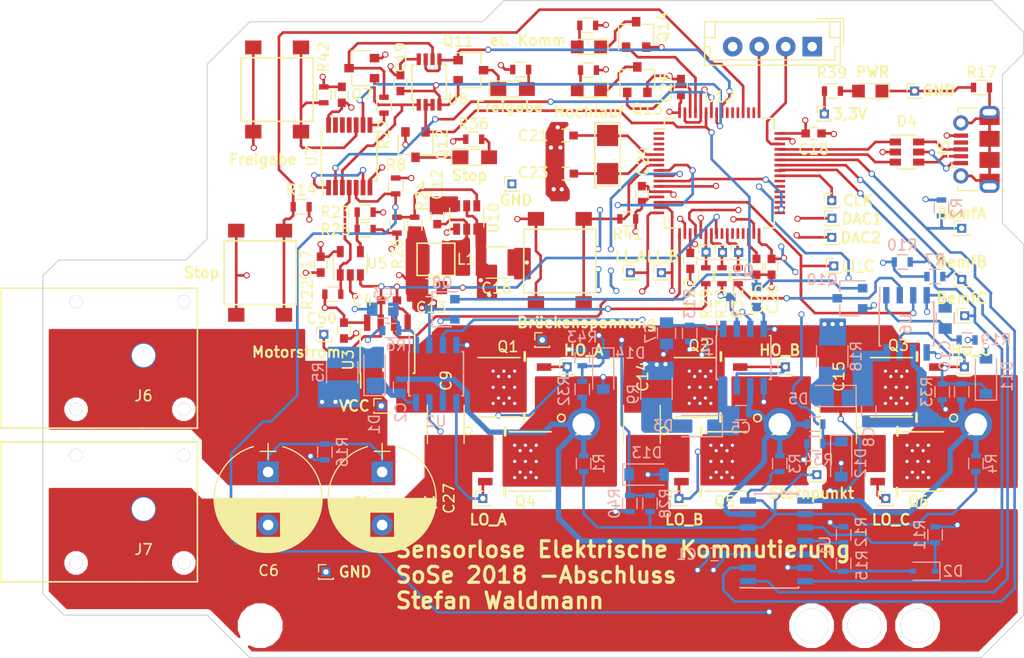
<source format=kicad_pcb>
(kicad_pcb (version 4) (host pcbnew 4.0.7)
  (layers (0 F.Cu signal) (1 Power power hide) (2 GND power hide) (31 B.Cu signal) (34 B.Paste user hide) (35 F.Paste user) (36 B.SilkS user) (37 F.SilkS user) (38 B.Mask user hide) (39 F.Mask user) (44 Edge.Cuts user))
  (net 0 "")
  (net 1 GNDREF)
  (net 2 "Net-(C2-Pad1)")
  (net 3 "Net-(C3-Pad1)")
  (net 4 /Curr_direct_A)
  (net 5 "Net-(C5-Pad1)")
  (net 6 "Net-(C7-Pad1)")
  (net 7 "Net-(C8-Pad1)")
  (net 8 /C)
  (net 9 "Net-(C10-Pad1)")
  (net 10 +3V3)
  (net 11 "Net-(C12-Pad2)")
  (net 12 /DCDC_sw)
  (net 13 "Net-(C21-Pad2)")
  (net 14 "Net-(C23-Pad2)")
  (net 15 "Net-(C25-Pad2)")
  (net 16 "Net-(D1-Pad2)")
  (net 17 "Net-(D3-Pad2)")
  (net 18 /D-)
  (net 19 /D+)
  (net 20 "Net-(D5-Pad2)")
  (net 21 "Net-(D6-Pad1)")
  (net 22 "Net-(D6-Pad2)")
  (net 23 "Net-(D7-Pad1)")
  (net 24 "Net-(D7-Pad2)")
  (net 25 "Net-(D8-Pad2)")
  (net 26 "Net-(D8-Pad1)")
  (net 27 "Net-(D9-Pad2)")
  (net 28 "Net-(D9-Pad1)")
  (net 29 "Net-(D10-Pad2)")
  (net 30 /SWDIO)
  (net 31 /SWCLK)
  (net 32 "Net-(J5-Pad6)")
  (net 33 /HO_A)
  (net 34 /A)
  (net 35 /HO_B)
  (net 36 /B)
  (net 37 /HO_C)
  (net 38 /LO_A)
  (net 39 /LO_B)
  (net 40 /LO_C)
  (net 41 /Stop)
  (net 42 "Net-(Q7-Pad3)")
  (net 43 /Over_curr)
  (net 44 /HI_A_F)
  (net 45 /HI_B_F)
  (net 46 /HI_C_F)
  (net 47 /freigegeben)
  (net 48 /Hochlauf)
  (net 49 /elekKomm)
  (net 50 /Sternpunkt_virtuell)
  (net 51 /Bemf_A)
  (net 52 /Bemf_B)
  (net 53 /Bemf_C)
  (net 54 "Net-(R23-Pad2)")
  (net 55 "Net-(R24-Pad2)")
  (net 56 "Net-(R27-Pad2)")
  (net 57 /HI_A)
  (net 58 /HI_B)
  (net 59 /HI_C)
  (net 60 /NRST)
  (net 61 /Freigabe_button)
  (net 62 /DAC1)
  (net 63 /DAC2)
  (net 64 /SYSCLK_OUT)
  (net 65 /LI_A)
  (net 66 /LI_B)
  (net 67 /LI_C)
  (net 68 /Freigabe_MCU)
  (net 69 /Meas_out)
  (net 70 /StopMCU)
  (net 71 "Net-(D4-Pad4)")
  (net 72 "Net-(D4-Pad6)")
  (net 73 "Net-(D4-Pad5)")
  (net 74 /VCC)
  (net 75 /BW_SEL)
  (net 76 /OVoltage)
  (net 77 "Net-(R12-Pad2)")
  (net 78 "Net-(R22-Pad2)")
  (net 79 /OR1)
  (net 80 "Net-(D2-Pad1)")
  (net 81 /StopButton)
  (net 82 /Me_C)
  (net 83 /Me_B)
  (net 84 /Me_VS)
  (net 85 /Me_A)
  (module Resistors_SMD:R_1210 (layer B.Cu) (at 205.74 53.086 270)
    (fp_text reference R5 (at 0 2.25 270) (layer B.SilkS) (effects (justify mirror)))
    (fp_text value 3)
    (pad 1 smd rect (at -1.45 0 270) (size 0.9 2.5) (layers B.Cu B.Paste B.Mask) (net 16 "Net-(D1-Pad2)"))
    (pad 2 smd rect (at 1.45 0 270) (size 0.9 2.5) (layers B.Cu B.Paste B.Mask) (net 74 /VCC))
  )
  (module kicadBibs:Switch (layer F.Cu) (at 199.6 26.4 270)
    (fp_text reference SW2 hide)
    (fp_text value SW_Push)
    (pad 1 smd rect (at -3.975 2.25 270) (size 1.3 1.54) (layers F.Cu F.Paste F.Mask) (net 10 +3V3))
    (pad 2 smd rect (at -3.975 -2.25 270) (size 1.3 1.54) (layers F.Cu F.Paste F.Mask) (net 61 /Freigabe_button))
    (pad 2 smd rect (at 3.975 -2.25 270) (size 1.3 1.54) (layers F.Cu F.Paste F.Mask) (net 61 /Freigabe_button))
    (pad 1 smd rect (at 3.975 2.25 270) (size 1.3 1.54) (layers F.Cu F.Paste F.Mask) (net 10 +3V3))
  )
  (module Capacitors_THT:CP_Radial_D10.0mm_P5.00mm (layer F.Cu) (at 198.75 62.5 270)
    (fp_text reference C6 (at 9.3 -0.05 360) (layer F.SilkS))
    (fp_text value C)
    (pad 1 thru_hole rect (at 0 0 270) (size 2 2) (drill 1) (layers *.Cu *.Mask) (net 74 /VCC))
    (pad 2 thru_hole circle (at 5 0 270) (size 2 2) (drill 1) (layers *.Cu *.Mask) (net 1 GNDREF))
  )
  (module Housings_SOIC:SOIC-8_3.9x4.9mm_Pitch1.27mm (layer B.Cu) (at 214.5953 53.2233 270)
    (fp_text reference U2 (at 4.4982 0.0161 360) (layer B.SilkS) (effects (justify mirror)))
    (fp_text value UCC27710)
    (pad 1 smd rect (at -2.7 1.905 270) (size 1.55 0.6) (layers B.Cu B.Paste B.Mask) (net 3 "Net-(C3-Pad1)"))
    (pad 2 smd rect (at -2.7 0.635 270) (size 1.55 0.6) (layers B.Cu B.Paste B.Mask) (net 44 /HI_A_F))
    (pad 3 smd rect (at -2.7 -0.635 270) (size 1.55 0.6) (layers B.Cu B.Paste B.Mask) (net 65 /LI_A))
    (pad 4 smd rect (at -2.7 -1.905 270) (size 1.55 0.6) (layers B.Cu B.Paste B.Mask) (net 1 GNDREF))
    (pad 5 smd rect (at 2.7 -1.905 270) (size 1.55 0.6) (layers B.Cu B.Paste B.Mask) (net 38 /LO_A))
    (pad 6 smd rect (at 2.7 -0.635 270) (size 1.55 0.6) (layers B.Cu B.Paste B.Mask) (net 34 /A))
    (pad 7 smd rect (at 2.7 0.635 270) (size 1.55 0.6) (layers B.Cu B.Paste B.Mask) (net 33 /HO_A))
    (pad 8 smd rect (at 2.7 1.905 270) (size 1.55 0.6) (layers B.Cu B.Paste B.Mask) (net 2 "Net-(C2-Pad1)"))
  )
  (module Capacitors_SMD:C_0603 (layer B.Cu) (at 240.85 70.275 180)
    (fp_text reference C1 (at 2.6416 0 180) (layer B.SilkS) (effects (justify mirror)))
    (fp_text value 100n)
    (pad 2 smd rect (at 0.75 0 180) (size 0.8 0.75) (layers B.Cu B.Paste B.Mask) (net 1 GNDREF))
    (pad 1 smd rect (at -0.75 0 180) (size 0.8 0.75) (layers B.Cu B.Paste B.Mask) (net 74 /VCC))
  )
  (module Resistors_SMD:R_0603 (layer B.Cu) (at 211.2425 54.4933 90)
    (fp_text reference C2 (at -2.3773 0.0093 90) (layer B.SilkS) (effects (justify mirror)))
    (fp_text value 6µ)
    (pad 1 smd rect (at -0.75 0 90) (size 0.5 0.9) (layers B.Cu B.Paste B.Mask) (net 2 "Net-(C2-Pad1)"))
    (pad 2 smd rect (at 0.75 0 90) (size 0.5 0.9) (layers B.Cu B.Paste B.Mask) (net 34 /A))
  )
  (module Capacitors_SMD:C_0603 (layer F.Cu) (at 210.15 46.3)
    (fp_text reference C4 (at -2.4892 0) (layer F.SilkS))
    (fp_text value 10n)
    (pad 2 smd rect (at 0.75 0) (size 0.8 0.75) (layers F.Cu F.Paste F.Mask) (net 1 GNDREF))
    (pad 1 smd rect (at -0.75 0) (size 0.8 0.75) (layers F.Cu F.Paste F.Mask) (net 4 /Curr_direct_A))
  )
  (module Resistors_SMD:R_0603 (layer B.Cu) (at 243.332 56.896)
    (fp_text reference C5 (at 0 1.45) (layer B.SilkS) (effects (justify mirror)))
    (fp_text value 6µ)
    (pad 1 smd rect (at -0.75 0) (size 0.5 0.9) (layers B.Cu B.Paste B.Mask) (net 5 "Net-(C5-Pad1)"))
    (pad 2 smd rect (at 0.75 0) (size 0.5 0.9) (layers B.Cu B.Paste B.Mask) (net 36 /B))
  )
  (module Resistors_SMD:R_0603 (layer B.Cu) (at 255.397 56.769 270)
    (fp_text reference C8 (at 2.413 0 270) (layer B.SilkS) (effects (justify mirror)))
    (fp_text value 6µ)
    (pad 1 smd rect (at -0.75 0 270) (size 0.5 0.9) (layers B.Cu B.Paste B.Mask) (net 7 "Net-(C8-Pad1)"))
    (pad 2 smd rect (at 0.75 0 270) (size 0.5 0.9) (layers B.Cu B.Paste B.Mask) (net 8 /C))
  )
  (module Capacitors_SMD:C_0603 (layer F.Cu) (at 205.7 26.9 90)
    (fp_text reference C11 hide)
    (fp_text value 100n)
    (pad 2 smd rect (at 0.75 0 90) (size 0.8 0.75) (layers F.Cu F.Paste F.Mask) (net 1 GNDREF))
    (pad 1 smd rect (at -0.75 0 90) (size 0.8 0.75) (layers F.Cu F.Paste F.Mask) (net 10 +3V3))
  )
  (module Capacitors_SMD:C_0603 (layer F.Cu) (at 214.7 38.35 90)
    (fp_text reference C12 (at 2.975 -0.025 90) (layer F.SilkS))
    (fp_text value 100n)
    (pad 2 smd rect (at 0.75 0 90) (size 0.8 0.75) (layers F.Cu F.Paste F.Mask) (net 11 "Net-(C12-Pad2)"))
    (pad 1 smd rect (at -0.75 0 90) (size 0.8 0.75) (layers F.Cu F.Paste F.Mask) (net 12 /DCDC_sw))
  )
  (module Capacitors_SMD:C_0603 (layer F.Cu) (at 203.708 42.926 270)
    (fp_text reference C17 (at 0 1.397 450) (layer F.SilkS))
    (fp_text value 100n)
    (pad 2 smd rect (at 0.75 0 270) (size 0.8 0.75) (layers F.Cu F.Paste F.Mask) (net 1 GNDREF))
    (pad 1 smd rect (at -0.75 0 270) (size 0.8 0.75) (layers F.Cu F.Paste F.Mask) (net 10 +3V3))
  )
  (module Capacitors_SMD:C_0603 (layer F.Cu) (at 250.19 30.5435 180)
    (fp_text reference C18 (at 0 -1.5 180) (layer F.SilkS))
    (fp_text value 1µ)
    (pad 2 smd rect (at 0.75 0 180) (size 0.8 0.75) (layers F.Cu F.Paste F.Mask) (net 10 +3V3))
    (pad 1 smd rect (at -0.75 0 180) (size 0.8 0.75) (layers F.Cu F.Paste F.Mask) (net 1 GNDREF))
  )
  (module Capacitors_SMD:C_0603 (layer F.Cu) (at 211.22304 25.79296 270)
    (fp_text reference C19 (at -2.42496 -0.04146 270) (layer F.SilkS))
    (fp_text value 100n)
    (pad 2 smd rect (at 0.75 0 270) (size 0.8 0.75) (layers F.Cu F.Paste F.Mask) (net 1 GNDREF))
    (pad 1 smd rect (at -0.75 0 270) (size 0.8 0.75) (layers F.Cu F.Paste F.Mask) (net 10 +3V3))
  )
  (module Capacitors_SMD:C_0603 (layer F.Cu) (at 246.2276 43.1292 90)
    (fp_text reference C20 (at -3.048 0.127 90) (layer F.SilkS))
    (fp_text value 1µ)
    (pad 2 smd rect (at 0.75 0 90) (size 0.8 0.75) (layers F.Cu F.Paste F.Mask) (net 10 +3V3))
    (pad 1 smd rect (at -0.75 0 90) (size 0.8 0.75) (layers F.Cu F.Paste F.Mask) (net 1 GNDREF))
  )
  (module Capacitors_SMD:C_0603 (layer F.Cu) (at 226.80168 30.73908)
    (fp_text reference C21 (at -3.05168 0.01092) (layer F.SilkS))
    (fp_text value 20p)
    (pad 2 smd rect (at 0.75 0) (size 0.8 0.75) (layers F.Cu F.Paste F.Mask) (net 13 "Net-(C21-Pad2)"))
    (pad 1 smd rect (at -0.75 0) (size 0.8 0.75) (layers F.Cu F.Paste F.Mask) (net 1 GNDREF))
  )
  (module Capacitors_SMD:C_0603 (layer F.Cu) (at 238.5568 42.5704 90)
    (fp_text reference C22 (at -3.048 -0.0508 90) (layer F.SilkS))
    (fp_text value 1µ)
    (pad 2 smd rect (at 0.75 0 90) (size 0.8 0.75) (layers F.Cu F.Paste F.Mask) (net 10 +3V3))
    (pad 1 smd rect (at -0.75 0 90) (size 0.8 0.75) (layers F.Cu F.Paste F.Mask) (net 1 GNDREF))
  )
  (module Capacitors_SMD:C_0603 (layer F.Cu) (at 226.83216 34.33572)
    (fp_text reference C23 (at -3.08216 -0.08572) (layer F.SilkS))
    (fp_text value 20p)
    (pad 2 smd rect (at 0.75 0) (size 0.8 0.75) (layers F.Cu F.Paste F.Mask) (net 14 "Net-(C23-Pad2)"))
    (pad 1 smd rect (at -0.75 0) (size 0.8 0.75) (layers F.Cu F.Paste F.Mask) (net 1 GNDREF))
  )
  (module Capacitors_SMD:C_0603 (layer F.Cu) (at 233.99496 36.26866 270)
    (fp_text reference C24 (at -3.1115 -0.127 270) (layer F.SilkS))
    (fp_text value 1µ)
    (pad 2 smd rect (at 0.75 0 270) (size 0.8 0.75) (layers F.Cu F.Paste F.Mask) (net 10 +3V3))
    (pad 1 smd rect (at -0.75 0 270) (size 0.8 0.75) (layers F.Cu F.Paste F.Mask) (net 1 GNDREF))
  )
  (module Capacitors_SMD:C_0603 (layer F.Cu) (at 244.8052 43.1292 90)
    (fp_text reference C25 (at -3.048 0.0635 90) (layer F.SilkS))
    (fp_text value 4,7µ)
    (pad 2 smd rect (at 0.75 0 90) (size 0.8 0.75) (layers F.Cu F.Paste F.Mask) (net 15 "Net-(C25-Pad2)"))
    (pad 1 smd rect (at -0.75 0 90) (size 0.8 0.75) (layers F.Cu F.Paste F.Mask) (net 1 GNDREF))
  )
  (module Capacitors_SMD:C_0603 (layer F.Cu) (at 237.6805 26.162 270)
    (fp_text reference C26 (at 0.0635 1.397 270) (layer F.SilkS))
    (fp_text value 1µ)
    (pad 2 smd rect (at 0.75 0 270) (size 0.8 0.75) (layers F.Cu F.Paste F.Mask) (net 10 +3V3))
    (pad 1 smd rect (at -0.75 0 270) (size 0.8 0.75) (layers F.Cu F.Paste F.Mask) (net 1 GNDREF))
  )
  (module TO_SOT_Packages_SMD:SOT-23-6 (layer F.Cu) (at 259.0005 32.3)
    (fp_text reference D4 (at 0 -2.9) (layer F.SilkS))
    (fp_text value USBLC6-2SC6Y)
    (pad 1 smd rect (at -1.1 -0.95) (size 1.06 0.65) (layers F.Cu F.Paste F.Mask) (net 19 /D+))
    (pad 2 smd rect (at -1.1 0) (size 1.06 0.65) (layers F.Cu F.Paste F.Mask) (net 1 GNDREF))
    (pad 3 smd rect (at -1.1 0.95) (size 1.06 0.65) (layers F.Cu F.Paste F.Mask) (net 18 /D-))
    (pad 4 smd rect (at 1.1 0.95) (size 1.06 0.65) (layers F.Cu F.Paste F.Mask) (net 71 "Net-(D4-Pad4)"))
    (pad 6 smd rect (at 1.1 -0.95) (size 1.06 0.65) (layers F.Cu F.Paste F.Mask) (net 72 "Net-(D4-Pad6)"))
    (pad 5 smd rect (at 1.1 0) (size 1.06 0.65) (layers F.Cu F.Paste F.Mask) (net 73 "Net-(D4-Pad5)"))
  )
  (module LEDs:LED_0805_HandSoldering (layer F.Cu) (at 221.8055 26.3525)
    (fp_text reference D6 hide)
    (fp_text value LED_ALT)
    (pad 1 smd rect (at -1.35 0) (size 1.5 1.3) (layers F.Cu F.Paste F.Mask) (net 21 "Net-(D6-Pad1)"))
    (pad 2 smd rect (at 1.35 0) (size 1.5 1.3) (layers F.Cu F.Paste F.Mask) (net 22 "Net-(D6-Pad2)"))
  )
  (module LEDs:LED_0805_HandSoldering (layer F.Cu) (at 218.2368 32.7932)
    (fp_text reference D7 hide)
    (fp_text value LED_ALT)
    (pad 1 smd rect (at -1.35 0) (size 1.5 1.3) (layers F.Cu F.Paste F.Mask) (net 23 "Net-(D7-Pad1)"))
    (pad 2 smd rect (at 1.35 0) (size 1.5 1.3) (layers F.Cu F.Paste F.Mask) (net 24 "Net-(D7-Pad2)"))
  )
  (module LEDs:LED_0805 (layer F.Cu) (at 229 22.375 180)
    (fp_text reference D9 hide)
    (fp_text value LED_ALT)
    (pad 2 smd rect (at 1.1 0) (size 1.2 1.2) (layers F.Cu F.Paste F.Mask) (net 27 "Net-(D9-Pad2)"))
    (pad 1 smd rect (at -1.1 0) (size 1.2 1.2) (layers F.Cu F.Paste F.Mask) (net 28 "Net-(D9-Pad1)"))
  )
  (module LEDs:LED_0805 (layer F.Cu) (at 229 26.425 180)
    (fp_text reference D8 hide)
    (fp_text value LED_ALT)
    (pad 2 smd rect (at 1.1 0) (size 1.2 1.2) (layers F.Cu F.Paste F.Mask) (net 25 "Net-(D8-Pad2)"))
    (pad 1 smd rect (at -1.1 0) (size 1.2 1.2) (layers F.Cu F.Paste F.Mask) (net 26 "Net-(D8-Pad1)"))
  )
  (module LEDs:LED_0805 (layer F.Cu) (at 255.524 26.543 180)
    (fp_text reference D10 hide)
    (fp_text value LED_ALT)
    (pad 2 smd rect (at 1.1 0) (size 1.2 1.2) (layers F.Cu F.Paste F.Mask) (net 29 "Net-(D10-Pad2)"))
    (pad 1 smd rect (at -1.1 0) (size 1.2 1.2) (layers F.Cu F.Paste F.Mask) (net 1 GNDREF))
  )
  (module Connectors_JST:JST_EH_B04B-EH-A_04x2.50mm_Straight (layer F.Cu) (at 250.063 22.352 180)
    (fp_text reference J4 hide)
    (fp_text value Conn_01x04)
    (pad 1 thru_hole rect (at 0 0 180) (size 1.85 1.85) (drill 0.9) (layers *.Cu *.Mask) (net 10 +3V3))
    (pad 2 thru_hole circle (at 2.5 0 180) (size 1.85 1.85) (drill 0.9) (layers *.Cu *.Mask) (net 30 /SWDIO))
    (pad 3 thru_hole circle (at 5 0 180) (size 1.85 1.85) (drill 0.9) (layers *.Cu *.Mask) (net 31 /SWCLK))
    (pad 4 thru_hole circle (at 7.5 0 180) (size 1.85 1.85) (drill 0.9) (layers *.Cu *.Mask) (net 1 GNDREF))
  )
  (module Connectors_USB:USB_Micro-B_Molex-105017-0001 (layer F.Cu) (at 266.4333 32.0492 90)
    (fp_text reference J5 (at 0 -4 90) (layer F.SilkS))
    (fp_text value USB_OTG)
    (pad 6 smd rect (at 1 0.35 90) (size 1.5 1.9) (layers F.Cu F.Paste F.Mask) (net 32 "Net-(J5-Pad6)"))
    (pad 6 thru_hole circle (at -2.5 -2.35 90) (size 1.45 1.45) (drill 0.85) (layers *.Cu *.Mask) (net 32 "Net-(J5-Pad6)"))
    (pad 2 smd rect (at -0.65 -2.35 90) (size 0.4 1.35) (layers F.Cu F.Paste F.Mask) (net 71 "Net-(D4-Pad4)"))
    (pad 1 smd rect (at -1.3 -2.35 90) (size 0.4 1.35) (layers F.Cu F.Paste F.Mask) (net 73 "Net-(D4-Pad5)"))
    (pad 5 smd rect (at 1.3 -2.35 90) (size 0.4 1.35) (layers F.Cu F.Paste F.Mask) (net 1 GNDREF))
    (pad 4 smd rect (at 0.65 -2.35 90) (size 0.4 1.35) (layers F.Cu F.Paste F.Mask))
    (pad 3 smd rect (at 0 -2.35 90) (size 0.4 1.35) (layers F.Cu F.Paste F.Mask) (net 72 "Net-(D4-Pad6)"))
    (pad 6 thru_hole circle (at 2.5 -2.35 90) (size 1.45 1.45) (drill 0.85) (layers *.Cu *.Mask) (net 32 "Net-(J5-Pad6)"))
    (pad 6 smd rect (at -1 0.35 90) (size 1.5 1.9) (layers F.Cu F.Paste F.Mask) (net 32 "Net-(J5-Pad6)"))
    (pad 6 thru_hole oval (at -3.5 0.35 270) (size 1.2 1.9) (drill oval 0.6 1.3) (layers *.Cu *.Mask) (net 32 "Net-(J5-Pad6)"))
    (pad 6 thru_hole oval (at 3.5 0.35 90) (size 1.2 1.9) (drill oval 0.6 1.3) (layers *.Cu *.Mask) (net 32 "Net-(J5-Pad6)"))
    (pad 6 smd rect (at 2.9 0.35 90) (size 1.2 1.9) (layers F.Cu F.Mask) (net 32 "Net-(J5-Pad6)"))
    (pad 6 smd rect (at -2.9 0.35 90) (size 1.2 1.9) (layers F.Cu F.Mask) (net 32 "Net-(J5-Pad6)"))
  )
  (module TO_SOT_Packages_SMD:SC-59 (layer F.Cu) (at 207.5815 24.384 180)
    (fp_text reference Q7 (at 0 -2.5 180) (layer F.SilkS))
    (fp_text value BSR202NL6327HTSA1)
    (pad 1 smd rect (at -1.2 -0.95 180) (size 0.9 0.8) (layers F.Cu F.Paste F.Mask) (net 41 /Stop))
    (pad 2 smd rect (at -1.2 0.95 180) (size 0.9 0.8) (layers F.Cu F.Paste F.Mask) (net 1 GNDREF))
    (pad 3 smd rect (at 1.2 0 180) (size 0.9 0.8) (layers F.Cu F.Paste F.Mask) (net 42 "Net-(Q7-Pad3)"))
  )
  (module TO_SOT_Packages_SMD:SC-59 (layer B.Cu) (at 215.161 47.14 180)
    (fp_text reference Q8 (at 0 2.5 180) (layer B.SilkS) (effects (justify mirror)))
    (fp_text value BSR202NL6327HTSA1)
    (pad 1 smd rect (at -1.2 0.95 180) (size 0.9 0.8) (layers B.Cu B.Paste B.Mask) (net 43 /Over_curr))
    (pad 2 smd rect (at -1.2 -0.95 180) (size 0.9 0.8) (layers B.Cu B.Paste B.Mask) (net 1 GNDREF))
    (pad 3 smd rect (at 1.2 0 180) (size 0.9 0.8) (layers B.Cu B.Paste B.Mask) (net 44 /HI_A_F))
  )
  (module TO_SOT_Packages_SMD:SC-59 (layer B.Cu) (at 243.586 45.974 180)
    (fp_text reference Q9 (at 0 2.5 180) (layer B.SilkS) (effects (justify mirror)))
    (fp_text value BSR202NL6327HTSA1)
    (pad 1 smd rect (at -1.2 0.95 180) (size 0.9 0.8) (layers B.Cu B.Paste B.Mask) (net 43 /Over_curr))
    (pad 2 smd rect (at -1.2 -0.95 180) (size 0.9 0.8) (layers B.Cu B.Paste B.Mask) (net 1 GNDREF))
    (pad 3 smd rect (at 1.2 0 180) (size 0.9 0.8) (layers B.Cu B.Paste B.Mask) (net 45 /HI_B_F))
  )
  (module TO_SOT_Packages_SMD:SC-59 (layer B.Cu) (at 253.619 46.101 180)
    (fp_text reference Q10 (at 2.6249 1.765 180) (layer B.SilkS) (effects (justify mirror)))
    (fp_text value BSR202NL6327HTSA1)
    (pad 1 smd rect (at -1.2 0.95 180) (size 0.9 0.8) (layers B.Cu B.Paste B.Mask) (net 43 /Over_curr))
    (pad 2 smd rect (at -1.2 -0.95 180) (size 0.9 0.8) (layers B.Cu B.Paste B.Mask) (net 1 GNDREF))
    (pad 3 smd rect (at 1.2 0 180) (size 0.9 0.8) (layers B.Cu B.Paste B.Mask) (net 46 /HI_C_F))
  )
  (module TO_SOT_Packages_SMD:SC-59 (layer F.Cu) (at 217.8685 24.5745)
    (fp_text reference Q11 (at -1.2065 -2.7305) (layer F.SilkS))
    (fp_text value BSR202NL6327HTSA1)
    (pad 1 smd rect (at -1.2 -0.95) (size 0.9 0.8) (layers F.Cu F.Paste F.Mask) (net 47 /freigegeben))
    (pad 2 smd rect (at -1.2 0.95) (size 0.9 0.8) (layers F.Cu F.Paste F.Mask) (net 1 GNDREF))
    (pad 3 smd rect (at 1.2 0) (size 0.9 0.8) (layers F.Cu F.Paste F.Mask) (net 21 "Net-(D6-Pad1)"))
  )
  (module TO_SOT_Packages_SMD:SC-59 (layer F.Cu) (at 212.65 31.6 270)
    (fp_text reference Q12 (at 0 -2.5 270) (layer F.SilkS))
    (fp_text value BSR202NL6327HTSA1)
    (pad 1 smd rect (at -1.2 -0.95 270) (size 0.9 0.8) (layers F.Cu F.Paste F.Mask) (net 43 /Over_curr))
    (pad 2 smd rect (at -1.2 0.95 270) (size 0.9 0.8) (layers F.Cu F.Paste F.Mask) (net 1 GNDREF))
    (pad 3 smd rect (at 1.2 0 270) (size 0.9 0.8) (layers F.Cu F.Paste F.Mask) (net 23 "Net-(D7-Pad1)"))
  )
  (module TO_SOT_Packages_SMD:SC-59 (layer F.Cu) (at 233.56678 25.46722 90)
    (fp_text reference Q13 (at -2.78278 0.93322 180) (layer F.SilkS))
    (fp_text value BSR202NL6327HTSA1)
    (pad 1 smd rect (at -1.2 -0.95 90) (size 0.9 0.8) (layers F.Cu F.Paste F.Mask) (net 48 /Hochlauf))
    (pad 2 smd rect (at -1.2 0.95 90) (size 0.9 0.8) (layers F.Cu F.Paste F.Mask) (net 1 GNDREF))
    (pad 3 smd rect (at 1.2 0 90) (size 0.9 0.8) (layers F.Cu F.Paste F.Mask) (net 26 "Net-(D8-Pad1)"))
  )
  (module TO_SOT_Packages_SMD:SC-59 (layer F.Cu) (at 233.45502 21.1995 90)
    (fp_text reference Q14 (at 0.6995 2.54498 90) (layer F.SilkS))
    (fp_text value BSR202NL6327HTSA1)
    (pad 1 smd rect (at -1.2 -0.95 90) (size 0.9 0.8) (layers F.Cu F.Paste F.Mask) (net 49 /elekKomm))
    (pad 2 smd rect (at -1.2 0.95 90) (size 0.9 0.8) (layers F.Cu F.Paste F.Mask) (net 1 GNDREF))
    (pad 3 smd rect (at 1.2 0 90) (size 0.9 0.8) (layers F.Cu F.Paste F.Mask) (net 28 "Net-(D9-Pad1)"))
  )
  (module Resistors_SMD:R_0603 (layer B.Cu) (at 228.5 61.7 90)
    (fp_text reference R1 (at 0 1.45 90) (layer B.SilkS) (effects (justify mirror)))
    (fp_text value 10k)
    (pad 1 smd rect (at -0.75 0 90) (size 0.5 0.9) (layers B.Cu B.Paste B.Mask) (net 50 /Sternpunkt_virtuell))
    (pad 2 smd rect (at 0.75 0 90) (size 0.5 0.9) (layers B.Cu B.Paste B.Mask) (net 34 /A))
  )
  (module Resistors_SMD:R_0603 (layer B.Cu) (at 262.25 37.575 90)
    (fp_text reference R2 (at 0 1.45 90) (layer B.SilkS) (effects (justify mirror)))
    (fp_text value 10k)
    (pad 1 smd rect (at -0.75 0 90) (size 0.5 0.9) (layers B.Cu B.Paste B.Mask) (net 51 /Bemf_A))
    (pad 2 smd rect (at 0.75 0 90) (size 0.5 0.9) (layers B.Cu B.Paste B.Mask) (net 10 +3V3))
  )
  (module Resistors_SMD:R_0603 (layer B.Cu) (at 247 61.7 90)
    (fp_text reference R3 (at 0 1.45 90) (layer B.SilkS) (effects (justify mirror)))
    (fp_text value 10k)
    (pad 1 smd rect (at -0.75 0 90) (size 0.5 0.9) (layers B.Cu B.Paste B.Mask) (net 50 /Sternpunkt_virtuell))
    (pad 2 smd rect (at 0.75 0 90) (size 0.5 0.9) (layers B.Cu B.Paste B.Mask) (net 36 /B))
  )
  (module Resistors_SMD:R_0603 (layer B.Cu) (at 265.5 61.7 90)
    (fp_text reference R4 (at 0 1.45 90) (layer B.SilkS) (effects (justify mirror)))
    (fp_text value 10k)
    (pad 1 smd rect (at -0.75 0 90) (size 0.5 0.9) (layers B.Cu B.Paste B.Mask) (net 50 /Sternpunkt_virtuell))
    (pad 2 smd rect (at 0.75 0 90) (size 0.5 0.9) (layers B.Cu B.Paste B.Mask) (net 8 /C))
  )
  (module Resistors_SMD:R_0603 (layer B.Cu) (at 210.312 49.149)
    (fp_text reference R6 (at 0.4953 1.397) (layer B.SilkS) (effects (justify mirror)))
    (fp_text value 1k)
    (pad 1 smd rect (at -0.75 0) (size 0.5 0.9) (layers B.Cu B.Paste B.Mask) (net 74 /VCC))
    (pad 2 smd rect (at 0.75 0) (size 0.5 0.9) (layers B.Cu B.Paste B.Mask) (net 3 "Net-(C3-Pad1)"))
  )
  (module Resistors_SMD:R_0603 (layer B.Cu) (at 261.625 44.05 180)
    (fp_text reference R7 (at 0 1.575 360) (layer B.SilkS) (effects (justify mirror)))
    (fp_text value 10k)
    (pad 1 smd rect (at -0.75 0 180) (size 0.5 0.9) (layers B.Cu B.Paste B.Mask) (net 52 /Bemf_B))
    (pad 2 smd rect (at 0.75 0 180) (size 0.5 0.9) (layers B.Cu B.Paste B.Mask) (net 10 +3V3))
  )
  (module Resistors_SMD:R_0603 (layer B.Cu) (at 258.55 42.675 180)
    (fp_text reference R10 (at 0 1.6 180) (layer B.SilkS) (effects (justify mirror)))
    (fp_text value 10k)
    (pad 1 smd rect (at -0.75 0 180) (size 0.5 0.9) (layers B.Cu B.Paste B.Mask) (net 53 /Bemf_C))
    (pad 2 smd rect (at 0.75 0 180) (size 0.5 0.9) (layers B.Cu B.Paste B.Mask) (net 10 +3V3))
  )
  (module Resistors_SMD:R_0603 (layer B.Cu) (at 238.506 49.403 90)
    (fp_text reference R13 (at 2.794 0 90) (layer B.SilkS) (effects (justify mirror)))
    (fp_text value 1k)
    (pad 1 smd rect (at -0.75 0 90) (size 0.5 0.9) (layers B.Cu B.Paste B.Mask) (net 74 /VCC))
    (pad 2 smd rect (at 0.75 0 90) (size 0.5 0.9) (layers B.Cu B.Paste B.Mask) (net 6 "Net-(C7-Pad1)"))
  )
  (module Resistors_SMD:R_0603 (layer B.Cu) (at 204.1 60.6 270)
    (fp_text reference R16 (at 0 -1.651 270) (layer B.SilkS) (effects (justify mirror)))
    (fp_text value 100k)
    (pad 1 smd rect (at -0.75 0 270) (size 0.5 0.9) (layers B.Cu B.Paste B.Mask) (net 74 /VCC))
    (pad 2 smd rect (at 0.75 0 270) (size 0.5 0.9) (layers B.Cu B.Paste B.Mask) (net 1 GNDREF))
  )
  (module Resistors_SMD:R_0603 (layer F.Cu) (at 266.0269 26.2072)
    (fp_text reference R17 (at 0 -1.45) (layer F.SilkS))
    (fp_text value 3)
    (pad 1 smd rect (at -0.75 0) (size 0.5 0.9) (layers F.Cu F.Paste F.Mask) (net 1 GNDREF))
    (pad 2 smd rect (at 0.75 0) (size 0.5 0.9) (layers F.Cu F.Paste F.Mask) (net 32 "Net-(J5-Pad6)"))
  )
  (module Resistors_SMD:R_0603 (layer B.Cu) (at 264.668 50.038 180)
    (fp_text reference R19 (at -2.7051 0.0254 180) (layer B.SilkS) (effects (justify mirror)))
    (fp_text value 1k)
    (pad 1 smd rect (at -0.75 0 180) (size 0.5 0.9) (layers B.Cu B.Paste B.Mask) (net 74 /VCC))
    (pad 2 smd rect (at 0.75 0 180) (size 0.5 0.9) (layers B.Cu B.Paste B.Mask) (net 9 "Net-(C10-Pad1)"))
  )
  (module Resistors_SMD:R_0603 (layer F.Cu) (at 204.851 45.72)
    (fp_text reference R22 (at -2.413 0.0635 270) (layer F.SilkS))
    (fp_text value 10k)
    (pad 1 smd rect (at -0.75 0) (size 0.5 0.9) (layers F.Cu F.Paste F.Mask) (net 10 +3V3))
    (pad 2 smd rect (at 0.75 0) (size 0.5 0.9) (layers F.Cu F.Paste F.Mask) (net 78 "Net-(R22-Pad2)"))
  )
  (module Resistors_SMD:R_0603 (layer F.Cu) (at 207.899 37.973 180)
    (fp_text reference R23 (at 2.794 0 180) (layer F.SilkS))
    (fp_text value R)
    (pad 1 smd rect (at -0.75 0 180) (size 0.5 0.9) (layers F.Cu F.Paste F.Mask) (net 10 +3V3))
    (pad 2 smd rect (at 0.75 0 180) (size 0.5 0.9) (layers F.Cu F.Paste F.Mask) (net 54 "Net-(R23-Pad2)"))
  )
  (module Resistors_SMD:R_0603 (layer F.Cu) (at 212.575 39.2 90)
    (fp_text reference R24 (at 2.751 0.658 90) (layer F.SilkS))
    (fp_text value 33,2k)
    (pad 1 smd rect (at -0.75 0 90) (size 0.5 0.9) (layers F.Cu F.Paste F.Mask) (net 10 +3V3))
    (pad 2 smd rect (at 0.75 0 90) (size 0.5 0.9) (layers F.Cu F.Paste F.Mask) (net 55 "Net-(R24-Pad2)"))
  )
  (module Resistors_SMD:R_0603 (layer F.Cu) (at 207.899 39.624)
    (fp_text reference R25 (at -2.794 0) (layer F.SilkS))
    (fp_text value R)
    (pad 1 smd rect (at -0.75 0) (size 0.5 0.9) (layers F.Cu F.Paste F.Mask) (net 54 "Net-(R23-Pad2)"))
    (pad 2 smd rect (at 0.75 0) (size 0.5 0.9) (layers F.Cu F.Paste F.Mask) (net 1 GNDREF))
  )
  (module Resistors_SMD:R_0603 (layer F.Cu) (at 210.9 39.2 270)
    (fp_text reference R26 (at 2.71 -0.047 270) (layer F.SilkS))
    (fp_text value 10k)
    (pad 1 smd rect (at -0.75 0 270) (size 0.5 0.9) (layers F.Cu F.Paste F.Mask) (net 55 "Net-(R24-Pad2)"))
    (pad 2 smd rect (at 0.75 0 270) (size 0.5 0.9) (layers F.Cu F.Paste F.Mask) (net 1 GNDREF))
  )
  (module Resistors_SMD:R_0603 (layer F.Cu) (at 209.677 27.8765 270)
    (fp_text reference R27 (at 2.7305 0 270) (layer F.SilkS))
    (fp_text value 1k)
    (pad 1 smd rect (at -0.75 0 270) (size 0.5 0.9) (layers F.Cu F.Paste F.Mask) (net 42 "Net-(Q7-Pad3)"))
    (pad 2 smd rect (at 0.75 0 270) (size 0.5 0.9) (layers F.Cu F.Paste F.Mask) (net 56 "Net-(R27-Pad2)"))
  )
  (module Resistors_SMD:R_0603 (layer F.Cu) (at 240.025 43.975 90)
    (fp_text reference R29 (at -2.6416 0.0508 90) (layer F.SilkS))
    (fp_text value 1k)
    (pad 1 smd rect (at -0.75 0 90) (size 0.5 0.9) (layers F.Cu F.Paste F.Mask) (net 44 /HI_A_F))
    (pad 2 smd rect (at 0.75 0 90) (size 0.5 0.9) (layers F.Cu F.Paste F.Mask) (net 57 /HI_A))
  )
  (module Resistors_SMD:R_0603 (layer F.Cu) (at 241.55 43.975 90)
    (fp_text reference R30 (at -2.6416 -0.0508 90) (layer F.SilkS))
    (fp_text value 1k)
    (pad 1 smd rect (at -0.75 0 90) (size 0.5 0.9) (layers F.Cu F.Paste F.Mask) (net 45 /HI_B_F))
    (pad 2 smd rect (at 0.75 0 90) (size 0.5 0.9) (layers F.Cu F.Paste F.Mask) (net 58 /HI_B))
  )
  (module Resistors_SMD:R_0603 (layer F.Cu) (at 243.075 43.975 90)
    (fp_text reference R31 (at -2.6416 -0.0508 90) (layer F.SilkS))
    (fp_text value 1k)
    (pad 1 smd rect (at -0.75 0 90) (size 0.5 0.9) (layers F.Cu F.Paste F.Mask) (net 46 /HI_C_F))
    (pad 2 smd rect (at 0.75 0 90) (size 0.5 0.9) (layers F.Cu F.Paste F.Mask) (net 59 /HI_C))
  )
  (module Resistors_SMD:R_0603 (layer F.Cu) (at 222.5675 24.511)
    (fp_text reference R35 hide)
    (fp_text value 100)
    (pad 1 smd rect (at -0.75 0) (size 0.5 0.9) (layers F.Cu F.Paste F.Mask) (net 10 +3V3))
    (pad 2 smd rect (at 0.75 0) (size 0.5 0.9) (layers F.Cu F.Paste F.Mask) (net 22 "Net-(D6-Pad2)"))
  )
  (module Resistors_SMD:R_0603 (layer F.Cu) (at 218.1368 31.0932)
    (fp_text reference R36 (at 0 -1.45) (layer F.SilkS))
    (fp_text value 100)
    (pad 1 smd rect (at -0.75 0) (size 0.5 0.9) (layers F.Cu F.Paste F.Mask) (net 10 +3V3))
    (pad 2 smd rect (at 0.75 0) (size 0.5 0.9) (layers F.Cu F.Paste F.Mask) (net 24 "Net-(D7-Pad2)"))
  )
  (module Resistors_SMD:R_0603 (layer F.Cu) (at 228.96068 24.56942 180)
    (fp_text reference R37 hide)
    (fp_text value 100)
    (pad 1 smd rect (at -0.75 0 180) (size 0.5 0.9) (layers F.Cu F.Paste F.Mask) (net 10 +3V3))
    (pad 2 smd rect (at 0.75 0 180) (size 0.5 0.9) (layers F.Cu F.Paste F.Mask) (net 25 "Net-(D8-Pad2)"))
  )
  (module Resistors_SMD:R_0603 (layer F.Cu) (at 228.88956 20.34286 180)
    (fp_text reference R38 hide)
    (fp_text value 100)
    (pad 1 smd rect (at -0.75 0 180) (size 0.5 0.9) (layers F.Cu F.Paste F.Mask) (net 10 +3V3))
    (pad 2 smd rect (at 0.75 0 180) (size 0.5 0.9) (layers F.Cu F.Paste F.Mask) (net 27 "Net-(D9-Pad2)"))
  )
  (module Resistors_SMD:R_0603 (layer F.Cu) (at 251.968 26.543)
    (fp_text reference R39 (at -0.0635 -1.7145) (layer F.SilkS))
    (fp_text value 100)
    (pad 1 smd rect (at -0.75 0) (size 0.5 0.9) (layers F.Cu F.Paste F.Mask) (net 10 +3V3))
    (pad 2 smd rect (at 0.75 0) (size 0.5 0.9) (layers F.Cu F.Paste F.Mask) (net 29 "Net-(D10-Pad2)"))
  )
  (module Resistors_SMD:R_0603 (layer F.Cu) (at 232.664 38.608 180)
    (fp_text reference R41 (at 0 -1.45 180) (layer F.SilkS))
    (fp_text value 1k)
    (pad 1 smd rect (at -0.75 0 180) (size 0.5 0.9) (layers F.Cu F.Paste F.Mask) (net 10 +3V3))
    (pad 2 smd rect (at 0.75 0 180) (size 0.5 0.9) (layers F.Cu F.Paste F.Mask) (net 60 /NRST))
  )
  (module Resistors_SMD:R_0603 (layer F.Cu) (at 204 26.9 90)
    (fp_text reference R42 (at 3.532 -0.038 90) (layer F.SilkS))
    (fp_text value 1k)
    (pad 1 smd rect (at -0.75 0 90) (size 0.5 0.9) (layers F.Cu F.Paste F.Mask) (net 61 /Freigabe_button))
    (pad 2 smd rect (at 0.75 0 90) (size 0.5 0.9) (layers F.Cu F.Paste F.Mask) (net 1 GNDREF))
  )
  (module kicadBibs:Switch (layer F.Cu) (at 226.25812 42.58056 90)
    (fp_text reference SW1 hide)
    (fp_text value SW_Push)
    (pad 1 smd rect (at -3.975 2.25 90) (size 1.3 1.54) (layers F.Cu F.Paste F.Mask) (net 60 /NRST))
    (pad 2 smd rect (at -3.975 -2.25 90) (size 1.3 1.54) (layers F.Cu F.Paste F.Mask) (net 1 GNDREF))
    (pad 2 smd rect (at 3.975 -2.25 90) (size 1.3 1.54) (layers F.Cu F.Paste F.Mask) (net 1 GNDREF))
    (pad 1 smd rect (at 3.975 2.25 90) (size 1.3 1.54) (layers F.Cu F.Paste F.Mask) (net 60 /NRST))
  )
  (module Pin_Headers:Pin_Header_Straight_1x01_Pitch1.00mm (layer F.Cu) (at 264.16 39.497)
    (fp_text reference TP2 hide)
    (fp_text value TEST)
    (pad 1 thru_hole rect (at 0 0) (size 0.85 0.85) (drill 0.5) (layers *.Cu *.Mask) (net 51 /Bemf_A))
  )
  (module Pin_Headers:Pin_Header_Straight_1x01_Pitch1.00mm (layer F.Cu) (at 264.16 44.323)
    (fp_text reference TP3 hide)
    (fp_text value TEST)
    (pad 1 thru_hole rect (at 0 0) (size 0.85 0.85) (drill 0.5) (layers *.Cu *.Mask) (net 52 /Bemf_B))
  )
  (module Pin_Headers:Pin_Header_Straight_1x01_Pitch1.00mm (layer F.Cu) (at 232.918 43.688)
    (fp_text reference TP4 hide)
    (fp_text value TEST)
    (pad 1 thru_hole rect (at 0 0) (size 0.85 0.85) (drill 0.5) (layers *.Cu *.Mask) (net 65 /LI_A))
  )
  (module Pin_Headers:Pin_Header_Straight_1x01_Pitch1.00mm (layer F.Cu) (at 264.4394 47.752)
    (fp_text reference TP5 hide)
    (fp_text value TEST)
    (pad 1 thru_hole rect (at 0 0) (size 0.85 0.85) (drill 0.5) (layers *.Cu *.Mask) (net 53 /Bemf_C))
  )
  (module Pin_Headers:Pin_Header_Straight_1x01_Pitch1.00mm (layer F.Cu) (at 226.949 52.578)
    (fp_text reference TP6 hide)
    (fp_text value TEST)
    (pad 1 thru_hole rect (at 0 0) (size 0.85 0.85) (drill 0.5) (layers *.Cu *.Mask) (net 33 /HO_A))
  )
  (module Pin_Headers:Pin_Header_Straight_1x01_Pitch1.00mm (layer F.Cu) (at 219 65)
    (fp_text reference TP7 hide)
    (fp_text value TEST)
    (pad 1 thru_hole rect (at 0 0) (size 0.85 0.85) (drill 0.5) (layers *.Cu *.Mask) (net 38 /LO_A))
  )
  (module Pin_Headers:Pin_Header_Straight_1x01_Pitch1.00mm (layer F.Cu) (at 247.523 52.578)
    (fp_text reference TP8 hide)
    (fp_text value TEST)
    (pad 1 thru_hole rect (at 0 0) (size 0.85 0.85) (drill 0.5) (layers *.Cu *.Mask) (net 35 /HO_B))
  )
  (module Pin_Headers:Pin_Header_Straight_1x01_Pitch1.00mm (layer F.Cu) (at 237.5 65)
    (fp_text reference TP9 hide)
    (fp_text value TEST)
    (pad 1 thru_hole rect (at 0 0) (size 0.85 0.85) (drill 0.5) (layers *.Cu *.Mask) (net 39 /LO_B))
  )
  (module Pin_Headers:Pin_Header_Straight_1x01_Pitch1.00mm (layer F.Cu) (at 264.414 52.578)
    (fp_text reference TP10 hide)
    (fp_text value TEST)
    (pad 1 thru_hole rect (at 0 0) (size 0.85 0.85) (drill 0.5) (layers *.Cu *.Mask) (net 37 /HO_C))
  )
  (module Pin_Headers:Pin_Header_Straight_1x01_Pitch1.00mm (layer F.Cu) (at 257 65)
    (fp_text reference TP11 hide)
    (fp_text value TEST)
    (pad 1 thru_hole rect (at 0 0) (size 0.85 0.85) (drill 0.5) (layers *.Cu *.Mask) (net 40 /LO_C))
  )
  (module Pin_Headers:Pin_Header_Straight_1x01_Pitch1.00mm (layer F.Cu) (at 235.839 43.688)
    (fp_text reference TP12 hide)
    (fp_text value TEST)
    (pad 1 thru_hole rect (at 0 0) (size 0.85 0.85) (drill 0.5) (layers *.Cu *.Mask) (net 66 /LI_B))
  )
  (module Pin_Headers:Pin_Header_Straight_1x01_Pitch1.00mm (layer F.Cu) (at 251.206 28.702)
    (fp_text reference TP13 hide)
    (fp_text value TEST)
    (pad 1 thru_hole rect (at 0 0) (size 0.85 0.85) (drill 0.5) (layers *.Cu *.Mask) (net 10 +3V3))
  )
  (module Pin_Headers:Pin_Header_Straight_1x01_Pitch1.00mm (layer F.Cu) (at 251.925 38.55)
    (fp_text reference TP14 hide)
    (fp_text value TEST)
    (pad 1 thru_hole rect (at 0 0) (size 0.85 0.85) (drill 0.5) (layers *.Cu *.Mask) (net 62 /DAC1))
  )
  (module Pin_Headers:Pin_Header_Straight_1x01_Pitch1.00mm (layer F.Cu) (at 251.9 40.35)
    (fp_text reference TP15 hide)
    (fp_text value TEST)
    (pad 1 thru_hole rect (at 0 0) (size 0.85 0.85) (drill 0.5) (layers *.Cu *.Mask) (net 63 /DAC2))
  )
  (module Pin_Headers:Pin_Header_Straight_1x01_Pitch1.00mm (layer F.Cu) (at 209.423 56.261)
    (fp_text reference TP16 hide)
    (fp_text value TEST)
    (pad 1 thru_hole rect (at 0 0) (size 0.85 0.85) (drill 0.5) (layers *.Cu *.Mask) (net 74 /VCC))
  )
  (module Pin_Headers:Pin_Header_Straight_1x01_Pitch1.00mm (layer F.Cu) (at 204.2 71.925)
    (fp_text reference TP17 hide)
    (fp_text value TEST)
    (pad 1 thru_hole rect (at 0 0) (size 0.85 0.85) (drill 0.5) (layers *.Cu *.Mask) (net 1 GNDREF))
  )
  (module Pin_Headers:Pin_Header_Straight_1x01_Pitch1.00mm (layer F.Cu) (at 251.9 36.875)
    (fp_text reference TP18 hide)
    (fp_text value TEST)
    (pad 1 thru_hole rect (at 0 0) (size 0.85 0.85) (drill 0.5) (layers *.Cu *.Mask) (net 64 /SYSCLK_OUT))
  )
  (module Pin_Headers:Pin_Header_Straight_1x01_Pitch1.00mm (layer F.Cu) (at 221.742 35.306)
    (fp_text reference TP19 hide)
    (fp_text value TEST)
    (pad 1 thru_hole rect (at 0 0) (size 0.85 0.85) (drill 0.5) (layers *.Cu *.Mask) (net 1 GNDREF))
  )
  (module Pin_Headers:Pin_Header_Straight_1x01_Pitch1.00mm (layer F.Cu) (at 259.715 26.543)
    (fp_text reference TP20 hide)
    (fp_text value TEST)
    (pad 1 thru_hole rect (at 0 0) (size 0.85 0.85) (drill 0.5) (layers *.Cu *.Mask) (net 1 GNDREF))
  )
  (module Pin_Headers:Pin_Header_Straight_1x01_Pitch1.00mm (layer F.Cu) (at 250.5 62.75)
    (fp_text reference TP21 hide)
    (fp_text value TEST)
    (pad 1 thru_hole rect (at 0 0) (size 0.85 0.85) (drill 0.5) (layers *.Cu *.Mask) (net 50 /Sternpunkt_virtuell))
  )
  (module Housings_SOIC:SOIC-14_3.9x8.7mm_Pitch1.27mm (layer B.Cu) (at 246.7 69)
    (fp_text reference U1 (at 4.5637 0.4987 270) (layer B.SilkS) (effects (justify mirror)))
    (fp_text value TS374IDT)
    (pad 1 smd rect (at -2.7 3.81) (size 1.5 0.6) (layers B.Cu B.Paste B.Mask) (net 52 /Bemf_B))
    (pad 2 smd rect (at -2.7 2.54) (size 1.5 0.6) (layers B.Cu B.Paste B.Mask) (net 51 /Bemf_A))
    (pad 3 smd rect (at -2.7 1.27) (size 1.5 0.6) (layers B.Cu B.Paste B.Mask) (net 74 /VCC))
    (pad 4 smd rect (at -2.7 0) (size 1.5 0.6) (layers B.Cu B.Paste B.Mask) (net 34 /A))
    (pad 5 smd rect (at -2.7 -1.27) (size 1.5 0.6) (layers B.Cu B.Paste B.Mask) (net 50 /Sternpunkt_virtuell))
    (pad 6 smd rect (at -2.7 -2.54) (size 1.5 0.6) (layers B.Cu B.Paste B.Mask) (net 36 /B))
    (pad 7 smd rect (at -2.7 -3.81) (size 1.5 0.6) (layers B.Cu B.Paste B.Mask) (net 50 /Sternpunkt_virtuell))
    (pad 8 smd rect (at 2.7 -3.81) (size 1.5 0.6) (layers B.Cu B.Paste B.Mask) (net 8 /C))
    (pad 9 smd rect (at 2.7 -2.54) (size 1.5 0.6) (layers B.Cu B.Paste B.Mask) (net 50 /Sternpunkt_virtuell))
    (pad 10 smd rect (at 2.7 -1.27) (size 1.5 0.6) (layers B.Cu B.Paste B.Mask) (net 80 "Net-(D2-Pad1)"))
    (pad 11 smd rect (at 2.7 0) (size 1.5 0.6) (layers B.Cu B.Paste B.Mask) (net 77 "Net-(R12-Pad2)"))
    (pad 12 smd rect (at 2.7 1.27) (size 1.5 0.6) (layers B.Cu B.Paste B.Mask) (net 1 GNDREF))
    (pad 13 smd rect (at 2.7 2.54) (size 1.5 0.6) (layers B.Cu B.Paste B.Mask) (net 76 /OVoltage))
    (pad 14 smd rect (at 2.7 3.81) (size 1.5 0.6) (layers B.Cu B.Paste B.Mask) (net 53 /Bemf_C))
  )
  (module Housings_SOIC:SOIC-8_3.9x4.9mm_Pitch1.27mm (layer F.Cu) (at 210 51.1 90)
    (fp_text reference U3 (at -0.8128 -3.6957 90) (layer F.SilkS))
    (fp_text value ACS723LLCTR)
    (pad 1 smd rect (at -2.7 -1.905 90) (size 1.55 0.6) (layers F.Cu F.Paste F.Mask) (net 74 /VCC))
    (pad 2 smd rect (at -2.7 -0.635 90) (size 1.55 0.6) (layers F.Cu F.Paste F.Mask) (net 74 /VCC))
    (pad 3 smd rect (at -2.7 0.635 90) (size 1.55 0.6) (layers F.Cu F.Paste F.Mask) (net 69 /Meas_out))
    (pad 4 smd rect (at -2.7 1.905 90) (size 1.55 0.6) (layers F.Cu F.Paste F.Mask) (net 69 /Meas_out))
    (pad 5 smd rect (at 2.7 1.905 90) (size 1.55 0.6) (layers F.Cu F.Paste F.Mask) (net 1 GNDREF))
    (pad 6 smd rect (at 2.7 0.635 90) (size 1.55 0.6) (layers F.Cu F.Paste F.Mask) (net 75 /BW_SEL))
    (pad 7 smd rect (at 2.7 -0.635 90) (size 1.55 0.6) (layers F.Cu F.Paste F.Mask) (net 4 /Curr_direct_A))
    (pad 8 smd rect (at 2.7 -1.905 90) (size 1.55 0.6) (layers F.Cu F.Paste F.Mask) (net 10 +3V3))
  )
  (module Housings_SOIC:SOIC-8_3.9x4.9mm_Pitch1.27mm (layer B.Cu) (at 243.586 51.689 270)
    (fp_text reference U4 (at -1.0281 3.3783 270) (layer B.SilkS) (effects (justify mirror)))
    (fp_text value UCC27710)
    (pad 1 smd rect (at -2.7 1.905 270) (size 1.55 0.6) (layers B.Cu B.Paste B.Mask) (net 6 "Net-(C7-Pad1)"))
    (pad 2 smd rect (at -2.7 0.635 270) (size 1.55 0.6) (layers B.Cu B.Paste B.Mask) (net 45 /HI_B_F))
    (pad 3 smd rect (at -2.7 -0.635 270) (size 1.55 0.6) (layers B.Cu B.Paste B.Mask) (net 66 /LI_B))
    (pad 4 smd rect (at -2.7 -1.905 270) (size 1.55 0.6) (layers B.Cu B.Paste B.Mask) (net 1 GNDREF))
    (pad 5 smd rect (at 2.7 -1.905 270) (size 1.55 0.6) (layers B.Cu B.Paste B.Mask) (net 39 /LO_B))
    (pad 6 smd rect (at 2.7 -0.635 270) (size 1.55 0.6) (layers B.Cu B.Paste B.Mask) (net 36 /B))
    (pad 7 smd rect (at 2.7 0.635 270) (size 1.55 0.6) (layers B.Cu B.Paste B.Mask) (net 35 /HO_B))
    (pad 8 smd rect (at 2.7 1.905 270) (size 1.55 0.6) (layers B.Cu B.Paste B.Mask) (net 5 "Net-(C5-Pad1)"))
  )
  (module Housings_SOIC:SOIC-8_3.9x4.9mm_Pitch1.27mm (layer B.Cu) (at 258.953 48.514 270)
    (fp_text reference U6 (at 0 0.0508 270) (layer B.SilkS) (effects (justify mirror)))
    (fp_text value UCC27710)
    (pad 1 smd rect (at -2.7 1.905 270) (size 1.55 0.6) (layers B.Cu B.Paste B.Mask) (net 9 "Net-(C10-Pad1)"))
    (pad 2 smd rect (at -2.7 0.635 270) (size 1.55 0.6) (layers B.Cu B.Paste B.Mask) (net 46 /HI_C_F))
    (pad 3 smd rect (at -2.7 -0.635 270) (size 1.55 0.6) (layers B.Cu B.Paste B.Mask) (net 67 /LI_C))
    (pad 4 smd rect (at -2.7 -1.905 270) (size 1.55 0.6) (layers B.Cu B.Paste B.Mask) (net 1 GNDREF))
    (pad 5 smd rect (at 2.7 -1.905 270) (size 1.55 0.6) (layers B.Cu B.Paste B.Mask) (net 40 /LO_C))
    (pad 6 smd rect (at 2.7 -0.635 270) (size 1.55 0.6) (layers B.Cu B.Paste B.Mask) (net 8 /C))
    (pad 7 smd rect (at 2.7 0.635 270) (size 1.55 0.6) (layers B.Cu B.Paste B.Mask) (net 37 /HO_C))
    (pad 8 smd rect (at 2.7 1.905 270) (size 1.55 0.6) (layers B.Cu B.Paste B.Mask) (net 7 "Net-(C8-Pad1)"))
  )
  (module Housings_SSOP:TSSOP-8_3x3mm_Pitch0.65mm (layer F.Cu) (at 213.93068 25.69136 90)
    (fp_text reference U8 (at -1.61364 2.73132 180) (layer F.SilkS))
    (fp_text value 74LVC2G02)
    (pad 1 smd rect (at -2.15 -0.975 90) (size 1.1 0.4) (layers F.Cu F.Paste F.Mask) (net 41 /Stop))
    (pad 2 smd rect (at -2.15 -0.325 90) (size 1.1 0.4) (layers F.Cu F.Paste F.Mask) (net 43 /Over_curr))
    (pad 3 smd rect (at -2.15 0.325 90) (size 1.1 0.4) (layers F.Cu F.Paste F.Mask) (net 43 /Over_curr))
    (pad 4 smd rect (at -2.15 0.975 90) (size 1.1 0.4) (layers F.Cu F.Paste F.Mask) (net 1 GNDREF))
    (pad 5 smd rect (at 2.15 0.975 90) (size 1.1 0.4) (layers F.Cu F.Paste F.Mask) (net 47 /freigegeben))
    (pad 6 smd rect (at 2.15 0.325 90) (size 1.1 0.4) (layers F.Cu F.Paste F.Mask) (net 42 "Net-(Q7-Pad3)"))
    (pad 7 smd rect (at 2.15 -0.325 90) (size 1.1 0.4) (layers F.Cu F.Paste F.Mask) (net 47 /freigegeben))
    (pad 8 smd rect (at 2.15 -0.975 90) (size 1.1 0.4) (layers F.Cu F.Paste F.Mask) (net 10 +3V3))
  )
  (module TO_SOT_Packages_SMD:SOT-23-6 (layer F.Cu) (at 217.475 38.475 90)
    (fp_text reference U10 (at -0.05 2.525 90) (layer F.SilkS))
    (fp_text value TPS561201)
    (pad 1 smd rect (at -1.1 -0.95 90) (size 1.06 0.65) (layers F.Cu F.Paste F.Mask) (net 1 GNDREF))
    (pad 2 smd rect (at -1.1 0 90) (size 1.06 0.65) (layers F.Cu F.Paste F.Mask) (net 12 /DCDC_sw))
    (pad 3 smd rect (at -1.1 0.95 90) (size 1.06 0.65) (layers F.Cu F.Paste F.Mask) (net 74 /VCC))
    (pad 4 smd rect (at 1.1 0.95 90) (size 1.06 0.65) (layers F.Cu F.Paste F.Mask) (net 55 "Net-(R24-Pad2)"))
    (pad 6 smd rect (at 1.1 -0.95 90) (size 1.06 0.65) (layers F.Cu F.Paste F.Mask) (net 11 "Net-(C12-Pad2)"))
    (pad 5 smd rect (at 1.1 0 90) (size 1.06 0.65) (layers F.Cu F.Paste F.Mask) (net 74 /VCC))
  )
  (module Housings_QFP:LQFP-64_10x10mm_Pitch0.5mm (layer F.Cu) (at 241.3 34.29)
    (fp_text reference U12 (at 0 -7.2) (layer F.SilkS))
    (fp_text value "STM32F413R(G-H)Tx_u")
    (pad 1 smd rect (at -5.7 -3.75) (size 1 0.25) (layers F.Cu F.Paste F.Mask))
    (pad 2 smd rect (at -5.7 -3.25) (size 1 0.25) (layers F.Cu F.Paste F.Mask))
    (pad 3 smd rect (at -5.7 -2.75) (size 1 0.25) (layers F.Cu F.Paste F.Mask))
    (pad 4 smd rect (at -5.7 -2.25) (size 1 0.25) (layers F.Cu F.Paste F.Mask))
    (pad 5 smd rect (at -5.7 -1.75) (size 1 0.25) (layers F.Cu F.Paste F.Mask) (net 13 "Net-(C21-Pad2)"))
    (pad 6 smd rect (at -5.7 -1.25) (size 1 0.25) (layers F.Cu F.Paste F.Mask) (net 14 "Net-(C23-Pad2)"))
    (pad 7 smd rect (at -5.7 -0.75) (size 1 0.25) (layers F.Cu F.Paste F.Mask) (net 60 /NRST))
    (pad 8 smd rect (at -5.7 -0.25) (size 1 0.25) (layers F.Cu F.Paste F.Mask) (net 85 /Me_A))
    (pad 9 smd rect (at -5.7 0.25) (size 1 0.25) (layers F.Cu F.Paste F.Mask) (net 84 /Me_VS))
    (pad 10 smd rect (at -5.7 0.75) (size 1 0.25) (layers F.Cu F.Paste F.Mask) (net 83 /Me_B))
    (pad 11 smd rect (at -5.7 1.25) (size 1 0.25) (layers F.Cu F.Paste F.Mask) (net 82 /Me_C))
    (pad 12 smd rect (at -5.7 1.75) (size 1 0.25) (layers F.Cu F.Paste F.Mask) (net 1 GNDREF))
    (pad 13 smd rect (at -5.7 2.25) (size 1 0.25) (layers F.Cu F.Paste F.Mask) (net 10 +3V3))
    (pad 14 smd rect (at -5.7 2.75) (size 1 0.25) (layers F.Cu F.Paste F.Mask) (net 67 /LI_C))
    (pad 15 smd rect (at -5.7 3.25) (size 1 0.25) (layers F.Cu F.Paste F.Mask) (net 66 /LI_B))
    (pad 16 smd rect (at -5.7 3.75) (size 1 0.25) (layers F.Cu F.Paste F.Mask) (net 65 /LI_A))
    (pad 17 smd rect (at -3.75 5.7 90) (size 1 0.25) (layers F.Cu F.Paste F.Mask) (net 75 /BW_SEL))
    (pad 18 smd rect (at -3.25 5.7 90) (size 1 0.25) (layers F.Cu F.Paste F.Mask) (net 1 GNDREF))
    (pad 19 smd rect (at -2.75 5.7 90) (size 1 0.25) (layers F.Cu F.Paste F.Mask) (net 10 +3V3))
    (pad 20 smd rect (at -2.25 5.7 90) (size 1 0.25) (layers F.Cu F.Paste F.Mask) (net 62 /DAC1))
    (pad 21 smd rect (at -1.75 5.7 90) (size 1 0.25) (layers F.Cu F.Paste F.Mask) (net 63 /DAC2))
    (pad 22 smd rect (at -1.25 5.7 90) (size 1 0.25) (layers F.Cu F.Paste F.Mask) (net 57 /HI_A))
    (pad 23 smd rect (at -0.75 5.7 90) (size 1 0.25) (layers F.Cu F.Paste F.Mask) (net 58 /HI_B))
    (pad 24 smd rect (at -0.25 5.7 90) (size 1 0.25) (layers F.Cu F.Paste F.Mask) (net 4 /Curr_direct_A))
    (pad 25 smd rect (at 0.25 5.7 90) (size 1 0.25) (layers F.Cu F.Paste F.Mask))
    (pad 26 smd rect (at 0.75 5.7 90) (size 1 0.25) (layers F.Cu F.Paste F.Mask) (net 59 /HI_C))
    (pad 27 smd rect (at 1.25 5.7 90) (size 1 0.25) (layers F.Cu F.Paste F.Mask))
    (pad 28 smd rect (at 1.75 5.7 90) (size 1 0.25) (layers F.Cu F.Paste F.Mask))
    (pad 29 smd rect (at 2.25 5.7 90) (size 1 0.25) (layers F.Cu F.Paste F.Mask))
    (pad 30 smd rect (at 2.75 5.7 90) (size 1 0.25) (layers F.Cu F.Paste F.Mask) (net 15 "Net-(C25-Pad2)"))
    (pad 31 smd rect (at 3.25 5.7 90) (size 1 0.25) (layers F.Cu F.Paste F.Mask) (net 1 GNDREF))
    (pad 32 smd rect (at 3.75 5.7 90) (size 1 0.25) (layers F.Cu F.Paste F.Mask) (net 10 +3V3))
    (pad 33 smd rect (at 5.7 3.75) (size 1 0.25) (layers F.Cu F.Paste F.Mask))
    (pad 34 smd rect (at 5.7 3.25) (size 1 0.25) (layers F.Cu F.Paste F.Mask))
    (pad 35 smd rect (at 5.7 2.75) (size 1 0.25) (layers F.Cu F.Paste F.Mask))
    (pad 36 smd rect (at 5.7 2.25) (size 1 0.25) (layers F.Cu F.Paste F.Mask))
    (pad 37 smd rect (at 5.7 1.75) (size 1 0.25) (layers F.Cu F.Paste F.Mask))
    (pad 38 smd rect (at 5.7 1.25) (size 1 0.25) (layers F.Cu F.Paste F.Mask))
    (pad 39 smd rect (at 5.7 0.75) (size 1 0.25) (layers F.Cu F.Paste F.Mask))
    (pad 40 smd rect (at 5.7 0.25) (size 1 0.25) (layers F.Cu F.Paste F.Mask) (net 64 /SYSCLK_OUT))
    (pad 41 smd rect (at 5.7 -0.25) (size 1 0.25) (layers F.Cu F.Paste F.Mask) (net 53 /Bemf_C))
    (pad 42 smd rect (at 5.7 -0.75) (size 1 0.25) (layers F.Cu F.Paste F.Mask) (net 52 /Bemf_B))
    (pad 43 smd rect (at 5.7 -1.25) (size 1 0.25) (layers F.Cu F.Paste F.Mask) (net 51 /Bemf_A))
    (pad 44 smd rect (at 5.7 -1.75) (size 1 0.25) (layers F.Cu F.Paste F.Mask) (net 18 /D-))
    (pad 45 smd rect (at 5.7 -2.25) (size 1 0.25) (layers F.Cu F.Paste F.Mask) (net 19 /D+))
    (pad 46 smd rect (at 5.7 -2.75) (size 1 0.25) (layers F.Cu F.Paste F.Mask) (net 30 /SWDIO))
    (pad 47 smd rect (at 5.7 -3.25) (size 1 0.25) (layers F.Cu F.Paste F.Mask) (net 1 GNDREF))
    (pad 48 smd rect (at 5.7 -3.75) (size 1 0.25) (layers F.Cu F.Paste F.Mask) (net 10 +3V3))
    (pad 49 smd rect (at 3.75 -5.7 90) (size 1 0.25) (layers F.Cu F.Paste F.Mask) (net 31 /SWCLK))
    (pad 50 smd rect (at 3.25 -5.7 90) (size 1 0.25) (layers F.Cu F.Paste F.Mask))
    (pad 51 smd rect (at 2.75 -5.7 90) (size 1 0.25) (layers F.Cu F.Paste F.Mask))
    (pad 52 smd rect (at 2.25 -5.7 90) (size 1 0.25) (layers F.Cu F.Paste F.Mask) (net 81 /StopButton))
    (pad 53 smd rect (at 1.75 -5.7 90) (size 1 0.25) (layers F.Cu F.Paste F.Mask))
    (pad 54 smd rect (at 1.25 -5.7 90) (size 1 0.25) (layers F.Cu F.Paste F.Mask))
    (pad 55 smd rect (at 0.75 -5.7 90) (size 1 0.25) (layers F.Cu F.Paste F.Mask))
    (pad 56 smd rect (at 0.25 -5.7 90) (size 1 0.25) (layers F.Cu F.Paste F.Mask) (net 47 /freigegeben))
    (pad 57 smd rect (at -0.25 -5.7 90) (size 1 0.25) (layers F.Cu F.Paste F.Mask) (net 68 /Freigabe_MCU))
    (pad 58 smd rect (at -0.75 -5.7 90) (size 1 0.25) (layers F.Cu F.Paste F.Mask) (net 70 /StopMCU))
    (pad 59 smd rect (at -1.25 -5.7 90) (size 1 0.25) (layers F.Cu F.Paste F.Mask) (net 43 /Over_curr))
    (pad 60 smd rect (at -1.75 -5.7 90) (size 1 0.25) (layers F.Cu F.Paste F.Mask) (net 1 GNDREF))
    (pad 61 smd rect (at -2.25 -5.7 90) (size 1 0.25) (layers F.Cu F.Paste F.Mask) (net 49 /elekKomm))
    (pad 62 smd rect (at -2.75 -5.7 90) (size 1 0.25) (layers F.Cu F.Paste F.Mask) (net 48 /Hochlauf))
    (pad 63 smd rect (at -3.25 -5.7 90) (size 1 0.25) (layers F.Cu F.Paste F.Mask) (net 1 GNDREF))
    (pad 64 smd rect (at -3.75 -5.7 90) (size 1 0.25) (layers F.Cu F.Paste F.Mask) (net 10 +3V3))
  )
  (module kicadBibs:FQ5032A (layer F.Cu) (at 230.76408 32.5374 90)
    (fp_text reference Y1 hide)
    (fp_text value 24MHz)
    (pad 1 smd rect (at 1.8 0 90) (size 2 2) (layers F.Cu F.Paste F.Mask) (net 13 "Net-(C21-Pad2)"))
    (pad 2 smd rect (at -1.8 0 90) (size 2 2) (layers F.Cu F.Paste F.Mask) (net 14 "Net-(C23-Pad2)"))
  )
  (module Capacitors_SMD:C_0603 (layer F.Cu) (at 205.9 49.15 270)
    (fp_text reference C50 (at -1.15 2.1 360) (layer F.SilkS))
    (fp_text value 100n)
    (pad 2 smd rect (at 0.75 0 270) (size 0.8 0.75) (layers F.Cu F.Paste F.Mask) (net 1 GNDREF))
    (pad 1 smd rect (at -0.75 0 270) (size 0.8 0.75) (layers F.Cu F.Paste F.Mask) (net 10 +3V3))
  )
  (module Pin_Headers:Pin_Header_Straight_1x01_Pitch1.00mm (layer F.Cu) (at 252.095 43.053)
    (fp_text reference TP22 hide)
    (fp_text value TEST)
    (pad 1 thru_hole rect (at 0 0) (size 0.85 0.85) (drill 0.5) (layers *.Cu *.Mask) (net 67 /LI_C))
  )
  (module Pin_Headers:Pin_Header_Straight_1x01_Pitch1.00mm (layer F.Cu) (at 240.05 41.75)
    (fp_text reference TP23 hide)
    (fp_text value TEST)
    (pad 1 thru_hole rect (at 0 0) (size 0.85 0.85) (drill 0.5) (layers *.Cu *.Mask) (net 57 /HI_A))
  )
  (module Pin_Headers:Pin_Header_Straight_1x01_Pitch1.00mm (layer F.Cu) (at 241.6 41.775)
    (fp_text reference TP24 hide)
    (fp_text value TEST)
    (pad 1 thru_hole rect (at 0 0) (size 0.85 0.85) (drill 0.5) (layers *.Cu *.Mask) (net 58 /HI_B))
  )
  (module Pin_Headers:Pin_Header_Straight_1x01_Pitch1.00mm (layer F.Cu) (at 243.125 41.775)
    (fp_text reference TP25 hide)
    (fp_text value TEST)
    (pad 1 thru_hole rect (at 0 0) (size 0.85 0.85) (drill 0.5) (layers *.Cu *.Mask) (net 59 /HI_C))
  )
  (module Diodes_SMD:D_SOD-123F (layer B.Cu) (at 208.788 53.086 90)
    (fp_text reference D1 (at -4.9022 -0.0254 90) (layer B.SilkS) (effects (justify mirror)))
    (fp_text value "SS215LW RVG")
    (pad 1 smd rect (at -1.4 0 90) (size 1.1 1.1) (layers B.Cu B.Paste B.Mask) (net 2 "Net-(C2-Pad1)"))
    (pad 2 smd rect (at 1.4 0 90) (size 1.1 1.1) (layers B.Cu B.Paste B.Mask) (net 16 "Net-(D1-Pad2)"))
  )
  (module Diodes_SMD:D_SOD-123F (layer B.Cu) (at 239.395 58.166 180)
    (fp_text reference D3 (at 3.375 0.05 180) (layer B.SilkS) (effects (justify mirror)))
    (fp_text value "SS215LW RVG")
    (pad 1 smd rect (at -1.4 0 180) (size 1.1 1.1) (layers B.Cu B.Paste B.Mask) (net 5 "Net-(C5-Pad1)"))
    (pad 2 smd rect (at 1.4 0 180) (size 1.1 1.1) (layers B.Cu B.Paste B.Mask) (net 17 "Net-(D3-Pad2)"))
  )
  (module Diodes_SMD:D_SOD-123F (layer B.Cu) (at 252 55.325 180)
    (fp_text reference D5 (at 3.25 -0.275 180) (layer B.SilkS) (effects (justify mirror)))
    (fp_text value "SS215LW RVG")
    (pad 1 smd rect (at -1.4 0 180) (size 1.1 1.1) (layers B.Cu B.Paste B.Mask) (net 7 "Net-(C8-Pad1)"))
    (pad 2 smd rect (at 1.4 0 180) (size 1.1 1.1) (layers B.Cu B.Paste B.Mask) (net 20 "Net-(D5-Pad2)"))
  )
  (module Capacitors_SMD:C_1210 (layer F.Cu) (at 220.325 42.725)
    (fp_text reference C16 (at -0.025 2.425) (layer F.SilkS))
    (fp_text value 22µ)
    (pad 1 smd rect (at -1.5 0) (size 1 2.5) (layers F.Cu F.Paste F.Mask) (net 74 /VCC))
    (pad 2 smd rect (at 1.5 0) (size 1 2.5) (layers F.Cu F.Paste F.Mask) (net 1 GNDREF))
  )
  (module Pin_Headers:Pin_Header_Straight_1x01_Pitch1.00mm (layer F.Cu) (at 204 49.5)
    (fp_text reference TP1 hide)
    (fp_text value TEST)
    (pad 1 thru_hole rect (at 0 0) (size 0.85 0.85) (drill 0.5) (layers *.Cu *.Mask) (net 4 /Curr_direct_A))
  )
  (module Resistors_SMD:R_1210 (layer B.Cu) (at 235.375 54.623 90)
    (fp_text reference R9 (at -0.525 -2.2 90) (layer B.SilkS) (effects (justify mirror)))
    (fp_text value 3)
    (pad 1 smd rect (at -1.45 0 90) (size 0.9 2.5) (layers B.Cu B.Paste B.Mask) (net 17 "Net-(D3-Pad2)"))
    (pad 2 smd rect (at 1.45 0 90) (size 0.9 2.5) (layers B.Cu B.Paste B.Mask) (net 74 /VCC))
  )
  (module Resistors_SMD:R_1210 (layer B.Cu) (at 251.95 51.575 90)
    (fp_text reference R18 (at 0 2.25 90) (layer B.SilkS) (effects (justify mirror)))
    (fp_text value 3)
    (pad 1 smd rect (at -1.45 0 90) (size 0.9 2.5) (layers B.Cu B.Paste B.Mask) (net 20 "Net-(D5-Pad2)"))
    (pad 2 smd rect (at 1.45 0 90) (size 0.9 2.5) (layers B.Cu B.Paste B.Mask) (net 74 /VCC))
  )
  (module TO_SOT_Packages_SMD:SOT-23-5 (layer F.Cu) (at 206.502 42.799 90)
    (fp_text reference U5 (at 0 2.54 180) (layer F.SilkS))
    (fp_text value MCP6546)
    (pad 1 smd rect (at -1.1 -0.95 90) (size 1.06 0.65) (layers F.Cu F.Paste F.Mask) (net 78 "Net-(R22-Pad2)"))
    (pad 2 smd rect (at -1.1 0 90) (size 1.06 0.65) (layers F.Cu F.Paste F.Mask) (net 1 GNDREF))
    (pad 3 smd rect (at -1.1 0.95 90) (size 1.06 0.65) (layers F.Cu F.Paste F.Mask) (net 4 /Curr_direct_A))
    (pad 4 smd rect (at 1.1 0.95 90) (size 1.06 0.65) (layers F.Cu F.Paste F.Mask) (net 54 "Net-(R23-Pad2)"))
    (pad 5 smd rect (at 1.1 -0.95 90) (size 1.06 0.65) (layers F.Cu F.Paste F.Mask) (net 10 +3V3))
  )
  (module kicadBibs:SRN3015-3R3M (layer F.Cu) (at 214.575 42.425 180)
    (fp_text reference L1 (at -2.849 0.007 180) (layer F.SilkS))
    (fp_text value 3,3µ hide)
    (pad 1 smd rect (at -1.1 0 180) (size 1 2.7) (layers F.Cu F.Paste F.Mask) (net 12 /DCDC_sw))
    (pad 2 smd rect (at 1.1 0 180) (size 1 2.7) (layers F.Cu F.Paste F.Mask) (net 10 +3V3))
  )
  (module kicadBibs:Laborbuchse (layer F.Cu) (at 187 51.5)
    (fp_text reference J6 (at 0 3.81) (layer F.SilkS))
    (fp_text value Conn_01x01)
    (pad 1 thru_hole circle (at 0 0) (size 2.4 2.4) (drill 2.2) (layers *.Cu *.Mask) (net 74 /VCC))
    (pad 0 thru_hole circle (at 3.8 -5.08) (size 1.2 1.2) (drill 1.2) (layers *.Cu *.Mask))
    (pad 0 thru_hole circle (at 3.8 5.08) (size 1.2 1.2) (drill 1.2) (layers *.Cu *.Mask))
    (pad 0 thru_hole circle (at -6.36 5.08) (size 1.2 1.2) (drill 1.2) (layers *.Cu *.Mask))
    (pad 0 thru_hole circle (at -6.36 -5.08) (size 1.2 1.2) (drill 1.2) (layers *.Cu *.Mask))
  )
  (module kicadBibs:Laborbuchse (layer F.Cu) (at 187 66)
    (fp_text reference J7 (at 0 3.81) (layer F.SilkS))
    (fp_text value Conn_01x01)
    (pad 1 thru_hole circle (at 0 0) (size 2.4 2.4) (drill 2.2) (layers *.Cu *.Mask) (net 1 GNDREF))
    (pad 0 thru_hole circle (at 3.8 -5.08) (size 1.2 1.2) (drill 1.2) (layers *.Cu *.Mask))
    (pad 0 thru_hole circle (at 3.8 5.08) (size 1.2 1.2) (drill 1.2) (layers *.Cu *.Mask))
    (pad 0 thru_hole circle (at -6.36 5.08) (size 1.2 1.2) (drill 1.2) (layers *.Cu *.Mask))
    (pad 0 thru_hole circle (at -6.36 -5.08) (size 1.2 1.2) (drill 1.2) (layers *.Cu *.Mask))
  )
  (module Resistors_SMD:R_0603 (layer F.Cu) (at 210.775 35.5 270)
    (fp_text reference R8 (at -1.972 -0.045 360) (layer F.SilkS))
    (fp_text value 10k)
    (pad 1 smd rect (at -0.75 0 270) (size 0.5 0.9) (layers F.Cu F.Paste F.Mask) (net 10 +3V3))
    (pad 2 smd rect (at 0.75 0 270) (size 0.5 0.9) (layers F.Cu F.Paste F.Mask) (net 76 /OVoltage))
  )
  (module Resistors_SMD:R_0603 (layer B.Cu) (at 261.65 68.425 270)
    (fp_text reference R11 (at 0 1.45 270) (layer B.SilkS) (effects (justify mirror)))
    (fp_text value 9,4k)
    (pad 1 smd rect (at -0.75 0 270) (size 0.5 0.9) (layers B.Cu B.Paste B.Mask) (net 74 /VCC))
    (pad 2 smd rect (at 0.75 0 270) (size 0.5 0.9) (layers B.Cu B.Paste B.Mask) (net 80 "Net-(D2-Pad1)"))
  )
  (module Resistors_SMD:R_0603 (layer B.Cu) (at 253.025 68.425 270)
    (fp_text reference R12 (at -0.275 -1.65 270) (layer B.SilkS) (effects (justify mirror)))
    (fp_text value 523k)
    (pad 1 smd rect (at -0.75 0 270) (size 0.5 0.9) (layers B.Cu B.Paste B.Mask) (net 69 /Meas_out))
    (pad 2 smd rect (at 0.75 0 270) (size 0.5 0.9) (layers B.Cu B.Paste B.Mask) (net 77 "Net-(R12-Pad2)"))
  )
  (module Resistors_SMD:R_0603 (layer B.Cu) (at 253.025 71.125 270)
    (fp_text reference R15 (at 0.175 -1.725 270) (layer B.SilkS) (effects (justify mirror)))
    (fp_text value 100k)
    (pad 1 smd rect (at -0.75 0 270) (size 0.5 0.9) (layers B.Cu B.Paste B.Mask) (net 77 "Net-(R12-Pad2)"))
    (pad 2 smd rect (at 0.75 0 270) (size 0.5 0.9) (layers B.Cu B.Paste B.Mask) (net 1 GNDREF))
  )
  (module Housings_SSOP:TSSOP-14_4.4x5mm_Pitch0.65mm (layer F.Cu) (at 206.4 32.7 90)
    (fp_text reference U7 (at 0 -3.55 90) (layer F.SilkS))
    (fp_text value 74HC32D)
    (pad 1 smd rect (at -2.95 -1.95 90) (size 1.45 0.45) (layers F.Cu F.Paste F.Mask) (net 79 /OR1))
    (pad 2 smd rect (at -2.95 -1.3 90) (size 1.45 0.45) (layers F.Cu F.Paste F.Mask) (net 70 /StopMCU))
    (pad 3 smd rect (at -2.95 -0.65 90) (size 1.45 0.45) (layers F.Cu F.Paste F.Mask) (net 41 /Stop))
    (pad 4 smd rect (at -2.95 0 90) (size 1.45 0.45) (layers F.Cu F.Paste F.Mask) (net 78 "Net-(R22-Pad2)"))
    (pad 5 smd rect (at -2.95 0.65 90) (size 1.45 0.45) (layers F.Cu F.Paste F.Mask) (net 76 /OVoltage))
    (pad 6 smd rect (at -2.95 1.3 90) (size 1.45 0.45) (layers F.Cu F.Paste F.Mask) (net 79 /OR1))
    (pad 7 smd rect (at -2.95 1.95 90) (size 1.45 0.45) (layers F.Cu F.Paste F.Mask) (net 1 GNDREF))
    (pad 8 smd rect (at 2.95 1.95 90) (size 1.45 0.45) (layers F.Cu F.Paste F.Mask) (net 56 "Net-(R27-Pad2)"))
    (pad 9 smd rect (at 2.95 1.3 90) (size 1.45 0.45) (layers F.Cu F.Paste F.Mask) (net 68 /Freigabe_MCU))
    (pad 10 smd rect (at 2.95 0.65 90) (size 1.45 0.45) (layers F.Cu F.Paste F.Mask) (net 61 /Freigabe_button))
    (pad 11 smd rect (at 2.95 0 90) (size 1.45 0.45) (layers F.Cu F.Paste F.Mask))
    (pad 12 smd rect (at 2.95 -0.65 90) (size 1.45 0.45) (layers F.Cu F.Paste F.Mask))
    (pad 13 smd rect (at 2.95 -1.3 90) (size 1.45 0.45) (layers F.Cu F.Paste F.Mask))
    (pad 14 smd rect (at 2.95 -1.95 90) (size 1.45 0.45) (layers F.Cu F.Paste F.Mask) (net 10 +3V3))
  )
  (module Capacitors_SMD:C_1812 (layer F.Cu) (at 215.5 58 270)
    (fp_text reference C9 (at -4.13 -0.03 270) (layer F.SilkS))
    (fp_text value C)
    (pad 1 smd rect (at -2.3 0 270) (size 1 3) (layers F.Cu F.Paste F.Mask) (net 69 /Meas_out))
    (pad 2 smd rect (at 2.3 0 270) (size 1 3) (layers F.Cu F.Paste F.Mask) (net 1 GNDREF))
  )
  (module Capacitors_SMD:C_1812 (layer F.Cu) (at 234 58 270)
    (fp_text reference C14 (at -4.52 -0.08 270) (layer F.SilkS))
    (fp_text value C)
    (pad 1 smd rect (at -2.3 0 270) (size 1 3) (layers F.Cu F.Paste F.Mask) (net 69 /Meas_out))
    (pad 2 smd rect (at 2.3 0 270) (size 1 3) (layers F.Cu F.Paste F.Mask) (net 1 GNDREF))
  )
  (module Capacitors_SMD:C_1812 (layer F.Cu) (at 252.5 58 270)
    (fp_text reference C15 (at -4.52 -0.08 270) (layer F.SilkS))
    (fp_text value C)
    (pad 1 smd rect (at -2.3 0 270) (size 1 3) (layers F.Cu F.Paste F.Mask) (net 69 /Meas_out))
    (pad 2 smd rect (at 2.3 0 270) (size 1 3) (layers F.Cu F.Paste F.Mask) (net 1 GNDREF))
  )
  (module Capacitors_THT:CP_Radial_D10.0mm_P5.00mm (layer F.Cu) (at 209.5 62.5 270)
    (fp_text reference C27 (at 2.5 -6.31 270) (layer F.SilkS))
    (fp_text value C)
    (pad 1 thru_hole rect (at 0 0 270) (size 2 2) (drill 1) (layers *.Cu *.Mask) (net 74 /VCC))
    (pad 2 thru_hole circle (at 5 0 270) (size 2 2) (drill 1) (layers *.Cu *.Mask) (net 1 GNDREF))
  )
  (module Mounting_Holes:MountingHole_3.2mm_M3_DIN965 (layer F.Cu) (at 266 21.25)
    (fp_text reference J8 hide)
    (fp_text value Screw_Terminal_01x01)
    (pad "" np_thru_hole circle (at -3 0) (size 3.2 3.2) (drill 3.2) (layers *.Cu *.Mask))
  )
  (module Mounting_Holes:MountingHole_3.2mm_M3_DIN965 (layer F.Cu) (at 197.75 37)
    (fp_text reference J9 hide)
    (fp_text value Screw_Terminal_01x01)
    (pad "" np_thru_hole circle (at 0.25 0) (size 3.2 3.2) (drill 3.2) (layers *.Cu *.Mask))
  )
  (module Mounting_Holes:MountingHole_3.2mm_M3_DIN965 (layer F.Cu) (at 199.5 77)
    (fp_text reference J10 hide)
    (fp_text value Screw_Terminal_01x01)
    (pad "" np_thru_hole circle (at -1.5 0) (size 3.2 3.2) (drill 3.2) (layers *.Cu *.Mask))
  )
  (module kicadBibs:Führungsloch (layer F.Cu) (at 260.731 78.74)
    (fp_text reference J12 hide)
    (fp_text value Conn_01x01)
    (pad 2 thru_hole circle (at -0.731 -1.74) (size 3.2 3.2) (drill 3.2) (layers *.Cu *.Mask))
  )
  (module kicadBibs:Führungsloch (layer F.Cu) (at 250.7 78.59)
    (fp_text reference J13 hide)
    (fp_text value Conn_01x01)
    (pad 2 thru_hole circle (at -0.7 -1.59) (size 3.2 3.2) (drill 3.2) (layers *.Cu *.Mask))
  )
  (module kicadBibs:Führungsloch (layer F.Cu) (at 255.651 78.613)
    (fp_text reference J14 hide)
    (fp_text value Conn_01x01)
    (pad 2 thru_hole circle (at -0.651 -1.613) (size 3.2 3.2) (drill 3.2) (layers *.Cu *.Mask))
  )
  (module kicadBibs:MotorConn (layer F.Cu) (at 228.5 58)
    (fp_text reference J1 (at 0 0.5) (layer F.SilkS))
    (fp_text value Conn_01x01)
    (pad 1 thru_hole circle (at 0 0) (size 3.1 3.1) (drill 2.1) (layers *.Cu *.Mask) (net 34 /A))
  )
  (module kicadBibs:MotorConn (layer F.Cu) (at 247 58)
    (fp_text reference J2 (at 0 0.5) (layer F.SilkS))
    (fp_text value Conn_01x01)
    (pad 1 thru_hole circle (at 0 0) (size 3.1 3.1) (drill 2.1) (layers *.Cu *.Mask) (net 36 /B))
  )
  (module kicadBibs:MotorConn (layer F.Cu) (at 265.5 58)
    (fp_text reference J3 (at 0 0.5) (layer F.SilkS))
    (fp_text value Conn_01x01)
    (pad 1 thru_hole circle (at 0 0) (size 3.1 3.1) (drill 2.1) (layers *.Cu *.Mask) (net 8 /C))
  )
  (module kicadBibs:SON5x6 (layer F.Cu) (at 222 54.5)
    (fp_text reference Q1 (at -0.639 -3.827) (layer F.SilkS))
    (fp_text value CSD16556Q5B hide)
    (pad 1 smd rect (at 2.77 -1.905) (size 1.372 0.71) (layers F.Cu F.Paste F.Mask) (net 33 /HO_A))
    (pad 2 smd rect (at 2.77 -0.635) (size 1.372 0.71) (layers F.Cu F.Paste F.Mask) (net 34 /A))
    (pad 2 smd rect (at 2.77 0.635) (size 1.372 0.71) (layers F.Cu F.Paste F.Mask) (net 34 /A))
    (pad 3 smd rect (at -3.16 -1.905) (size 0.6 0.71) (layers F.Cu F.Paste F.Mask) (net 69 /Meas_out))
    (pad 3 smd rect (at -3.16 -0.635) (size 0.6 0.71) (layers F.Cu F.Paste F.Mask) (net 69 /Meas_out))
    (pad 3 smd rect (at -3.16 0.635) (size 0.6 0.71) (layers F.Cu F.Paste F.Mask) (net 69 /Meas_out))
    (pad 3 smd rect (at -0.936 0) (size 3.85 4.52) (layers F.Cu F.Paste F.Mask) (net 69 /Meas_out))
    (pad 3 smd rect (at -3.16 1.905) (size 0.6 0.71) (layers F.Cu F.Paste F.Mask) (net 69 /Meas_out))
    (pad 2 smd rect (at 2.77 1.905) (size 1.372 0.71) (layers F.Cu F.Paste F.Mask) (net 34 /A))
    (pad 3 thru_hole circle (at -2.032 -1.524) (size 0.32 0.32) (drill 0.3) (layers *.Cu *.Mask) (net 69 /Meas_out))
    (pad 3 thru_hole circle (at -1.016 -1.524) (size 0.32 0.32) (drill 0.3) (layers *.Cu *.Mask) (net 69 /Meas_out))
    (pad 3 thru_hole circle (at 0 -1.524) (size 0.32 0.32) (drill 0.3) (layers *.Cu *.Mask) (net 69 /Meas_out))
    (pad 3 thru_hole circle (at -2.032 0) (size 0.32 0.32) (drill 0.3) (layers *.Cu *.Mask) (net 69 /Meas_out))
    (pad 3 thru_hole circle (at -1.016 0) (size 0.32 0.32) (drill 0.3) (layers *.Cu *.Mask) (net 69 /Meas_out))
    (pad 3 thru_hole circle (at 0 0) (size 0.32 0.32) (drill 0.3) (layers *.Cu *.Mask) (net 69 /Meas_out))
    (pad 3 thru_hole circle (at 0 1.524) (size 0.32 0.32) (drill 0.3) (layers *.Cu *.Mask) (net 69 /Meas_out))
    (pad 3 thru_hole circle (at -1.016 1.524) (size 0.32 0.32) (drill 0.3) (layers *.Cu *.Mask) (net 69 /Meas_out))
    (pad 3 thru_hole circle (at -2.032 1.524) (size 0.32 0.32) (drill 0.3) (layers *.Cu *.Mask) (net 69 /Meas_out))
    (pad 3 thru_hole circle (at -1.524 1.016) (size 0.32 0.32) (drill 0.3) (layers *.Cu *.Mask) (net 69 /Meas_out))
    (pad 3 thru_hole circle (at -0.508 1.016) (size 0.32 0.32) (drill 0.3) (layers *.Cu *.Mask) (net 69 /Meas_out))
    (pad 3 thru_hole circle (at -0.508 -1.016) (size 0.32 0.32) (drill 0.3) (layers *.Cu *.Mask) (net 69 /Meas_out))
    (pad 3 thru_hole circle (at -1.524 -1.016) (size 0.32 0.32) (drill 0.3) (layers *.Cu *.Mask) (net 69 /Meas_out))
  )
  (module kicadBibs:SON5x6 (layer F.Cu) (at 240.5 54.5)
    (fp_text reference Q2 (at -1.105 -3.954) (layer F.SilkS))
    (fp_text value CSD16556Q5B hide)
    (pad 1 smd rect (at 2.77 -1.905) (size 1.372 0.71) (layers F.Cu F.Paste F.Mask) (net 35 /HO_B))
    (pad 2 smd rect (at 2.77 -0.635) (size 1.372 0.71) (layers F.Cu F.Paste F.Mask) (net 36 /B))
    (pad 2 smd rect (at 2.77 0.635) (size 1.372 0.71) (layers F.Cu F.Paste F.Mask) (net 36 /B))
    (pad 3 smd rect (at -3.16 -1.905) (size 0.6 0.71) (layers F.Cu F.Paste F.Mask) (net 69 /Meas_out))
    (pad 3 smd rect (at -3.16 -0.635) (size 0.6 0.71) (layers F.Cu F.Paste F.Mask) (net 69 /Meas_out))
    (pad 3 smd rect (at -3.16 0.635) (size 0.6 0.71) (layers F.Cu F.Paste F.Mask) (net 69 /Meas_out))
    (pad 3 smd rect (at -0.936 0) (size 3.85 4.52) (layers F.Cu F.Paste F.Mask) (net 69 /Meas_out))
    (pad 3 smd rect (at -3.16 1.905) (size 0.6 0.71) (layers F.Cu F.Paste F.Mask) (net 69 /Meas_out))
    (pad 2 smd rect (at 2.77 1.905) (size 1.372 0.71) (layers F.Cu F.Paste F.Mask) (net 36 /B))
    (pad 3 thru_hole circle (at -2.032 -1.524) (size 0.32 0.32) (drill 0.3) (layers *.Cu *.Mask) (net 69 /Meas_out))
    (pad 3 thru_hole circle (at -1.016 -1.524) (size 0.32 0.32) (drill 0.3) (layers *.Cu *.Mask) (net 69 /Meas_out))
    (pad 3 thru_hole circle (at 0 -1.524) (size 0.32 0.32) (drill 0.3) (layers *.Cu *.Mask) (net 69 /Meas_out))
    (pad 3 thru_hole circle (at -2.032 0) (size 0.32 0.32) (drill 0.3) (layers *.Cu *.Mask) (net 69 /Meas_out))
    (pad 3 thru_hole circle (at -1.016 0) (size 0.32 0.32) (drill 0.3) (layers *.Cu *.Mask) (net 69 /Meas_out))
    (pad 3 thru_hole circle (at 0 0) (size 0.32 0.32) (drill 0.3) (layers *.Cu *.Mask) (net 69 /Meas_out))
    (pad 3 thru_hole circle (at 0 1.524) (size 0.32 0.32) (drill 0.3) (layers *.Cu *.Mask) (net 69 /Meas_out))
    (pad 3 thru_hole circle (at -1.016 1.524) (size 0.32 0.32) (drill 0.3) (layers *.Cu *.Mask) (net 69 /Meas_out))
    (pad 3 thru_hole circle (at -2.032 1.524) (size 0.32 0.32) (drill 0.3) (layers *.Cu *.Mask) (net 69 /Meas_out))
    (pad 3 thru_hole circle (at -1.524 1.016) (size 0.32 0.32) (drill 0.3) (layers *.Cu *.Mask) (net 69 /Meas_out))
    (pad 3 thru_hole circle (at -0.508 1.016) (size 0.32 0.32) (drill 0.3) (layers *.Cu *.Mask) (net 69 /Meas_out))
    (pad 3 thru_hole circle (at -0.508 -1.016) (size 0.32 0.32) (drill 0.3) (layers *.Cu *.Mask) (net 69 /Meas_out))
    (pad 3 thru_hole circle (at -1.524 -1.016) (size 0.32 0.32) (drill 0.3) (layers *.Cu *.Mask) (net 69 /Meas_out))
  )
  (module kicadBibs:SON5x6 (layer F.Cu) (at 259 54.5)
    (fp_text reference Q3 (at -0.809 -3.954) (layer F.SilkS))
    (fp_text value CSD16556Q5B hide)
    (pad 1 smd rect (at 2.77 -1.905) (size 1.372 0.71) (layers F.Cu F.Paste F.Mask) (net 37 /HO_C))
    (pad 2 smd rect (at 2.77 -0.635) (size 1.372 0.71) (layers F.Cu F.Paste F.Mask) (net 8 /C))
    (pad 2 smd rect (at 2.77 0.635) (size 1.372 0.71) (layers F.Cu F.Paste F.Mask) (net 8 /C))
    (pad 3 smd rect (at -3.16 -1.905) (size 0.6 0.71) (layers F.Cu F.Paste F.Mask) (net 69 /Meas_out))
    (pad 3 smd rect (at -3.16 -0.635) (size 0.6 0.71) (layers F.Cu F.Paste F.Mask) (net 69 /Meas_out))
    (pad 3 smd rect (at -3.16 0.635) (size 0.6 0.71) (layers F.Cu F.Paste F.Mask) (net 69 /Meas_out))
    (pad 3 smd rect (at -0.936 0) (size 3.85 4.52) (layers F.Cu F.Paste F.Mask) (net 69 /Meas_out))
    (pad 3 smd rect (at -3.16 1.905) (size 0.6 0.71) (layers F.Cu F.Paste F.Mask) (net 69 /Meas_out))
    (pad 2 smd rect (at 2.77 1.905) (size 1.372 0.71) (layers F.Cu F.Paste F.Mask) (net 8 /C))
    (pad 3 thru_hole circle (at -2.032 -1.524) (size 0.32 0.32) (drill 0.3) (layers *.Cu *.Mask) (net 69 /Meas_out))
    (pad 3 thru_hole circle (at -1.016 -1.524) (size 0.32 0.32) (drill 0.3) (layers *.Cu *.Mask) (net 69 /Meas_out))
    (pad 3 thru_hole circle (at 0 -1.524) (size 0.32 0.32) (drill 0.3) (layers *.Cu *.Mask) (net 69 /Meas_out))
    (pad 3 thru_hole circle (at -2.032 0) (size 0.32 0.32) (drill 0.3) (layers *.Cu *.Mask) (net 69 /Meas_out))
    (pad 3 thru_hole circle (at -1.016 0) (size 0.32 0.32) (drill 0.3) (layers *.Cu *.Mask) (net 69 /Meas_out))
    (pad 3 thru_hole circle (at 0 0) (size 0.32 0.32) (drill 0.3) (layers *.Cu *.Mask) (net 69 /Meas_out))
    (pad 3 thru_hole circle (at 0 1.524) (size 0.32 0.32) (drill 0.3) (layers *.Cu *.Mask) (net 69 /Meas_out))
    (pad 3 thru_hole circle (at -1.016 1.524) (size 0.32 0.32) (drill 0.3) (layers *.Cu *.Mask) (net 69 /Meas_out))
    (pad 3 thru_hole circle (at -2.032 1.524) (size 0.32 0.32) (drill 0.3) (layers *.Cu *.Mask) (net 69 /Meas_out))
    (pad 3 thru_hole circle (at -1.524 1.016) (size 0.32 0.32) (drill 0.3) (layers *.Cu *.Mask) (net 69 /Meas_out))
    (pad 3 thru_hole circle (at -0.508 1.016) (size 0.32 0.32) (drill 0.3) (layers *.Cu *.Mask) (net 69 /Meas_out))
    (pad 3 thru_hole circle (at -0.508 -1.016) (size 0.32 0.32) (drill 0.3) (layers *.Cu *.Mask) (net 69 /Meas_out))
    (pad 3 thru_hole circle (at -1.524 -1.016) (size 0.32 0.32) (drill 0.3) (layers *.Cu *.Mask) (net 69 /Meas_out))
  )
  (module kicadBibs:SON5x6 (layer F.Cu) (at 222 61.5 180)
    (fp_text reference Q4 (at -1.012 -3.778 180) (layer F.SilkS))
    (fp_text value CSD16556Q5B hide)
    (pad 1 smd rect (at 2.77 -1.905 180) (size 1.372 0.71) (layers F.Cu F.Paste F.Mask) (net 38 /LO_A))
    (pad 2 smd rect (at 2.77 -0.635 180) (size 1.372 0.71) (layers F.Cu F.Paste F.Mask) (net 1 GNDREF))
    (pad 2 smd rect (at 2.77 0.635 180) (size 1.372 0.71) (layers F.Cu F.Paste F.Mask) (net 1 GNDREF))
    (pad 3 smd rect (at -3.16 -1.905 180) (size 0.6 0.71) (layers F.Cu F.Paste F.Mask) (net 34 /A))
    (pad 3 smd rect (at -3.16 -0.635 180) (size 0.6 0.71) (layers F.Cu F.Paste F.Mask) (net 34 /A))
    (pad 3 smd rect (at -3.16 0.635 180) (size 0.6 0.71) (layers F.Cu F.Paste F.Mask) (net 34 /A))
    (pad 3 smd rect (at -0.936 0 180) (size 3.85 4.52) (layers F.Cu F.Paste F.Mask) (net 34 /A))
    (pad 3 smd rect (at -3.16 1.905 180) (size 0.6 0.71) (layers F.Cu F.Paste F.Mask) (net 34 /A))
    (pad 2 smd rect (at 2.77 1.905 180) (size 1.372 0.71) (layers F.Cu F.Paste F.Mask) (net 1 GNDREF))
    (pad 3 thru_hole circle (at -2.032 -1.524 180) (size 0.32 0.32) (drill 0.3) (layers *.Cu *.Mask) (net 34 /A))
    (pad 3 thru_hole circle (at -1.016 -1.524 180) (size 0.32 0.32) (drill 0.3) (layers *.Cu *.Mask) (net 34 /A))
    (pad 3 thru_hole circle (at 0 -1.524 180) (size 0.32 0.32) (drill 0.3) (layers *.Cu *.Mask) (net 34 /A))
    (pad 3 thru_hole circle (at -2.032 0 180) (size 0.32 0.32) (drill 0.3) (layers *.Cu *.Mask) (net 34 /A))
    (pad 3 thru_hole circle (at -1.016 0 180) (size 0.32 0.32) (drill 0.3) (layers *.Cu *.Mask) (net 34 /A))
    (pad 3 thru_hole circle (at 0 0 180) (size 0.32 0.32) (drill 0.3) (layers *.Cu *.Mask) (net 34 /A))
    (pad 3 thru_hole circle (at 0 1.524 180) (size 0.32 0.32) (drill 0.3) (layers *.Cu *.Mask) (net 34 /A))
    (pad 3 thru_hole circle (at -1.016 1.524 180) (size 0.32 0.32) (drill 0.3) (layers *.Cu *.Mask) (net 34 /A))
    (pad 3 thru_hole circle (at -2.032 1.524 180) (size 0.32 0.32) (drill 0.3) (layers *.Cu *.Mask) (net 34 /A))
    (pad 3 thru_hole circle (at -1.524 1.016 180) (size 0.32 0.32) (drill 0.3) (layers *.Cu *.Mask) (net 34 /A))
    (pad 3 thru_hole circle (at -0.508 1.016 180) (size 0.32 0.32) (drill 0.3) (layers *.Cu *.Mask) (net 34 /A))
    (pad 3 thru_hole circle (at -0.508 -1.016 180) (size 0.32 0.32) (drill 0.3) (layers *.Cu *.Mask) (net 34 /A))
    (pad 3 thru_hole circle (at -1.524 -1.016 180) (size 0.32 0.32) (drill 0.3) (layers *.Cu *.Mask) (net 34 /A))
  )
  (module kicadBibs:SON5x6 (layer F.Cu) (at 240.5 61.5 180)
    (fp_text reference Q5 (at -1.308 -3.778 180) (layer F.SilkS))
    (fp_text value CSD16556Q5B hide)
    (pad 1 smd rect (at 2.77 -1.905 180) (size 1.372 0.71) (layers F.Cu F.Paste F.Mask) (net 39 /LO_B))
    (pad 2 smd rect (at 2.77 -0.635 180) (size 1.372 0.71) (layers F.Cu F.Paste F.Mask) (net 1 GNDREF))
    (pad 2 smd rect (at 2.77 0.635 180) (size 1.372 0.71) (layers F.Cu F.Paste F.Mask) (net 1 GNDREF))
    (pad 3 smd rect (at -3.16 -1.905 180) (size 0.6 0.71) (layers F.Cu F.Paste F.Mask) (net 36 /B))
    (pad 3 smd rect (at -3.16 -0.635 180) (size 0.6 0.71) (layers F.Cu F.Paste F.Mask) (net 36 /B))
    (pad 3 smd rect (at -3.16 0.635 180) (size 0.6 0.71) (layers F.Cu F.Paste F.Mask) (net 36 /B))
    (pad 3 smd rect (at -0.936 0 180) (size 3.85 4.52) (layers F.Cu F.Paste F.Mask) (net 36 /B))
    (pad 3 smd rect (at -3.16 1.905 180) (size 0.6 0.71) (layers F.Cu F.Paste F.Mask) (net 36 /B))
    (pad 2 smd rect (at 2.77 1.905 180) (size 1.372 0.71) (layers F.Cu F.Paste F.Mask) (net 1 GNDREF))
    (pad 3 thru_hole circle (at -2.032 -1.524 180) (size 0.32 0.32) (drill 0.3) (layers *.Cu *.Mask) (net 36 /B))
    (pad 3 thru_hole circle (at -1.016 -1.524 180) (size 0.32 0.32) (drill 0.3) (layers *.Cu *.Mask) (net 36 /B))
    (pad 3 thru_hole circle (at 0 -1.524 180) (size 0.32 0.32) (drill 0.3) (layers *.Cu *.Mask) (net 36 /B))
    (pad 3 thru_hole circle (at -2.032 0 180) (size 0.32 0.32) (drill 0.3) (layers *.Cu *.Mask) (net 36 /B))
    (pad 3 thru_hole circle (at -1.016 0 180) (size 0.32 0.32) (drill 0.3) (layers *.Cu *.Mask) (net 36 /B))
    (pad 3 thru_hole circle (at 0 0 180) (size 0.32 0.32) (drill 0.3) (layers *.Cu *.Mask) (net 36 /B))
    (pad 3 thru_hole circle (at 0 1.524 180) (size 0.32 0.32) (drill 0.3) (layers *.Cu *.Mask) (net 36 /B))
    (pad 3 thru_hole circle (at -1.016 1.524 180) (size 0.32 0.32) (drill 0.3) (layers *.Cu *.Mask) (net 36 /B))
    (pad 3 thru_hole circle (at -2.032 1.524 180) (size 0.32 0.32) (drill 0.3) (layers *.Cu *.Mask) (net 36 /B))
    (pad 3 thru_hole circle (at -1.524 1.016 180) (size 0.32 0.32) (drill 0.3) (layers *.Cu *.Mask) (net 36 /B))
    (pad 3 thru_hole circle (at -0.508 1.016 180) (size 0.32 0.32) (drill 0.3) (layers *.Cu *.Mask) (net 36 /B))
    (pad 3 thru_hole circle (at -0.508 -1.016 180) (size 0.32 0.32) (drill 0.3) (layers *.Cu *.Mask) (net 36 /B))
    (pad 3 thru_hole circle (at -1.524 -1.016 180) (size 0.32 0.32) (drill 0.3) (layers *.Cu *.Mask) (net 36 /B))
  )
  (module kicadBibs:SON5x6 (layer F.Cu) (at 259 61.5 180)
    (fp_text reference Q6 (at -1.096 -3.778 180) (layer F.SilkS))
    (fp_text value CSD16556Q5B hide)
    (pad 1 smd rect (at 2.77 -1.905 180) (size 1.372 0.71) (layers F.Cu F.Paste F.Mask) (net 40 /LO_C))
    (pad 2 smd rect (at 2.77 -0.635 180) (size 1.372 0.71) (layers F.Cu F.Paste F.Mask) (net 1 GNDREF))
    (pad 2 smd rect (at 2.77 0.635 180) (size 1.372 0.71) (layers F.Cu F.Paste F.Mask) (net 1 GNDREF))
    (pad 3 smd rect (at -3.16 -1.905 180) (size 0.6 0.71) (layers F.Cu F.Paste F.Mask) (net 8 /C))
    (pad 3 smd rect (at -3.16 -0.635 180) (size 0.6 0.71) (layers F.Cu F.Paste F.Mask) (net 8 /C))
    (pad 3 smd rect (at -3.16 0.635 180) (size 0.6 0.71) (layers F.Cu F.Paste F.Mask) (net 8 /C))
    (pad 3 smd rect (at -0.936 0 180) (size 3.85 4.52) (layers F.Cu F.Paste F.Mask) (net 8 /C))
    (pad 3 smd rect (at -3.16 1.905 180) (size 0.6 0.71) (layers F.Cu F.Paste F.Mask) (net 8 /C))
    (pad 2 smd rect (at 2.77 1.905 180) (size 1.372 0.71) (layers F.Cu F.Paste F.Mask) (net 1 GNDREF))
    (pad 3 thru_hole circle (at -2.032 -1.524 180) (size 0.32 0.32) (drill 0.3) (layers *.Cu *.Mask) (net 8 /C))
    (pad 3 thru_hole circle (at -1.016 -1.524 180) (size 0.32 0.32) (drill 0.3) (layers *.Cu *.Mask) (net 8 /C))
    (pad 3 thru_hole circle (at 0 -1.524 180) (size 0.32 0.32) (drill 0.3) (layers *.Cu *.Mask) (net 8 /C))
    (pad 3 thru_hole circle (at -2.032 0 180) (size 0.32 0.32) (drill 0.3) (layers *.Cu *.Mask) (net 8 /C))
    (pad 3 thru_hole circle (at -1.016 0 180) (size 0.32 0.32) (drill 0.3) (layers *.Cu *.Mask) (net 8 /C))
    (pad 3 thru_hole circle (at 0 0 180) (size 0.32 0.32) (drill 0.3) (layers *.Cu *.Mask) (net 8 /C))
    (pad 3 thru_hole circle (at 0 1.524 180) (size 0.32 0.32) (drill 0.3) (layers *.Cu *.Mask) (net 8 /C))
    (pad 3 thru_hole circle (at -1.016 1.524 180) (size 0.32 0.32) (drill 0.3) (layers *.Cu *.Mask) (net 8 /C))
    (pad 3 thru_hole circle (at -2.032 1.524 180) (size 0.32 0.32) (drill 0.3) (layers *.Cu *.Mask) (net 8 /C))
    (pad 3 thru_hole circle (at -1.524 1.016 180) (size 0.32 0.32) (drill 0.3) (layers *.Cu *.Mask) (net 8 /C))
    (pad 3 thru_hole circle (at -0.508 1.016 180) (size 0.32 0.32) (drill 0.3) (layers *.Cu *.Mask) (net 8 /C))
    (pad 3 thru_hole circle (at -0.508 -1.016 180) (size 0.32 0.32) (drill 0.3) (layers *.Cu *.Mask) (net 8 /C))
    (pad 3 thru_hole circle (at -1.524 -1.016 180) (size 0.32 0.32) (drill 0.3) (layers *.Cu *.Mask) (net 8 /C))
  )
  (module Diodes_SMD:D_SOD-323 (layer B.Cu) (at 260.604 71.8566 180)
    (fp_text reference D2 (at -2.7432 0 180) (layer B.SilkS) (effects (justify mirror)))
    (fp_text value MM3Z5V6T1G)
    (pad 1 smd rect (at -1.05 0 180) (size 0.6 0.45) (layers B.Cu B.Paste B.Mask) (net 80 "Net-(D2-Pad1)"))
    (pad 2 smd rect (at 1.05 0 180) (size 0.6 0.45) (layers B.Cu B.Paste B.Mask) (net 1 GNDREF))
  )
  (module Capacitors_SMD:C_0805 (layer B.Cu) (at 209.5627 47.1297 180)
    (fp_text reference C3 (at 0 1.5 180) (layer B.SilkS) (effects (justify mirror)))
    (fp_text value 47µ)
    (pad 1 smd rect (at -1 0 180) (size 1 1.25) (layers B.Cu B.Paste B.Mask) (net 3 "Net-(C3-Pad1)"))
    (pad 2 smd rect (at 1 0 180) (size 1 1.25) (layers B.Cu B.Paste B.Mask) (net 1 GNDREF))
  )
  (module Capacitors_SMD:C_0805 (layer B.Cu) (at 236.3216 49.403 270)
    (fp_text reference C7 (at 0 1.5 270) (layer B.SilkS) (effects (justify mirror)))
    (fp_text value 47µ)
    (pad 1 smd rect (at -1 0 270) (size 1 1.25) (layers B.Cu B.Paste B.Mask) (net 6 "Net-(C7-Pad1)"))
    (pad 2 smd rect (at 1 0 270) (size 1 1.25) (layers B.Cu B.Paste B.Mask) (net 1 GNDREF))
  )
  (module Capacitors_SMD:C_0805 (layer B.Cu) (at 262.5979 47.9552 90)
    (fp_text reference C10 (at -3.5433 -0.0254 90) (layer B.SilkS) (effects (justify mirror)))
    (fp_text value 47µ)
    (pad 1 smd rect (at -1 0 90) (size 1 1.25) (layers B.Cu B.Paste B.Mask) (net 9 "Net-(C10-Pad1)"))
    (pad 2 smd rect (at 1 0 90) (size 1 1.25) (layers B.Cu B.Paste B.Mask) (net 1 GNDREF))
  )
  (module Capacitors_SMD:C_0805 (layer F.Cu) (at 214.125 45.1)
    (fp_text reference C13 (at 0.0097 1.8646) (layer F.SilkS))
    (fp_text value 47µ)
    (pad 1 smd rect (at -1 0) (size 1 1.25) (layers F.Cu F.Paste F.Mask) (net 10 +3V3))
    (pad 2 smd rect (at 1 0) (size 1 1.25) (layers F.Cu F.Paste F.Mask) (net 1 GNDREF))
  )
  (module Pin_Headers:Pin_Header_Straight_1x01_Pitch1.00mm (layer F.Cu) (at 224.5995 50.038)
    (fp_text reference TP26 hide)
    (fp_text value TEST)
    (pad 1 thru_hole rect (at 0 0) (size 0.85 0.85) (drill 0.5) (layers *.Cu *.Mask) (net 69 /Meas_out))
  )
  (module Resistors_SMD:R_0603 (layer F.Cu) (at 201.8665 37.465 180)
    (fp_text reference R14 (at 0 1.5875 180) (layer F.SilkS))
    (fp_text value 1k)
    (pad 1 smd rect (at -0.75 0 180) (size 0.5 0.9) (layers F.Cu F.Paste F.Mask) (net 10 +3V3))
    (pad 2 smd rect (at 0.75 0 180) (size 0.5 0.9) (layers F.Cu F.Paste F.Mask) (net 81 /StopButton))
  )
  (module kicadBibs:Switch (layer F.Cu) (at 197.993 43.688 90)
    (fp_text reference SW3 hide)
    (fp_text value SW_Push)
    (pad 1 smd rect (at -3.975 2.25 90) (size 1.3 1.54) (layers F.Cu F.Paste F.Mask) (net 81 /StopButton))
    (pad 2 smd rect (at -3.975 -2.25 90) (size 1.3 1.54) (layers F.Cu F.Paste F.Mask) (net 1 GNDREF))
    (pad 2 smd rect (at 3.975 -2.25 90) (size 1.3 1.54) (layers F.Cu F.Paste F.Mask) (net 1 GNDREF))
    (pad 1 smd rect (at 3.975 2.25 90) (size 1.3 1.54) (layers F.Cu F.Paste F.Mask) (net 81 /StopButton))
  )
  (module Diodes_SMD:D_SOD-123 (layer B.Cu) (at 266.446 53.467 90)
    (fp_text reference D11 (at 0 2 90) (layer B.SilkS) (effects (justify mirror)))
    (fp_text value BZT52-C3V0X)
    (pad 1 smd rect (at -1.65 0 90) (size 0.9 1.2) (layers B.Cu B.Paste B.Mask) (net 82 /Me_C))
    (pad 2 smd rect (at 1.65 0 90) (size 0.9 1.2) (layers B.Cu B.Paste B.Mask) (net 1 GNDREF))
  )
  (module Diodes_SMD:D_SOD-123 (layer B.Cu) (at 252.7935 61.2775 270)
    (fp_text reference D12 (at 0.381 -1.8415 270) (layer B.SilkS) (effects (justify mirror)))
    (fp_text value BZT52-C3V0X)
    (pad 1 smd rect (at -1.65 0 270) (size 0.9 1.2) (layers B.Cu B.Paste B.Mask) (net 83 /Me_B))
    (pad 2 smd rect (at 1.65 0 270) (size 0.9 1.2) (layers B.Cu B.Paste B.Mask) (net 1 GNDREF))
  )
  (module Diodes_SMD:D_SOD-123 (layer B.Cu) (at 234.442 62.738)
    (fp_text reference D13 (at 0.0254 -2.0574) (layer B.SilkS) (effects (justify mirror)))
    (fp_text value BZT52-C3V0X)
    (pad 1 smd rect (at -1.65 0) (size 0.9 1.2) (layers B.Cu B.Paste B.Mask) (net 84 /Me_VS))
    (pad 2 smd rect (at 1.65 0) (size 0.9 1.2) (layers B.Cu B.Paste B.Mask) (net 1 GNDREF))
  )
  (module Diodes_SMD:D_SOD-123 (layer B.Cu) (at 230.3526 53.0352 270)
    (fp_text reference D14 (at -1.7526 -2.54 360) (layer B.SilkS) (effects (justify mirror)))
    (fp_text value BZT52-C3V0X)
    (pad 1 smd rect (at -1.65 0 270) (size 0.9 1.2) (layers B.Cu B.Paste B.Mask) (net 85 /Me_A))
    (pad 2 smd rect (at 1.65 0 270) (size 0.9 1.2) (layers B.Cu B.Paste B.Mask) (net 1 GNDREF))
  )
  (module Resistors_SMD:R_0603 (layer B.Cu) (at 264.16 54.9275 90)
    (fp_text reference R20 hide)
    (fp_text value 4M)
    (pad 1 smd rect (at -0.75 0 90) (size 0.5 0.9) (layers B.Cu B.Paste B.Mask) (net 8 /C))
    (pad 2 smd rect (at 0.75 0 90) (size 0.5 0.9) (layers B.Cu B.Paste B.Mask) (net 82 /Me_C))
  )
  (module Resistors_SMD:R_0603 (layer B.Cu) (at 250.317 57.9755)
    (fp_text reference R21 hide)
    (fp_text value 4M)
    (pad 1 smd rect (at -0.75 0) (size 0.5 0.9) (layers B.Cu B.Paste B.Mask) (net 36 /B))
    (pad 2 smd rect (at 0.75 0) (size 0.5 0.9) (layers B.Cu B.Paste B.Mask) (net 83 /Me_B))
  )
  (module Resistors_SMD:R_0603 (layer B.Cu) (at 234.7595 65.4685 90)
    (fp_text reference R28 (at 0 1.45 90) (layer B.SilkS) (effects (justify mirror)))
    (fp_text value 4M)
    (pad 1 smd rect (at -0.75 0 90) (size 0.5 0.9) (layers B.Cu B.Paste B.Mask) (net 50 /Sternpunkt_virtuell))
    (pad 2 smd rect (at 0.75 0 90) (size 0.5 0.9) (layers B.Cu B.Paste B.Mask) (net 84 /Me_VS))
  )
  (module Resistors_SMD:R_0603 (layer B.Cu) (at 228.3714 54.6862 90)
    (fp_text reference R32 (at -0.1524 -1.7272 90) (layer B.SilkS) (effects (justify mirror)))
    (fp_text value 4M)
    (pad 1 smd rect (at -0.75 0 90) (size 0.5 0.9) (layers B.Cu B.Paste B.Mask) (net 34 /A))
    (pad 2 smd rect (at 0.75 0 90) (size 0.5 0.9) (layers B.Cu B.Paste B.Mask) (net 85 /Me_A))
  )
  (module Resistors_SMD:R_0603 (layer B.Cu) (at 262.3185 54.9275 270)
    (fp_text reference R33 (at 0 1.45 270) (layer B.SilkS) (effects (justify mirror)))
    (fp_text value 1M)
    (pad 1 smd rect (at -0.75 0 270) (size 0.5 0.9) (layers B.Cu B.Paste B.Mask) (net 82 /Me_C))
    (pad 2 smd rect (at 0.75 0 270) (size 0.5 0.9) (layers B.Cu B.Paste B.Mask) (net 1 GNDREF))
  )
  (module Resistors_SMD:R_0603 (layer B.Cu) (at 250.317 59.817 180)
    (fp_text reference R34 (at -0.3175 -1.524 180) (layer B.SilkS) (effects (justify mirror)))
    (fp_text value 1M)
    (pad 1 smd rect (at -0.75 0 180) (size 0.5 0.9) (layers B.Cu B.Paste B.Mask) (net 83 /Me_B))
    (pad 2 smd rect (at 0.75 0 180) (size 0.5 0.9) (layers B.Cu B.Paste B.Mask) (net 1 GNDREF))
  )
  (module Resistors_SMD:R_0603 (layer B.Cu) (at 232.8545 65.4685 270)
    (fp_text reference R40 (at 0 1.45 270) (layer B.SilkS) (effects (justify mirror)))
    (fp_text value 1M)
    (pad 1 smd rect (at -0.75 0 270) (size 0.5 0.9) (layers B.Cu B.Paste B.Mask) (net 84 /Me_VS))
    (pad 2 smd rect (at 0.75 0 270) (size 0.5 0.9) (layers B.Cu B.Paste B.Mask) (net 1 GNDREF))
  )
  (module Resistors_SMD:R_0603 (layer B.Cu) (at 228.3714 51.7144 90)
    (fp_text reference R43 (at 1.9558 0 180) (layer B.SilkS) (effects (justify mirror)))
    (fp_text value 1M)
    (pad 1 smd rect (at -0.75 0 90) (size 0.5 0.9) (layers B.Cu B.Paste B.Mask) (net 85 /Me_A))
    (pad 2 smd rect (at 0.75 0 90) (size 0.5 0.9) (layers B.Cu B.Paste B.Mask) (net 1 GNDREF))
  )
  (gr_text "Sensorlose Elektrische Kommutierung\nSoSe 2018 -Abschluss\nStefan Waldmann\n\n" (at 210.6168 73.4314) (layer F.SilkS) (effects (font (size 1.5 1.5) (thickness 0.3)) (justify left)))
  (gr_text Stop (at 192.4685 43.688) (layer F.SilkS) (effects (font (size 1 1) (thickness 0.2))))
  (gr_text Brückenspannung (at 228.7905 48.387) (layer F.SilkS) (effects (font (size 1 1) (thickness 0.2))))
  (gr_text PWR (at 255.75 24.75) (layer F.SilkS) (effects (font (size 1 1) (thickness 0.2))))
  (gr_text "el. Komm" (at 223.25 21.75) (layer F.SilkS) (effects (font (size 1 1) (thickness 0.2))))
  (gr_text Hochlauf (at 229 28.5) (layer F.SilkS) (effects (font (size 1 1) (thickness 0.2))))
  (gr_text "Freigabe\n" (at 198.25 33) (layer F.SilkS) (effects (font (size 1 1) (thickness 0.2))))
  (gr_text Stop (at 217.75 34.5) (layer F.SilkS) (effects (font (size 1 1) (thickness 0.2))))
  (gr_text Freigabe (at 221.5 28) (layer F.SilkS) (effects (font (size 1 1) (thickness 0.2))))
  (gr_text Sternpunkt (at 250 64.5) (layer F.SilkS) (effects (font (size 1 1) (thickness 0.2))))
  (gr_line (start 193 40.5) (end 193 36) (angle 90) (layer Edge.Cuts) (width 0.1))
  (gr_line (start 191 42.5) (end 193 40.5) (angle 90) (layer Edge.Cuts) (width 0.1))
  (gr_line (start 179 42.5) (end 191 42.5) (angle 90) (layer Edge.Cuts) (width 0.1))
  (gr_line (start 177.5 44) (end 179 42.5) (angle 90) (layer Edge.Cuts) (width 0.1))
  (gr_line (start 177.5 74) (end 177.5 44) (angle 90) (layer Edge.Cuts) (width 0.1))
  (gr_line (start 179.5 76) (end 177.5 74) (angle 90) (layer Edge.Cuts) (width 0.1))
  (gr_line (start 193 76) (end 179.5 76) (angle 90) (layer Edge.Cuts) (width 0.1))
  (gr_text GND (at 262 26.5) (layer F.SilkS) (effects (font (size 1 1) (thickness 0.2))))
  (gr_line (start 197 80) (end 266 80) (angle 90) (layer Edge.Cuts) (width 0.1))
  (gr_line (start 193 76) (end 197 80) (angle 90) (layer Edge.Cuts) (width 0.1))
  (gr_line (start 193 24) (end 193 36) (angle 90) (layer Edge.Cuts) (width 0.1))
  (gr_line (start 197 20) (end 193 24) (angle 90) (layer Edge.Cuts) (width 0.1))
  (gr_line (start 219 20) (end 197 20) (angle 90) (layer Edge.Cuts) (width 0.1))
  (gr_line (start 221 18) (end 219 20) (angle 90) (layer Edge.Cuts) (width 0.1))
  (gr_line (start 267 18) (end 221 18) (angle 90) (layer Edge.Cuts) (width 0.1))
  (gr_line (start 270 21) (end 267 18) (angle 90) (layer Edge.Cuts) (width 0.1))
  (gr_line (start 270 23) (end 270 21) (angle 90) (layer Edge.Cuts) (width 0.1))
  (gr_line (start 268 25) (end 270 23) (angle 90) (layer Edge.Cuts) (width 0.1))
  (gr_line (start 268 39) (end 268 25) (angle 90) (layer Edge.Cuts) (width 0.1))
  (gr_line (start 270 41) (end 268 39) (angle 90) (layer Edge.Cuts) (width 0.1))
  (gr_line (start 270 76) (end 270 41) (angle 90) (layer Edge.Cuts) (width 0.1))
  (gr_line (start 266 80) (end 270 76) (angle 90) (layer Edge.Cuts) (width 0.1))
  (gr_text GND (at 222.123 36.83) (layer F.SilkS) (effects (font (size 1 1) (thickness 0.2))))
  (gr_text VCC (at 206.883 56.261) (layer F.SilkS) (effects (font (size 1 1) (thickness 0.2))))
  (gr_text GND (at 206.95 71.925) (layer F.SilkS) (effects (font (size 1 1) (thickness 0.2))))
  (gr_text 3,3V (at 253.619 28.702) (layer F.SilkS) (effects (font (size 1 1) (thickness 0.2))))
  (gr_text LI_B (at 235.966 42.164) (layer F.SilkS) (effects (font (size 1 1) (thickness 0.2))))
  (gr_text LI_A (at 232.918 42.164) (layer F.SilkS) (effects (font (size 1 1) (thickness 0.2))))
  (gr_text Sternpunkt (at 210.693 65.405) (layer F.SilkS) (effects (font (size 1 1) (thickness 0.2))))
  (gr_text BemfC (at 264.16 46.101) (layer F.SilkS) (effects (font (size 1 1) (thickness 0.2))))
  (gr_text BemfB (at 264.16 42.672) (layer F.SilkS) (effects (font (size 1 1) (thickness 0.2))))
  (gr_text BemfA (at 264.16 38.1) (layer F.SilkS) (effects (font (size 1 1) (thickness 0.2))))
  (gr_text HO_A (at 228.5 51) (layer F.SilkS) (effects (font (size 1 1) (thickness 0.2))))
  (gr_text HO_B (at 247 51) (layer F.SilkS) (effects (font (size 1 1) (thickness 0.2))))
  (gr_text HO_C (at 265 51) (layer F.SilkS) (effects (font (size 1 1) (thickness 0.2))))
  (gr_text LO_A (at 219.5 67) (layer F.SilkS) (effects (font (size 1 1) (thickness 0.2))))
  (gr_text LO_B (at 238 67) (layer F.SilkS) (effects (font (size 1 1) (thickness 0.2))))
  (gr_text "LO_C\n" (at 257.5 67) (layer F.SilkS) (effects (font (size 1 1) (thickness 0.2))))
  (gr_text LI_C (at 254.381 43.053) (layer F.SilkS) (effects (font (size 1 1) (thickness 0.2))))
  (gr_text DAC2 (at 254.635 40.386) (layer F.SilkS) (effects (font (size 1 1) (thickness 0.2))))
  (gr_text DAC1 (at 254.762 38.608) (layer F.SilkS) (effects (font (size 1 1) (thickness 0.2))))
  (gr_text "\nCLK\n" (at 254.381 36.068) (layer F.SilkS) (effects (font (size 1 1) (thickness 0.2))))
  (gr_text Motorstrom (at 201.422 51.181) (layer F.SilkS) (effects (font (size 1 1) (thickness 0.2))))
  (segment (start 240.157 50.28) (end 240.157 50.927) (width 0.25) (layer B.Cu) (net 0))
  (via blind (at 239.649 51.435) (size 0.6) (drill 0.4) (layers GND B.Cu) (net 0))
  (segment (start 240.157 50.927) (end 239.649 51.435) (width 0.25) (layer B.Cu) (net 0))
  (segment (start 254.819 47.051) (end 255.59 47.051) (width 0.25) (layer B.Cu) (net 1))
  (via blind (at 255.8796 46.7614) (size 0.6) (drill 0.4) (layers GND B.Cu) (net 1))
  (segment (start 255.59 47.051) (end 255.8796 46.7614) (width 0.25) (layer B.Cu) (net 1))
  (segment (start 230.3526 54.6852) (end 230.3526 53.5432) (width 0.25) (layer B.Cu) (net 1))
  (via blind (at 230.3526 53.5432) (size 0.6) (drill 0.4) (layers GND B.Cu) (net 1))
  (segment (start 228.3714 50.9644) (end 227.1642 50.9644) (width 0.25) (layer B.Cu) (net 1))
  (via blind (at 227.1268 50.927) (size 0.6) (drill 0.4) (layers GND B.Cu) (net 1))
  (segment (start 227.1642 50.9644) (end 227.1268 50.927) (width 0.25) (layer B.Cu) (net 1))
  (segment (start 249.567 59.817) (end 249.567 61.0115) (width 0.25) (layer B.Cu) (net 1))
  (via blind (at 249.2375 61.341) (size 0.6) (drill 0.4) (layers GND B.Cu) (net 1))
  (segment (start 249.567 61.0115) (end 249.2375 61.341) (width 0.25) (layer B.Cu) (net 1))
  (segment (start 252.7935 62.9275) (end 252.7935 61.6585) (width 0.25) (layer B.Cu) (net 1))
  (via blind (at 252.7935 61.6585) (size 0.6) (drill 0.4) (layers GND B.Cu) (net 1))
  (segment (start 236.092 62.738) (end 234.569 62.738) (width 0.25) (layer B.Cu) (net 1))
  (via blind (at 234.569 62.738) (size 0.6) (drill 0.4) (layers GND B.Cu) (net 1))
  (segment (start 232.8545 66.2185) (end 231.533 66.2185) (width 0.25) (layer B.Cu) (net 1))
  (via blind (at 231.521 66.2305) (size 0.6) (drill 0.4) (layers GND B.Cu) (net 1))
  (segment (start 231.533 66.2185) (end 231.521 66.2305) (width 0.25) (layer B.Cu) (net 1))
  (segment (start 235.6 36.04) (end 236.7 36.04) (width 0.25) (layer F.Cu) (net 1))
  (via blind (at 236.982 36.322) (size 0.6) (drill 0.4) (layers F.Cu GND) (net 1))
  (segment (start 236.7 36.04) (end 236.982 36.322) (width 0.25) (layer F.Cu) (net 1))
  (segment (start 266.446 51.817) (end 266.446 50.6095) (width 0.25) (layer B.Cu) (net 1))
  (via blind (at 266.446 50.6095) (size 0.6) (drill 0.4) (layers GND B.Cu) (net 1))
  (segment (start 262.3185 55.6775) (end 262.3185 56.261) (width 0.25) (layer B.Cu) (net 1))
  (via blind (at 262.636 56.5785) (size 0.6) (drill 0.4) (layers GND B.Cu) (net 1))
  (segment (start 262.3185 56.261) (end 262.636 56.5785) (width 0.25) (layer B.Cu) (net 1))
  (segment (start 195.743 43.942) (end 196.723 43.942) (width 0.25) (layer F.Cu) (net 1))
  (via blind (at 196.723 43.942) (size 0.6) (drill 0.4) (layers F.Cu GND) (net 1))
  (segment (start 195.743 47.663) (end 195.743 43.942) (width 0.25) (layer F.Cu) (net 1))
  (segment (start 195.743 43.942) (end 195.743 39.713) (width 0.25) (layer F.Cu) (net 1))
  (segment (start 262.5979 46.9552) (end 262.5979 46.2153) (width 0.25) (layer B.Cu) (net 1))
  (segment (start 262.1966 45.814) (end 260.858 45.814) (width 0.25) (layer B.Cu) (net 1))
  (segment (start 262.5979 46.2153) (end 262.1966 45.814) (width 0.25) (layer B.Cu) (net 1))
  (segment (start 236.3216 50.403) (end 236.3216 51.0921) (width 0.25) (layer B.Cu) (net 1))
  (via blind (at 236.0295 51.3842) (size 0.6) (drill 0.4) (layers GND B.Cu) (net 1))
  (segment (start 236.3216 51.0921) (end 236.0295 51.3842) (width 0.25) (layer B.Cu) (net 1))
  (segment (start 208.0627 47.1297) (end 206.9338 47.1297) (width 0.25) (layer B.Cu) (net 1))
  (via blind (at 206.9211 47.117) (size 0.6) (drill 0.4) (layers GND B.Cu) (net 1))
  (segment (start 206.9338 47.1297) (end 206.9211 47.117) (width 0.25) (layer B.Cu) (net 1))
  (segment (start 260.858 45.814) (end 260.858 47.3583) (width 0.25) (layer B.Cu) (net 1))
  (via blind (at 260.8834 47.3837) (size 0.6) (drill 0.4) (layers GND B.Cu) (net 1))
  (segment (start 260.858 47.3583) (end 260.8834 47.3837) (width 0.25) (layer B.Cu) (net 1))
  (segment (start 259.554 71.8566) (end 253.0434 71.8566) (width 0.25) (layer B.Cu) (net 1))
  (segment (start 253.0434 71.8566) (end 253.025 71.875) (width 0.25) (layer B.Cu) (net 1))
  (segment (start 245.491 48.989) (end 246.474 48.989) (width 0.25) (layer B.Cu) (net 1))
  (via blind (at 246.507 49.022) (size 0.6) (drill 0.4) (layers GND B.Cu) (net 1))
  (segment (start 246.474 48.989) (end 246.507 49.022) (width 0.25) (layer B.Cu) (net 1))
  (segment (start 244.786 46.924) (end 244.79 46.924) (width 0.25) (layer B.Cu) (net 1))
  (segment (start 244.79 46.924) (end 245.491 47.625) (width 0.25) (layer B.Cu) (net 1))
  (segment (start 245.491 47.625) (end 245.491 48.989) (width 0.25) (layer B.Cu) (net 1))
  (via blind (at 217.5043 50.5233) (size 0.6) (drill 0.4) (layers GND B.Cu) (net 1))
  (segment (start 216.5003 50.5233) (end 217.5043 50.5233) (width 0.25) (layer B.Cu) (net 1))
  (segment (start 215.171 48.09) (end 215.171 48.1) (width 0.25) (layer B.Cu) (net 1))
  (segment (start 216.361 48.09) (end 215.171 48.09) (width 0.25) (layer B.Cu) (net 1))
  (via blind (at 215.011 48.26) (size 0.6) (drill 0.4) (layers GND B.Cu) (net 1))
  (segment (start 215.171 48.1) (end 215.011 48.26) (width 0.25) (layer B.Cu) (net 1))
  (segment (start 208.35 35.65) (end 208.35 34.9) (width 0.25) (layer F.Cu) (net 1))
  (via blind (at 209.5 33.75) (size 0.6) (drill 0.4) (layers F.Cu GND) (net 1))
  (segment (start 208.35 34.9) (end 209.5 33.75) (width 0.25) (layer F.Cu) (net 1))
  (segment (start 240.1 70.275) (end 240.1 70.9) (width 0.25) (layer B.Cu) (net 1))
  (via blind (at 239.25 71.75) (size 0.6) (drill 0.4) (layers GND B.Cu) (net 1))
  (segment (start 240.1 70.9) (end 239.25 71.75) (width 0.25) (layer B.Cu) (net 1))
  (segment (start 204.1 61.35) (end 203.1 61.35) (width 0.25) (layer B.Cu) (net 1))
  (via blind (at 202.75 61) (size 0.6) (drill 0.4) (layers GND B.Cu) (net 1))
  (segment (start 203.1 61.35) (end 202.75 61) (width 0.25) (layer B.Cu) (net 1))
  (segment (start 249.4 70.27) (end 247.77 70.27) (width 0.25) (layer B.Cu) (net 1))
  (via blind (at 247.75 70.25) (size 0.6) (drill 0.4) (layers GND B.Cu) (net 1))
  (segment (start 247.77 70.27) (end 247.75 70.25) (width 0.25) (layer B.Cu) (net 1))
  (segment (start 249.4 70.27) (end 250.27 70.27) (width 0.25) (layer B.Cu) (net 1))
  (segment (start 251.875 71.875) (end 253.025 71.875) (width 0.25) (layer B.Cu) (net 1))
  (segment (start 250.27 70.27) (end 251.875 71.875) (width 0.25) (layer B.Cu) (net 1))
  (segment (start 204 26.15) (end 204 25.3) (width 0.25) (layer F.Cu) (net 1))
  (via blind (at 203.9 25.2) (size 0.6) (drill 0.4) (layers F.Cu GND) (net 1))
  (segment (start 204 25.3) (end 203.9 25.2) (width 0.25) (layer F.Cu) (net 1))
  (segment (start 205.7 26.15) (end 204 26.15) (width 0.25) (layer F.Cu) (net 1))
  (segment (start 224.00812 46.55556) (end 224.00812 44.66688) (width 0.25) (layer F.Cu) (net 1))
  (segment (start 224.00812 41.63312) (end 224.00812 38.60556) (width 0.25) (layer F.Cu) (net 1))
  (segment (start 224.45 42.075) (end 224.00812 41.63312) (width 0.25) (layer F.Cu) (net 1))
  (segment (start 224.45 44.225) (end 224.45 42.075) (width 0.25) (layer F.Cu) (net 1))
  (segment (start 224.00812 44.66688) (end 224.45 44.225) (width 0.25) (layer F.Cu) (net 1))
  (segment (start 224.00812 38.60556) (end 222.26944 38.60556) (width 0.25) (layer F.Cu) (net 1))
  (via blind (at 222.25 38.625) (size 0.6) (drill 0.4) (layers F.Cu GND) (net 1))
  (segment (start 222.26944 38.60556) (end 222.25 38.625) (width 0.25) (layer F.Cu) (net 1))
  (segment (start 264.0833 30.7492) (end 262.7508 30.7492) (width 0.25) (layer F.Cu) (net 1))
  (via blind (at 262.75 30.75) (size 0.6) (drill 0.4) (layers F.Cu GND) (net 1))
  (segment (start 262.7508 30.7492) (end 262.75 30.75) (width 0.25) (layer F.Cu) (net 1))
  (segment (start 265.2769 26.2072) (end 263.8178 26.2072) (width 0.25) (layer F.Cu) (net 1))
  (segment (start 263.482 26.543) (end 259.715 26.543) (width 0.25) (layer F.Cu) (net 1))
  (segment (start 263.8178 26.2072) (end 263.482 26.543) (width 0.25) (layer F.Cu) (net 1))
  (segment (start 221.825 42.725) (end 223.15 42.725) (width 0.25) (layer F.Cu) (net 1))
  (via blind (at 223.15 42.725) (size 0.6) (drill 0.4) (layers F.Cu GND) (net 1))
  (segment (start 205.9 49.9) (end 206.55 49.9) (width 0.25) (layer F.Cu) (net 1))
  (via blind (at 207.05 49.4) (size 0.6) (drill 0.4) (layers F.Cu GND) (net 1))
  (segment (start 206.55 49.9) (end 207.05 49.4) (width 0.25) (layer F.Cu) (net 1))
  (segment (start 206.502 43.899) (end 206.502 45.452) (width 0.25) (layer F.Cu) (net 1))
  (via blind (at 206.95 45.9) (size 0.6) (drill 0.4) (layers F.Cu GND) (net 1))
  (segment (start 206.502 45.452) (end 206.95 45.9) (width 0.25) (layer F.Cu) (net 1))
  (segment (start 203.708 43.676) (end 202.324 43.676) (width 0.25) (layer F.Cu) (net 1))
  (via blind (at 202.3 43.7) (size 0.6) (drill 0.4) (layers F.Cu GND) (net 1))
  (segment (start 202.324 43.676) (end 202.3 43.7) (width 0.25) (layer F.Cu) (net 1))
  (segment (start 210.9 39.95) (end 210.9 40.95) (width 0.25) (layer F.Cu) (net 1))
  (via blind (at 210.4 41.45) (size 0.6) (drill 0.4) (layers F.Cu GND) (net 1))
  (segment (start 210.9 40.95) (end 210.4 41.45) (width 0.25) (layer F.Cu) (net 1))
  (segment (start 234.51678 26.66722) (end 234.51678 25.73322) (width 0.25) (layer F.Cu) (net 1))
  (segment (start 236.912 25.412) (end 236.6 25.1) (width 0.25) (layer F.Cu) (net 1))
  (via blind (at 236.6 25.1) (size 0.6) (drill 0.4) (layers F.Cu GND) (net 1))
  (segment (start 236.912 25.412) (end 237.6805 25.412) (width 0.25) (layer F.Cu) (net 1))
  (segment (start 235.15 25.1) (end 236.6 25.1) (width 0.25) (layer F.Cu) (net 1))
  (segment (start 234.51678 25.73322) (end 235.15 25.1) (width 0.25) (layer F.Cu) (net 1))
  (segment (start 234.40502 22.3995) (end 235.8495 22.3995) (width 0.25) (layer F.Cu) (net 1))
  (via blind (at 235.85 22.4) (size 0.6) (drill 0.4) (layers F.Cu GND) (net 1))
  (segment (start 235.8495 22.3995) (end 235.85 22.4) (width 0.25) (layer F.Cu) (net 1))
  (segment (start 244.55 39.99) (end 244.55 39.05) (width 0.25) (layer F.Cu) (net 1))
  (via blind (at 242.625 38.65) (size 0.6) (drill 0.4) (layers F.Cu GND) (net 1))
  (segment (start 244.15 38.65) (end 242.625 38.65) (width 0.25) (layer F.Cu) (net 1))
  (segment (start 244.55 39.05) (end 244.15 38.65) (width 0.25) (layer F.Cu) (net 1))
  (segment (start 246.2276 43.8792) (end 246.2276 45.0474) (width 0.25) (layer F.Cu) (net 1))
  (via blind (at 246.225 45.05) (size 0.6) (drill 0.4) (layers F.Cu GND) (net 1))
  (segment (start 246.2276 45.0474) (end 246.225 45.05) (width 0.25) (layer F.Cu) (net 1))
  (segment (start 244.8052 43.8792) (end 246.2276 43.8792) (width 0.25) (layer F.Cu) (net 1))
  (segment (start 238.5568 43.3204) (end 238.5568 44.6432) (width 0.25) (layer F.Cu) (net 1))
  (via blind (at 238.55 44.675) (size 0.6) (drill 0.4) (layers F.Cu GND) (net 1))
  (segment (start 238.55 44.65) (end 238.55 44.675) (width 0.25) (layer F.Cu) (net 1))
  (segment (start 238.5568 44.6432) (end 238.55 44.65) (width 0.25) (layer F.Cu) (net 1))
  (segment (start 238.05 39.99) (end 238.05 39.05) (width 0.25) (layer F.Cu) (net 1))
  (via blind (at 237.6 38.6) (size 0.6) (drill 0.4) (layers F.Cu GND) (net 1))
  (segment (start 238.05 39.05) (end 237.6 38.6) (width 0.25) (layer F.Cu) (net 1))
  (segment (start 235.6 36.04) (end 234.74 36.04) (width 0.25) (layer F.Cu) (net 1))
  (segment (start 234.51866 35.51866) (end 233.99496 35.51866) (width 0.25) (layer F.Cu) (net 1))
  (segment (start 234.6 35.6) (end 234.51866 35.51866) (width 0.25) (layer F.Cu) (net 1))
  (segment (start 234.6 35.9) (end 234.6 35.6) (width 0.25) (layer F.Cu) (net 1))
  (segment (start 234.74 36.04) (end 234.6 35.9) (width 0.25) (layer F.Cu) (net 1))
  (segment (start 215.625 45.1) (end 217.1 45.1) (width 0.25) (layer F.Cu) (net 1))
  (via blind (at 217.1 45.1) (size 0.6) (drill 0.4) (layers F.Cu GND) (net 1))
  (segment (start 216.525 39.575) (end 215.925 39.575) (width 0.25) (layer F.Cu) (net 1))
  (via blind (at 215.6 39.9) (size 0.6) (drill 0.4) (layers F.Cu GND) (net 1))
  (segment (start 215.925 39.575) (end 215.6 39.9) (width 0.25) (layer F.Cu) (net 1))
  (segment (start 210.9 46.3) (end 210.9 45) (width 0.25) (layer F.Cu) (net 1))
  (via blind (at 210.9 45) (size 0.6) (drill 0.4) (layers F.Cu GND) (net 1))
  (segment (start 211.905 48.4) (end 211.905 47.605) (width 0.25) (layer F.Cu) (net 1))
  (segment (start 210.9 46.8) (end 210.9 46.3) (width 0.25) (layer F.Cu) (net 1))
  (segment (start 211.2 47.1) (end 210.9 46.8) (width 0.25) (layer F.Cu) (net 1))
  (segment (start 211.4 47.1) (end 211.2 47.1) (width 0.25) (layer F.Cu) (net 1))
  (segment (start 211.905 47.605) (end 211.4 47.1) (width 0.25) (layer F.Cu) (net 1))
  (segment (start 208.649 39.624) (end 209.524 39.624) (width 0.25) (layer F.Cu) (net 1))
  (segment (start 209.85 39.95) (end 210.9 39.95) (width 0.25) (layer F.Cu) (net 1))
  (segment (start 209.524 39.624) (end 209.85 39.95) (width 0.25) (layer F.Cu) (net 1))
  (segment (start 208.7815 23.434) (end 209.466 23.434) (width 0.25) (layer F.Cu) (net 1))
  (via blind (at 209.8 23.1) (size 0.6) (drill 0.4) (layers F.Cu GND) (net 1))
  (segment (start 209.466 23.434) (end 209.8 23.1) (width 0.25) (layer F.Cu) (net 1))
  (segment (start 211.7 30.4) (end 211.7 31.6) (width 0.25) (layer F.Cu) (net 1))
  (via blind (at 211.7 31.6) (size 0.6) (drill 0.4) (layers F.Cu GND) (net 1))
  (segment (start 214.44296 26.54296) (end 214.44296 26.15704) (width 0.25) (layer F.Cu) (net 1))
  (via blind (at 214.6 26) (size 0.6) (drill 0.4) (layers F.Cu GND) (net 1))
  (segment (start 214.44296 26.15704) (end 214.6 26) (width 0.25) (layer F.Cu) (net 1))
  (segment (start 214.90568 27.84136) (end 214.90568 27.00568) (width 0.25) (layer F.Cu) (net 1))
  (segment (start 214.44296 26.54296) (end 211.22304 26.54296) (width 0.25) (layer F.Cu) (net 1))
  (segment (start 214.90568 27.00568) (end 214.44296 26.54296) (width 0.25) (layer F.Cu) (net 1))
  (segment (start 214.90568 27.84136) (end 215.75864 27.84136) (width 0.25) (layer F.Cu) (net 1))
  (segment (start 216.6685 26.9315) (end 216.6685 25.5245) (width 0.25) (layer F.Cu) (net 1))
  (segment (start 215.75864 27.84136) (end 216.6685 26.9315) (width 0.25) (layer F.Cu) (net 1))
  (segment (start 239.55 28.59) (end 239.55 26.75) (width 0.25) (layer F.Cu) (net 1))
  (via blind (at 239.9 26.4) (size 0.6) (drill 0.4) (layers F.Cu GND) (net 1))
  (segment (start 239.55 26.75) (end 239.9 26.4) (width 0.25) (layer F.Cu) (net 1))
  (segment (start 238.05 28.59) (end 238.05 29.349998) (width 0.25) (layer F.Cu) (net 1))
  (segment (start 239.55 29.35) (end 239.55 28.59) (width 0.25) (layer F.Cu) (net 1))
  (segment (start 239.400002 29.499998) (end 239.55 29.35) (width 0.25) (layer F.Cu) (net 1))
  (segment (start 238.2 29.499998) (end 239.400002 29.499998) (width 0.25) (layer F.Cu) (net 1))
  (segment (start 238.05 29.349998) (end 238.2 29.499998) (width 0.25) (layer F.Cu) (net 1))
  (segment (start 247 31.04) (end 247.94 31.04) (width 0.25) (layer F.Cu) (net 1))
  (via blind (at 248.2 31.3) (size 0.6) (drill 0.4) (layers F.Cu GND) (net 1))
  (segment (start 247.94 31.04) (end 248.2 31.3) (width 0.25) (layer F.Cu) (net 1))
  (segment (start 250.94 30.5435) (end 252.0435 30.5435) (width 0.25) (layer F.Cu) (net 1))
  (via blind (at 252.1 30.6) (size 0.6) (drill 0.4) (layers F.Cu GND) (net 1))
  (segment (start 252.0435 30.5435) (end 252.1 30.6) (width 0.25) (layer F.Cu) (net 1))
  (segment (start 257.9005 32.3) (end 256.7 32.3) (width 0.25) (layer F.Cu) (net 1))
  (via blind (at 256.7 32.3) (size 0.6) (drill 0.4) (layers F.Cu GND) (net 1))
  (segment (start 259.715 26.543) (end 256.624 26.543) (width 0.25) (layer F.Cu) (net 1))
  (segment (start 226.08216 34.33572) (end 226.08216 35.41084) (width 0.25) (layer F.Cu) (net 1))
  (via blind (at 225.679 35.814) (size 0.6) (drill 0.4) (layers F.Cu GND) (net 1))
  (segment (start 226.08216 35.41084) (end 225.679 35.814) (width 0.25) (layer F.Cu) (net 1))
  (segment (start 226.08216 34.33572) (end 226.08216 35.45516) (width 0.25) (layer F.Cu) (net 1))
  (via blind (at 226.441 35.814) (size 0.6) (drill 0.4) (layers F.Cu GND) (net 1))
  (segment (start 226.08216 35.45516) (end 226.441 35.814) (width 0.25) (layer F.Cu) (net 1))
  (segment (start 226.05168 30.73908) (end 226.05168 29.98032) (width 0.25) (layer F.Cu) (net 1))
  (via blind (at 226.06 29.972) (size 0.6) (drill 0.4) (layers F.Cu GND) (net 1))
  (segment (start 226.05168 29.98032) (end 226.06 29.972) (width 0.25) (layer F.Cu) (net 1))
  (segment (start 226.05168 30.73908) (end 226.06508 30.73908) (width 0.25) (layer F.Cu) (net 1))
  (segment (start 226.06508 30.73908) (end 226.314 30.988) (width 0.25) (layer F.Cu) (net 1))
  (segment (start 226.314 30.988) (end 226.314 31.877) (width 0.25) (layer F.Cu) (net 1))
  (via blind (at 226.314 31.877) (size 0.6) (drill 0.4) (layers F.Cu GND) (net 1))
  (segment (start 226.05168 30.73908) (end 225.67392 30.73908) (width 0.25) (layer F.Cu) (net 1))
  (segment (start 225.67392 30.73908) (end 225.425 30.988) (width 0.25) (layer F.Cu) (net 1))
  (segment (start 225.425 30.988) (end 225.425 31.877) (width 0.25) (layer F.Cu) (net 1))
  (via blind (at 225.425 31.877) (size 0.6) (drill 0.4) (layers F.Cu GND) (net 1))
  (segment (start 212.6903 55.9233) (end 211.9225 55.9233) (width 0.25) (layer B.Cu) (net 2))
  (segment (start 211.9225 55.9233) (end 211.2425 55.2433) (width 0.25) (layer B.Cu) (net 2))
  (segment (start 211.062 49.149) (end 211.062 48.4131) (width 0.25) (layer B.Cu) (net 3))
  (segment (start 210.5627 47.9138) (end 210.5627 47.1297) (width 0.25) (layer B.Cu) (net 3))
  (segment (start 211.062 48.4131) (end 210.5627 47.9138) (width 0.25) (layer B.Cu) (net 3))
  (segment (start 211.0627 49.1483) (end 211.062 49.149) (width 0.25) (layer B.Cu) (net 3))
  (segment (start 212.6903 50.5233) (end 212.6903 49.6223) (width 0.25) (layer B.Cu) (net 3))
  (segment (start 212.217 49.149) (end 211.062 49.149) (width 0.25) (layer B.Cu) (net 3))
  (segment (start 212.6903 49.6223) (end 212.217 49.149) (width 0.25) (layer B.Cu) (net 3))
  (segment (start 206 51) (end 204.25 51) (width 0.25) (layer F.Cu) (net 4))
  (segment (start 204 50.75) (end 204 49.5) (width 0.25) (layer F.Cu) (net 4))
  (segment (start 204.25 51) (end 204 50.75) (width 0.25) (layer F.Cu) (net 4))
  (segment (start 209.365 49.7) (end 207.8 49.7) (width 0.25) (layer F.Cu) (net 4))
  (segment (start 206.5 51) (end 206 51) (width 0.25) (layer F.Cu) (net 4))
  (segment (start 206 51) (end 205.9 51) (width 0.25) (layer F.Cu) (net 4))
  (segment (start 207.8 49.7) (end 206.5 51) (width 0.25) (layer F.Cu) (net 4))
  (segment (start 209.425 44.975) (end 207.662 44.975) (width 0.25) (layer F.Cu) (net 4))
  (segment (start 207.452 44.765) (end 207.452 43.899) (width 0.25) (layer F.Cu) (net 4))
  (segment (start 207.662 44.975) (end 207.452 44.765) (width 0.25) (layer F.Cu) (net 4))
  (segment (start 236.2 42.3) (end 237.175 42.3) (width 0.25) (layer B.Cu) (net 4))
  (segment (start 237.175 42.3) (end 241.05 38.425) (width 0.25) (layer B.Cu) (net 4))
  (segment (start 236.1 42.3) (end 236.2 42.3) (width 0.25) (layer B.Cu) (net 4))
  (segment (start 224.975 42.3) (end 236.1 42.3) (width 0.25) (layer B.Cu) (net 4))
  (segment (start 222.2 45.075) (end 224.975 42.3) (width 0.25) (layer B.Cu) (net 4))
  (segment (start 209.525 45.075) (end 222.2 45.075) (width 0.25) (layer B.Cu) (net 4))
  (segment (start 209.425 44.975) (end 209.525 45.075) (width 0.25) (layer B.Cu) (net 4))
  (via (at 209.425 44.975) (size 0.6) (drill 0.4) (layers F.Cu B.Cu) (net 4))
  (segment (start 209.4 45) (end 209.425 44.975) (width 0.25) (layer F.Cu) (net 4))
  (segment (start 209.4 46.3) (end 209.4 45) (width 0.25) (layer F.Cu) (net 4))
  (segment (start 209.365 49.7) (end 209.365 48.4) (width 0.25) (layer F.Cu) (net 4))
  (segment (start 241.000002 38.474998) (end 241.000002 39.99) (width 0.25) (layer F.Cu) (net 4))
  (via (at 241.05 38.425) (size 0.6) (drill 0.4) (layers F.Cu B.Cu) (net 4))
  (segment (start 241.05 38.425) (end 241.000002 38.474998) (width 0.25) (layer F.Cu) (net 4))
  (segment (start 241.000002 39.99) (end 241.05 39.99) (width 0.25) (layer F.Cu) (net 4))
  (segment (start 209.4 46.3) (end 209.4 48.365) (width 0.25) (layer F.Cu) (net 4))
  (segment (start 209.4 48.365) (end 209.365 48.4) (width 0.25) (layer F.Cu) (net 4))
  (segment (start 236.5368 48.653) (end 238.506 48.653) (width 0.25) (layer B.Cu) (net 6))
  (segment (start 236.3216 48.4378) (end 236.5368 48.653) (width 0.25) (layer B.Cu) (net 6))
  (segment (start 241.681 48.989) (end 240.251 48.989) (width 0.25) (layer B.Cu) (net 6))
  (segment (start 239.915 48.653) (end 238.506 48.653) (width 0.25) (layer B.Cu) (net 6))
  (segment (start 240.251 48.989) (end 239.915 48.653) (width 0.25) (layer B.Cu) (net 6))
  (segment (start 238.633 48.78) (end 238.506 48.653) (width 0.25) (layer B.Cu) (net 6))
  (segment (start 255.397 56.019) (end 255.397 52.832) (width 0.25) (layer B.Cu) (net 7))
  (segment (start 255.872 51.214) (end 257.048 51.214) (width 0.25) (layer B.Cu) (net 7))
  (segment (start 255.397 51.689) (end 255.872 51.214) (width 0.25) (layer B.Cu) (net 7))
  (segment (start 255.397 52.832) (end 255.397 51.689) (width 0.25) (layer B.Cu) (net 7))
  (segment (start 253.4 55.325) (end 253.4 55.9) (width 0.25) (layer B.Cu) (net 7))
  (segment (start 253.5553 56.0553) (end 255.3831 56.0553) (width 0.25) (layer B.Cu) (net 7))
  (segment (start 253.4 55.9) (end 253.5553 56.0553) (width 0.25) (layer B.Cu) (net 7))
  (segment (start 264.16 55.6775) (end 264.16 56.66) (width 0.5) (layer B.Cu) (net 8))
  (segment (start 264.16 56.66) (end 265.5 58) (width 0.5) (layer B.Cu) (net 8))
  (segment (start 255.397 57.519) (end 259.195 57.519) (width 0.5) (layer B.Cu) (net 8))
  (segment (start 259.676 58) (end 261.962 58) (width 0.5) (layer B.Cu) (net 8))
  (segment (start 259.195 57.519) (end 259.676 58) (width 0.5) (layer B.Cu) (net 8))
  (segment (start 265.5 58) (end 261.962 58) (width 0.5) (layer B.Cu) (net 8))
  (segment (start 259.588 52.324) (end 259.588 51.214) (width 0.5) (layer B.Cu) (net 8))
  (segment (start 260.223 52.959) (end 259.588 52.324) (width 0.5) (layer B.Cu) (net 8))
  (segment (start 260.223 56.261) (end 260.223 52.959) (width 0.5) (layer B.Cu) (net 8))
  (segment (start 261.962 58) (end 260.223 56.261) (width 0.5) (layer B.Cu) (net 8))
  (segment (start 259.7 65.875) (end 259.25 66.325) (width 0.5) (layer B.Cu) (net 8))
  (segment (start 255.725 66.325) (end 255.284998 65.884998) (width 0.5) (layer B.Cu) (net 8))
  (segment (start 259.25 66.325) (end 255.725 66.325) (width 0.5) (layer B.Cu) (net 8))
  (segment (start 249.4 65.19) (end 254.59 65.19) (width 0.5) (layer B.Cu) (net 8))
  (segment (start 263.075 60.425) (end 265.5 58) (width 0.5) (layer B.Cu) (net 8))
  (segment (start 263.075 62.5) (end 263.075 60.425) (width 0.5) (layer B.Cu) (net 8))
  (segment (start 259.7 65.875) (end 263.075 62.5) (width 0.5) (layer B.Cu) (net 8))
  (segment (start 254.59 65.19) (end 255.284998 65.884998) (width 0.5) (layer B.Cu) (net 8))
  (segment (start 265.5 58) (end 265.5 60.95) (width 0.5) (layer B.Cu) (net 8))
  (segment (start 263.918 50.038) (end 263.1807 50.038) (width 0.25) (layer B.Cu) (net 9))
  (segment (start 263.1807 50.038) (end 262.4963 49.3536) (width 0.25) (layer B.Cu) (net 9))
  (segment (start 262.4963 49.3536) (end 262.4963 48.7172) (width 0.25) (layer B.Cu) (net 9))
  (segment (start 262.4963 48.7172) (end 262.0391 48.26) (width 0.25) (layer B.Cu) (net 9))
  (segment (start 262.0391 48.26) (end 260.9215 48.26) (width 0.25) (layer B.Cu) (net 9))
  (segment (start 260.9215 48.26) (end 260.731 48.26) (width 0.25) (layer B.Cu) (net 9))
  (segment (start 260.731 48.26) (end 258.191 48.26) (width 0.25) (layer B.Cu) (net 9))
  (segment (start 257.048 47.117) (end 257.048 45.814) (width 0.25) (layer B.Cu) (net 9))
  (segment (start 258.191 48.26) (end 257.048 47.117) (width 0.25) (layer B.Cu) (net 9))
  (segment (start 202.6165 37.465) (end 202.6165 38.6595) (width 0.25) (layer F.Cu) (net 10))
  (via blind (at 202.6285 38.6715) (size 0.6) (drill 0.4) (layers F.Cu Power) (net 10))
  (segment (start 202.6165 38.6595) (end 202.6285 38.6715) (width 0.25) (layer F.Cu) (net 10))
  (segment (start 258.445 44.05) (end 258.426 44.05) (width 0.25) (layer B.Cu) (net 10))
  (segment (start 257.8 43.424) (end 257.8 42.675) (width 0.25) (layer B.Cu) (net 10))
  (segment (start 258.426 44.05) (end 257.8 43.424) (width 0.25) (layer B.Cu) (net 10))
  (segment (start 212.625 45.1) (end 212.59 45.1) (width 0.25) (layer F.Cu) (net 10))
  (segment (start 212.59 45.1) (end 211.41 43.92) (width 0.25) (layer F.Cu) (net 10))
  (via blind (at 211.1 43.92) (size 0.6) (drill 0.4) (layers F.Cu Power) (net 10))
  (segment (start 211.41 43.92) (end 211.1 43.92) (width 0.25) (layer F.Cu) (net 10))
  (segment (start 212.625 45.1) (end 212.92 45.1) (width 0.25) (layer F.Cu) (net 10))
  (segment (start 212.92 45.1) (end 214.36 46.54) (width 0.25) (layer F.Cu) (net 10))
  (via blind (at 214.36 46.54) (size 0.6) (drill 0.4) (layers F.Cu Power) (net 10))
  (segment (start 257.8 42.675) (end 256.825 42.675) (width 0.25) (layer B.Cu) (net 10))
  (segment (start 256.825 42.675) (end 256.75 42.75) (width 0.25) (layer B.Cu) (net 10))
  (via blind (at 256.75 42.75) (size 0.6) (drill 0.4) (layers Power B.Cu) (net 10))
  (segment (start 260.875 44.05) (end 258.445 44.05) (width 0.25) (layer B.Cu) (net 10))
  (segment (start 262.25 36.825) (end 260.825 36.825) (width 0.25) (layer B.Cu) (net 10))
  (via blind (at 260.75 36.75) (size 0.6) (drill 0.4) (layers Power B.Cu) (net 10))
  (segment (start 260.825 36.825) (end 260.75 36.75) (width 0.25) (layer B.Cu) (net 10))
  (segment (start 210.775 34.75) (end 212.25 34.75) (width 0.25) (layer F.Cu) (net 10))
  (via blind (at 212.25 34.75) (size 0.6) (drill 0.4) (layers F.Cu Power) (net 10))
  (segment (start 197.35 30.375) (end 197.35 31.85) (width 0.25) (layer F.Cu) (net 10))
  (via blind (at 197.4 31.9) (size 0.6) (drill 0.4) (layers F.Cu Power) (net 10))
  (segment (start 197.35 31.85) (end 197.4 31.9) (width 0.25) (layer F.Cu) (net 10))
  (segment (start 205.7 27.65) (end 206.15 27.65) (width 0.25) (layer F.Cu) (net 10))
  (via blind (at 206.6 28.1) (size 0.6) (drill 0.4) (layers F.Cu Power) (net 10))
  (segment (start 206.15 27.65) (end 206.6 28.1) (width 0.25) (layer F.Cu) (net 10))
  (segment (start 204.45 29.75) (end 204.45 28.85) (width 0.25) (layer F.Cu) (net 10))
  (segment (start 205.7 28.2) (end 205.7 27.65) (width 0.25) (layer F.Cu) (net 10))
  (segment (start 205.4 28.5) (end 205.7 28.2) (width 0.25) (layer F.Cu) (net 10))
  (segment (start 204.8 28.5) (end 205.4 28.5) (width 0.25) (layer F.Cu) (net 10))
  (segment (start 204.45 28.85) (end 204.8 28.5) (width 0.25) (layer F.Cu) (net 10))
  (segment (start 197.35 30.375) (end 197.35 22.425) (width 0.25) (layer F.Cu) (net 10))
  (segment (start 229.71068 24.56942) (end 230.53058 24.56942) (width 0.25) (layer F.Cu) (net 10))
  (via blind (at 230.6 24.5) (size 0.6) (drill 0.4) (layers F.Cu Power) (net 10))
  (segment (start 230.53058 24.56942) (end 230.6 24.5) (width 0.25) (layer F.Cu) (net 10))
  (segment (start 229.63956 20.34286) (end 230.55714 20.34286) (width 0.25) (layer F.Cu) (net 10))
  (via blind (at 230.6 20.3) (size 0.6) (drill 0.4) (layers F.Cu Power) (net 10))
  (segment (start 230.55714 20.34286) (end 230.6 20.3) (width 0.25) (layer F.Cu) (net 10))
  (segment (start 238.5568 41) (end 239 41) (width 0.25) (layer F.Cu) (net 10))
  (via blind (at 239 41) (size 0.6) (drill 0.4) (layers F.Cu Power) (net 10))
  (segment (start 249.44 30.5435) (end 249.44 29.34) (width 0.25) (layer F.Cu) (net 10))
  (via blind (at 249.4 29.3) (size 0.6) (drill 0.4) (layers F.Cu Power) (net 10))
  (segment (start 249.44 29.34) (end 249.4 29.3) (width 0.25) (layer F.Cu) (net 10))
  (segment (start 237.55 28.59) (end 236.69 28.59) (width 0.25) (layer F.Cu) (net 10))
  (via blind (at 236.6 28.5) (size 0.6) (drill 0.4) (layers F.Cu Power) (net 10))
  (segment (start 236.69 28.59) (end 236.6 28.5) (width 0.25) (layer F.Cu) (net 10))
  (segment (start 205.9 48.4) (end 205.9 47.7) (width 0.25) (layer F.Cu) (net 10))
  (segment (start 204.101 46.999) (end 204.1 47) (width 0.25) (layer F.Cu) (net 10))
  (via blind (at 204.1 47) (size 0.6) (drill 0.4) (layers F.Cu Power) (net 10))
  (segment (start 204.101 46.999) (end 204.101 45.72) (width 0.25) (layer F.Cu) (net 10))
  (segment (start 205.2 47) (end 204.1 47) (width 0.25) (layer F.Cu) (net 10))
  (segment (start 205.9 47.7) (end 205.2 47) (width 0.25) (layer F.Cu) (net 10))
  (segment (start 211.22304 25.04296) (end 210.74296 25.04296) (width 0.25) (layer F.Cu) (net 10))
  (via blind (at 210.3 24.2) (size 0.6) (drill 0.4) (layers F.Cu Power) (net 10))
  (segment (start 210.3 24.6) (end 210.3 24.2) (width 0.25) (layer F.Cu) (net 10))
  (segment (start 210.74296 25.04296) (end 210.3 24.6) (width 0.25) (layer F.Cu) (net 10))
  (segment (start 233.414 38.608) (end 233.414 39.786) (width 0.25) (layer F.Cu) (net 10))
  (via blind (at 233.4 39.8) (size 0.6) (drill 0.4) (layers F.Cu Power) (net 10))
  (segment (start 233.414 39.786) (end 233.4 39.8) (width 0.25) (layer F.Cu) (net 10))
  (segment (start 233.99496 37.01866) (end 233.99496 37.60504) (width 0.25) (layer F.Cu) (net 10))
  (segment (start 233.414 37.986) (end 233.414 38.608) (width 0.25) (layer F.Cu) (net 10))
  (segment (start 233.6 37.8) (end 233.414 37.986) (width 0.25) (layer F.Cu) (net 10))
  (segment (start 233.8 37.8) (end 233.6 37.8) (width 0.25) (layer F.Cu) (net 10))
  (segment (start 233.99496 37.60504) (end 233.8 37.8) (width 0.25) (layer F.Cu) (net 10))
  (segment (start 246.2276 42.3792) (end 247.3208 42.3792) (width 0.25) (layer F.Cu) (net 10))
  (via blind (at 247.4 42.3) (size 0.6) (drill 0.4) (layers F.Cu Power) (net 10))
  (segment (start 247.3208 42.3792) (end 247.4 42.3) (width 0.25) (layer F.Cu) (net 10))
  (segment (start 217.3868 31.0932) (end 216.4068 31.0932) (width 0.25) (layer F.Cu) (net 10))
  (via blind (at 216.2 31.3) (size 0.6) (drill 0.4) (layers F.Cu Power) (net 10))
  (segment (start 216.4068 31.0932) (end 216.2 31.3) (width 0.25) (layer F.Cu) (net 10))
  (segment (start 221.8175 24.511) (end 221.111 24.511) (width 0.25) (layer F.Cu) (net 10))
  (via blind (at 220.7 24.1) (size 0.6) (drill 0.4) (layers F.Cu Power) (net 10))
  (segment (start 221.111 24.511) (end 220.7 24.1) (width 0.25) (layer F.Cu) (net 10))
  (segment (start 203.708 42.176) (end 203.708 41.008) (width 0.25) (layer F.Cu) (net 10))
  (via blind (at 203.7 41) (size 0.6) (drill 0.4) (layers F.Cu Power) (net 10))
  (segment (start 203.708 41.008) (end 203.7 41) (width 0.25) (layer F.Cu) (net 10))
  (segment (start 208.649 37.973) (end 209.573 37.973) (width 0.25) (layer F.Cu) (net 10))
  (via blind (at 209.6 38) (size 0.6) (drill 0.4) (layers F.Cu Power) (net 10))
  (segment (start 209.573 37.973) (end 209.6 38) (width 0.25) (layer F.Cu) (net 10))
  (segment (start 212.625 45.1) (end 212.625 46.375) (width 0.25) (layer F.Cu) (net 10))
  (via blind (at 213.25 47) (size 0.6) (drill 0.4) (layers F.Cu Power) (net 10))
  (segment (start 212.625 46.375) (end 213.25 47) (width 0.25) (layer F.Cu) (net 10))
  (segment (start 251.218 26.543) (end 251.218 28.69) (width 0.25) (layer F.Cu) (net 10))
  (segment (start 251.218 28.69) (end 251.206 28.702) (width 0.25) (layer F.Cu) (net 10))
  (segment (start 205.552 41.699) (end 204.935 41.699) (width 0.25) (layer F.Cu) (net 10))
  (segment (start 204.458 42.176) (end 203.708 42.176) (width 0.25) (layer F.Cu) (net 10))
  (segment (start 204.935 41.699) (end 204.458 42.176) (width 0.25) (layer F.Cu) (net 10))
  (segment (start 212.875 42.425) (end 212.875 44.85) (width 0.25) (layer F.Cu) (net 10))
  (segment (start 212.875 44.85) (end 212.625 45.1) (width 0.25) (layer F.Cu) (net 10))
  (segment (start 212.875 42.425) (end 212.875 40.25) (width 0.25) (layer F.Cu) (net 10))
  (segment (start 212.875 40.25) (end 212.575 39.95) (width 0.25) (layer F.Cu) (net 10))
  (segment (start 208.095 48.4) (end 205.9 48.4) (width 0.25) (layer F.Cu) (net 10))
  (segment (start 233.99496 37.01866) (end 234.22794 37.01866) (width 0.25) (layer F.Cu) (net 10))
  (segment (start 234.22794 37.01866) (end 234.7066 36.54) (width 0.25) (layer F.Cu) (net 10))
  (segment (start 234.7066 36.54) (end 235.6 36.54) (width 0.25) (layer F.Cu) (net 10))
  (segment (start 211.22304 25.04296) (end 211.22304 23.98448) (width 0.25) (layer F.Cu) (net 10))
  (segment (start 211.66616 23.54136) (end 212.95568 23.54136) (width 0.25) (layer F.Cu) (net 10))
  (segment (start 211.22304 23.98448) (end 211.66616 23.54136) (width 0.25) (layer F.Cu) (net 10))
  (segment (start 246.2276 42.3792) (end 246.2276 41.5544) (width 0.25) (layer F.Cu) (net 10))
  (segment (start 245.05 40.7832) (end 245.05 39.99) (width 0.25) (layer F.Cu) (net 10))
  (segment (start 245.3132 41.0464) (end 245.05 40.7832) (width 0.25) (layer F.Cu) (net 10))
  (segment (start 245.7196 41.0464) (end 245.3132 41.0464) (width 0.25) (layer F.Cu) (net 10))
  (segment (start 246.2276 41.5544) (end 245.7196 41.0464) (width 0.25) (layer F.Cu) (net 10))
  (segment (start 238.5568 41.8204) (end 238.5568 41) (width 0.25) (layer F.Cu) (net 10))
  (segment (start 238.5568 41) (end 238.5568 39.9968) (width 0.25) (layer F.Cu) (net 10))
  (segment (start 238.5568 39.9968) (end 238.55 39.99) (width 0.25) (layer F.Cu) (net 10))
  (segment (start 237.55 28.59) (end 237.55 27.753) (width 0.25) (layer F.Cu) (net 10))
  (segment (start 237.6805 27.6225) (end 237.6805 26.912) (width 0.25) (layer F.Cu) (net 10))
  (segment (start 237.55 27.753) (end 237.6805 27.6225) (width 0.25) (layer F.Cu) (net 10))
  (segment (start 247 30.54) (end 249.4365 30.54) (width 0.25) (layer F.Cu) (net 10))
  (segment (start 249.4365 30.54) (end 249.44 30.5435) (width 0.25) (layer F.Cu) (net 10))
  (segment (start 216.525 37.375) (end 214.925 37.375) (width 0.25) (layer F.Cu) (net 11))
  (segment (start 214.925 37.375) (end 214.7 37.6) (width 0.25) (layer F.Cu) (net 11))
  (segment (start 216.275 42.425) (end 217.35 42.425) (width 0.25) (layer F.Cu) (net 12))
  (segment (start 217.475 42.3) (end 217.475 39.575) (width 0.25) (layer F.Cu) (net 12))
  (segment (start 217.35 42.425) (end 217.475 42.3) (width 0.25) (layer F.Cu) (net 12))
  (segment (start 217.475 39.575) (end 217.475 38.975) (width 0.25) (layer F.Cu) (net 12))
  (segment (start 215.5 39.1) (end 214.7 39.1) (width 0.25) (layer F.Cu) (net 12))
  (segment (start 215.9 38.7) (end 215.5 39.1) (width 0.25) (layer F.Cu) (net 12))
  (segment (start 217.2 38.7) (end 215.9 38.7) (width 0.25) (layer F.Cu) (net 12))
  (segment (start 217.475 38.975) (end 217.2 38.7) (width 0.25) (layer F.Cu) (net 12))
  (segment (start 227.55168 30.73908) (end 230.7624 30.73908) (width 0.25) (layer F.Cu) (net 13))
  (segment (start 230.7624 30.73908) (end 230.79288 30.76956) (width 0.25) (layer F.Cu) (net 13))
  (segment (start 230.79288 30.76956) (end 232.6386 30.76956) (width 0.25) (layer F.Cu) (net 13))
  (segment (start 232.6386 30.76956) (end 234.40904 32.54) (width 0.25) (layer F.Cu) (net 13))
  (segment (start 234.40904 32.54) (end 235.6 32.54) (width 0.25) (layer F.Cu) (net 13))
  (segment (start 230.76408 34.3374) (end 232.71312 34.3374) (width 0.25) (layer F.Cu) (net 14))
  (segment (start 234.01052 33.04) (end 235.6 33.04) (width 0.25) (layer F.Cu) (net 14))
  (segment (start 232.71312 34.3374) (end 234.01052 33.04) (width 0.25) (layer F.Cu) (net 14))
  (segment (start 230.76408 34.3374) (end 227.58384 34.3374) (width 0.25) (layer F.Cu) (net 14))
  (segment (start 227.58384 34.3374) (end 227.58216 34.33572) (width 0.25) (layer F.Cu) (net 14))
  (segment (start 244.8052 42.3792) (end 244.8052 41.8084) (width 0.25) (layer F.Cu) (net 15))
  (segment (start 244.05 41.0532) (end 244.05 39.99) (width 0.25) (layer F.Cu) (net 15))
  (segment (start 244.8052 41.8084) (end 244.05 41.0532) (width 0.25) (layer F.Cu) (net 15))
  (segment (start 247 32.54) (end 255.2905 32.54) (width 0.25) (layer F.Cu) (net 18))
  (segment (start 256.0005 33.25) (end 255.3005 32.55) (width 0.25) (layer F.Cu) (net 18))
  (segment (start 256.0005 33.25) (end 257.9005 33.25) (width 0.25) (layer F.Cu) (net 18))
  (segment (start 255.2905 32.54) (end 255.3005 32.55) (width 0.25) (layer F.Cu) (net 18))
  (segment (start 247.01 32.55) (end 247 32.54) (width 0.25) (layer F.Cu) (net 18))
  (segment (start 247.01 32.05) (end 255.3255 32.05) (width 0.25) (layer F.Cu) (net 19))
  (segment (start 256.0255 31.35) (end 255.3255 32.05) (width 0.25) (layer F.Cu) (net 19))
  (segment (start 256.0255 31.35) (end 257.9005 31.35) (width 0.25) (layer F.Cu) (net 19))
  (segment (start 247.01 32.05) (end 247 32.04) (width 0.25) (layer F.Cu) (net 19))
  (segment (start 247.49 32.05) (end 247.48 32.04) (width 0.25) (layer F.Cu) (net 19))
  (segment (start 247.48 32.04) (end 247 32.04) (width 0.25) (layer F.Cu) (net 19))
  (segment (start 250.6 55.325) (end 251.375 55.325) (width 0.25) (layer B.Cu) (net 20))
  (segment (start 251.95 54.75) (end 251.95 53.025) (width 0.25) (layer B.Cu) (net 20))
  (segment (start 251.375 55.325) (end 251.95 54.75) (width 0.25) (layer B.Cu) (net 20))
  (segment (start 219.0685 24.5745) (end 219.9005 24.5745) (width 0.25) (layer F.Cu) (net 21))
  (segment (start 220.4555 25.1295) (end 220.4555 26.3525) (width 0.25) (layer F.Cu) (net 21))
  (segment (start 219.9005 24.5745) (end 220.4555 25.1295) (width 0.25) (layer F.Cu) (net 21))
  (segment (start 223.3175 24.511) (end 223.3175 26.1905) (width 0.25) (layer F.Cu) (net 22))
  (segment (start 223.3175 26.1905) (end 223.1555 26.3525) (width 0.25) (layer F.Cu) (net 22))
  (segment (start 212.6168 32.8132) (end 216.8668 32.8132) (width 0.25) (layer F.Cu) (net 23))
  (segment (start 216.8668 32.8132) (end 216.8868 32.7932) (width 0.25) (layer F.Cu) (net 23))
  (segment (start 218.8868 31.0932) (end 219.2668 31.0932) (width 0.25) (layer F.Cu) (net 24))
  (segment (start 219.5868 31.4132) (end 219.5868 32.7932) (width 0.25) (layer F.Cu) (net 24))
  (segment (start 219.2668 31.0932) (end 219.5868 31.4132) (width 0.25) (layer F.Cu) (net 24))
  (segment (start 228.21068 24.56942) (end 228.21068 26.11432) (width 0.25) (layer F.Cu) (net 25))
  (segment (start 228.21068 26.11432) (end 227.9 26.425) (width 0.25) (layer F.Cu) (net 25))
  (segment (start 228.11838 26.47702) (end 228.12838 26.46702) (width 0.25) (layer F.Cu) (net 25))
  (segment (start 228.12838 24.65172) (end 228.21068 24.56942) (width 0.25) (layer F.Cu) (net 25))
  (segment (start 230.1 26.425) (end 230.775 26.425) (width 0.25) (layer F.Cu) (net 26))
  (segment (start 232.43278 24.26722) (end 233.56678 24.26722) (width 0.25) (layer F.Cu) (net 26))
  (segment (start 231.825 24.875) (end 232.43278 24.26722) (width 0.25) (layer F.Cu) (net 26))
  (segment (start 231.825 25.375) (end 231.825 24.875) (width 0.25) (layer F.Cu) (net 26))
  (segment (start 230.775 26.425) (end 231.825 25.375) (width 0.25) (layer F.Cu) (net 26))
  (segment (start 230.32838 26.46702) (end 230.74862 26.46702) (width 0.25) (layer F.Cu) (net 26))
  (segment (start 230.33838 26.47702) (end 230.32838 26.46702) (width 0.25) (layer F.Cu) (net 26))
  (segment (start 228.11296 22.32836) (end 228.11296 20.36946) (width 0.25) (layer F.Cu) (net 27))
  (segment (start 228.11296 20.36946) (end 228.13956 20.34286) (width 0.25) (layer F.Cu) (net 27))
  (segment (start 230.1 22.375) (end 230.825 22.375) (width 0.25) (layer F.Cu) (net 28))
  (segment (start 232.4005 19.9995) (end 233.45502 19.9995) (width 0.25) (layer F.Cu) (net 28))
  (segment (start 231.475 20.925) (end 232.4005 19.9995) (width 0.25) (layer F.Cu) (net 28))
  (segment (start 231.475 21.725) (end 231.475 20.925) (width 0.25) (layer F.Cu) (net 28))
  (segment (start 230.825 22.375) (end 231.475 21.725) (width 0.25) (layer F.Cu) (net 28))
  (segment (start 230.31296 22.32836) (end 230.86392 22.32836) (width 0.25) (layer F.Cu) (net 28))
  (segment (start 230.33296 22.30836) (end 230.31296 22.32836) (width 0.25) (layer F.Cu) (net 28))
  (segment (start 254.424 26.543) (end 252.718 26.543) (width 0.25) (layer F.Cu) (net 29))
  (segment (start 247 31.54) (end 246.17 31.54) (width 0.25) (layer F.Cu) (net 30))
  (segment (start 247.563 27.646) (end 247.563 22.352) (width 0.25) (layer F.Cu) (net 30))
  (segment (start 245.8085 29.4005) (end 247.563 27.646) (width 0.25) (layer F.Cu) (net 30))
  (segment (start 245.8085 31.1785) (end 245.8085 29.4005) (width 0.25) (layer F.Cu) (net 30))
  (segment (start 246.17 31.54) (end 245.8085 31.1785) (width 0.25) (layer F.Cu) (net 30))
  (segment (start 245.05 28.59) (end 245.05 22.365) (width 0.25) (layer F.Cu) (net 31))
  (segment (start 245.05 22.365) (end 245.063 22.352) (width 0.25) (layer F.Cu) (net 31))
  (segment (start 264.0833 34.5492) (end 265.0742 34.5492) (width 0.25) (layer F.Cu) (net 32))
  (segment (start 265.5 34.975) (end 266.7575 34.975) (width 0.25) (layer F.Cu) (net 32))
  (segment (start 265.0742 34.5492) (end 265.5 34.975) (width 0.25) (layer F.Cu) (net 32))
  (segment (start 266.7575 34.975) (end 266.7833 34.9492) (width 0.25) (layer F.Cu) (net 32))
  (segment (start 266.7833 34.9492) (end 266.7833 35.5492) (width 0.25) (layer F.Cu) (net 32))
  (segment (start 264.0833 29.5492) (end 265.1008 29.5492) (width 0.25) (layer F.Cu) (net 32))
  (segment (start 265.5008 29.1492) (end 266.7833 29.1492) (width 0.25) (layer F.Cu) (net 32))
  (segment (start 265.1008 29.5492) (end 265.5008 29.1492) (width 0.25) (layer F.Cu) (net 32))
  (segment (start 266.7833 29.1492) (end 266.7833 28.5492) (width 0.25) (layer F.Cu) (net 32))
  (segment (start 266.7833 31.0492) (end 266.7833 29.1492) (width 0.25) (layer F.Cu) (net 32))
  (segment (start 266.7833 29.1492) (end 266.7833 28.5492) (width 0.25) (layer F.Cu) (net 32))
  (segment (start 266.7833 31.0492) (end 266.7833 33.0492) (width 0.25) (layer F.Cu) (net 32))
  (segment (start 266.7833 33.0492) (end 266.7833 34.9492) (width 0.25) (layer F.Cu) (net 32))
  (segment (start 266.7833 34.9492) (end 266.7833 35.5492) (width 0.25) (layer F.Cu) (net 32))
  (segment (start 266.7833 35.5492) (end 266.7833 34.9492) (width 0.25) (layer F.Cu) (net 32))
  (segment (start 266.7833 28.5492) (end 266.7833 26.2136) (width 0.25) (layer F.Cu) (net 32))
  (segment (start 213.9603 57.4707) (end 213.9603 57.6233) (width 0.25) (layer B.Cu) (net 33))
  (segment (start 213.9603 55.9233) (end 213.9603 57.4707) (width 0.25) (layer B.Cu) (net 33))
  (segment (start 226.949 53.594) (end 226.949 52.578) (width 0.25) (layer B.Cu) (net 33))
  (segment (start 223.393 57.15) (end 226.949 53.594) (width 0.25) (layer B.Cu) (net 33))
  (segment (start 220.472 57.15) (end 223.393 57.15) (width 0.25) (layer B.Cu) (net 33))
  (via blind (at 220.472 57.15) (size 0.6) (drill 0.4) (layers GND B.Cu) (net 33))
  (via blind (at 215.011 58.674) (size 0.6) (drill 0.4) (layers GND B.Cu) (net 33))
  (segment (start 213.9603 57.6233) (end 215.011 58.674) (width 0.25) (layer B.Cu) (net 33))
  (segment (start 226.949 52.578) (end 224.787 52.578) (width 0.25) (layer F.Cu) (net 33))
  (segment (start 224.787 52.578) (end 224.77 52.595) (width 0.25) (layer F.Cu) (net 33))
  (segment (start 228.5 58) (end 228.5 55.5648) (width 0.5) (layer B.Cu) (net 34))
  (segment (start 228.5 55.5648) (end 228.3714 55.4362) (width 0.5) (layer B.Cu) (net 34))
  (segment (start 220.0275 58.7375) (end 219.583 58.7375) (width 0.5) (layer B.Cu) (net 34))
  (segment (start 218.567 57.7215) (end 218.567 57.736) (width 0.5) (layer B.Cu) (net 34))
  (segment (start 219.583 58.7375) (end 218.567 57.7215) (width 0.5) (layer B.Cu) (net 34))
  (segment (start 224.79 58.7375) (end 225.5275 58) (width 0.5) (layer B.Cu) (net 34))
  (segment (start 220.0275 58.7375) (end 224.79 58.7375) (width 0.5) (layer B.Cu) (net 34))
  (segment (start 218.567 57.736) (end 217.531 56.7) (width 0.5) (layer B.Cu) (net 34))
  (segment (start 217.531 56.7) (end 217.531 55) (width 0.5) (layer B.Cu) (net 34))
  (segment (start 217.531 55) (end 216.2743 53.7433) (width 0.5) (layer B.Cu) (net 34))
  (segment (start 214.4243 53.7433) (end 216.2743 53.7433) (width 0.5) (layer B.Cu) (net 34))
  (segment (start 225.5275 58) (end 228.5 58) (width 0.5) (layer B.Cu) (net 34))
  (segment (start 244 69) (end 228.3 69) (width 0.5) (layer B.Cu) (net 34))
  (segment (start 228.3 69) (end 226.125 66.825) (width 0.5) (layer B.Cu) (net 34))
  (segment (start 226.125 66.825) (end 226.125 60.375) (width 0.5) (layer B.Cu) (net 34))
  (segment (start 226.125 60.375) (end 228.5 58) (width 0.5) (layer B.Cu) (net 34))
  (segment (start 228.5 58) (end 228.5 60.95) (width 0.5) (layer B.Cu) (net 34))
  (segment (start 215.2445 55.9375) (end 215.2303 55.9233) (width 0.5) (layer B.Cu) (net 34))
  (segment (start 211.2425 53.7433) (end 214.4243 53.7433) (width 0.5) (layer B.Cu) (net 34))
  (segment (start 215.2303 54.5493) (end 215.2303 55.9233) (width 0.5) (layer B.Cu) (net 34))
  (segment (start 214.4243 53.7433) (end 215.2303 54.5493) (width 0.5) (layer B.Cu) (net 34))
  (segment (start 247.523 52.578) (end 247.523 52.832) (width 0.25) (layer B.Cu) (net 35))
  (segment (start 247.523 52.832) (end 247.142 53.213) (width 0.25) (layer B.Cu) (net 35))
  (segment (start 247.142 53.213) (end 242.951 53.213) (width 0.25) (layer B.Cu) (net 35))
  (segment (start 247.523 52.578) (end 243.287 52.578) (width 0.25) (layer F.Cu) (net 35))
  (segment (start 243.287 52.578) (end 243.27 52.595) (width 0.25) (layer F.Cu) (net 35))
  (segment (start 242.951 54.389) (end 242.951 53.213) (width 0.25) (layer B.Cu) (net 35))
  (segment (start 247 58) (end 249.5425 58) (width 0.5) (layer B.Cu) (net 36))
  (segment (start 249.5425 58) (end 249.567 57.9755) (width 0.5) (layer B.Cu) (net 36))
  (segment (start 244.082 56.896) (end 244.082 56.146) (width 0.5) (layer B.Cu) (net 36))
  (segment (start 244.221 56.007) (end 244.221 54.389) (width 0.5) (layer B.Cu) (net 36))
  (segment (start 244.082 56.146) (end 244.221 56.007) (width 0.5) (layer B.Cu) (net 36))
  (segment (start 247 58) (end 246.087 58) (width 0.5) (layer B.Cu) (net 36))
  (segment (start 246.087 58) (end 244.983 56.896) (width 0.5) (layer B.Cu) (net 36))
  (segment (start 244.983 56.896) (end 244.082 56.896) (width 0.5) (layer B.Cu) (net 36))
  (segment (start 241.85 65.278) (end 241.85 65.236) (width 0.5) (layer B.Cu) (net 36))
  (segment (start 245.55 61.536) (end 245.55 60.7) (width 0.5) (layer B.Cu) (net 36))
  (segment (start 241.85 65.236) (end 245.55 61.536) (width 0.5) (layer B.Cu) (net 36))
  (segment (start 244 66.46) (end 242.26 66.46) (width 0.5) (layer B.Cu) (net 36))
  (segment (start 245.55 59.45) (end 247 58) (width 0.5) (layer B.Cu) (net 36))
  (segment (start 245.55 60.7) (end 245.55 59.45) (width 0.5) (layer B.Cu) (net 36))
  (segment (start 241.85 66.05) (end 241.85 65.278) (width 0.5) (layer B.Cu) (net 36))
  (segment (start 242.26 66.46) (end 241.85 66.05) (width 0.5) (layer B.Cu) (net 36))
  (segment (start 247 60.95) (end 247 58) (width 0.5) (layer B.Cu) (net 36))
  (segment (start 247 58) (end 247 57.1) (width 0.5) (layer B.Cu) (net 36))
  (segment (start 258.318 51.214) (end 258.318 49.784) (width 0.25) (layer B.Cu) (net 37))
  (segment (start 264.414 51.689) (end 264.414 52.578) (width 0.25) (layer B.Cu) (net 37))
  (segment (start 264.16 51.435) (end 264.414 51.689) (width 0.25) (layer B.Cu) (net 37))
  (segment (start 263.779 51.435) (end 264.16 51.435) (width 0.25) (layer B.Cu) (net 37))
  (segment (start 263.017 51.435) (end 263.779 51.435) (width 0.25) (layer B.Cu) (net 37))
  (segment (start 262.382 50.8) (end 263.017 51.435) (width 0.25) (layer B.Cu) (net 37))
  (segment (start 260.985 49.403) (end 262.382 50.8) (width 0.25) (layer B.Cu) (net 37))
  (segment (start 258.699 49.403) (end 260.985 49.403) (width 0.25) (layer B.Cu) (net 37))
  (segment (start 258.318 49.784) (end 258.699 49.403) (width 0.25) (layer B.Cu) (net 37))
  (segment (start 264.414 52.578) (end 261.787 52.578) (width 0.25) (layer F.Cu) (net 37))
  (segment (start 261.787 52.578) (end 261.77 52.595) (width 0.25) (layer F.Cu) (net 37))
  (segment (start 216.5003 63.119) (end 216.5003 63.7193) (width 0.25) (layer B.Cu) (net 38))
  (segment (start 217.781 65) (end 219 65) (width 0.25) (layer B.Cu) (net 38))
  (segment (start 216.5003 63.7193) (end 217.781 65) (width 0.25) (layer B.Cu) (net 38))
  (segment (start 219 65) (end 219 63.635) (width 0.25) (layer F.Cu) (net 38))
  (segment (start 219 63.635) (end 219.23 63.405) (width 0.25) (layer F.Cu) (net 38))
  (segment (start 216.5003 55.9233) (end 216.5003 63.119) (width 0.25) (layer B.Cu) (net 38))
  (segment (start 216.5003 63.119) (end 216.5003 63.1307) (width 0.25) (layer B.Cu) (net 38))
  (segment (start 237.5 65) (end 238.53 65) (width 0.25) (layer B.Cu) (net 39))
  (segment (start 245.491 55.88) (end 245.491 54.389) (width 0.25) (layer B.Cu) (net 39))
  (via blind (at 245.491 55.88) (size 0.6) (drill 0.4) (layers Power B.Cu) (net 39))
  (via blind (at 239.268 60.579) (size 0.6) (drill 0.4) (layers Power B.Cu) (net 39))
  (segment (start 239.268 64.262) (end 239.268 60.579) (width 0.25) (layer B.Cu) (net 39))
  (segment (start 238.53 65) (end 239.268 64.262) (width 0.25) (layer B.Cu) (net 39))
  (segment (start 237.5 65) (end 237.5 63.635) (width 0.25) (layer F.Cu) (net 39))
  (segment (start 237.5 63.635) (end 237.73 63.405) (width 0.25) (layer F.Cu) (net 39))
  (segment (start 260.858 51.214) (end 261.5895 51.214) (width 0.25) (layer B.Cu) (net 40))
  (via blind (at 261.9375 51.562) (size 0.6) (drill 0.4) (layers Power B.Cu) (net 40))
  (segment (start 261.5895 51.214) (end 261.9375 51.562) (width 0.25) (layer B.Cu) (net 40))
  (segment (start 257 65) (end 256.525 65) (width 0.25) (layer F.Cu) (net 40))
  (segment (start 256.23 64.705) (end 256.23 63.405) (width 0.25) (layer F.Cu) (net 40))
  (segment (start 256.525 65) (end 256.23 64.705) (width 0.25) (layer F.Cu) (net 40))
  (segment (start 208.7 31.7) (end 208.1 31.7) (width 0.25) (layer F.Cu) (net 41))
  (segment (start 210.7 29.063602) (end 211.363602 28.4) (width 0.25) (layer F.Cu) (net 41))
  (segment (start 211.363602 28.4) (end 211.363602 27.84136) (width 0.25) (layer F.Cu) (net 41))
  (segment (start 211.363602 27.84136) (end 211.4 27.877758) (width 0.25) (layer F.Cu) (net 41))
  (segment (start 211.4 27.877758) (end 211.4 27.9) (width 0.25) (layer F.Cu) (net 41))
  (segment (start 211.4 27.84136) (end 211.4 27.9) (width 0.25) (layer F.Cu) (net 41))
  (segment (start 205.75 34.05) (end 205.75 35.65) (width 0.25) (layer F.Cu) (net 41))
  (segment (start 210.7 29.7) (end 210.7 29.063602) (width 0.25) (layer F.Cu) (net 41))
  (segment (start 210.7 29.7) (end 208.7 31.7) (width 0.25) (layer F.Cu) (net 41))
  (segment (start 208.1 31.7) (end 205.75 34.05) (width 0.25) (layer F.Cu) (net 41))
  (segment (start 209.2 27.84136) (end 209.14136 27.84136) (width 0.25) (layer F.Cu) (net 41))
  (segment (start 208.7815 27.4815) (end 208.7815 25.334) (width 0.25) (layer F.Cu) (net 41))
  (segment (start 209.14136 27.84136) (end 208.7815 27.4815) (width 0.25) (layer F.Cu) (net 41))
  (segment (start 212.95568 27.84136) (end 211.4 27.84136) (width 0.25) (layer F.Cu) (net 41))
  (segment (start 211.4 27.84136) (end 209.2 27.84136) (width 0.25) (layer F.Cu) (net 41))
  (segment (start 209.2 27.84136) (end 209.14064 27.84136) (width 0.25) (layer F.Cu) (net 41))
  (segment (start 206.3815 24.384) (end 206.3815 22.8535) (width 0.25) (layer F.Cu) (net 42))
  (segment (start 208.534 22.0345) (end 213.868 22.0345) (width 0.25) (layer F.Cu) (net 42))
  (segment (start 213.868 22.0345) (end 214.25568 22.42218) (width 0.25) (layer F.Cu) (net 42))
  (segment (start 214.25568 22.42218) (end 214.25568 23.54136) (width 0.25) (layer F.Cu) (net 42))
  (segment (start 207.2005 22.0345) (end 208.534 22.0345) (width 0.25) (layer F.Cu) (net 42))
  (segment (start 206.3815 22.8535) (end 207.2005 22.0345) (width 0.25) (layer F.Cu) (net 42))
  (segment (start 209.677 27.1265) (end 209.677 24.7015) (width 0.25) (layer F.Cu) (net 42))
  (segment (start 209.3595 24.384) (end 206.3815 24.384) (width 0.25) (layer F.Cu) (net 42))
  (segment (start 209.677 24.7015) (end 209.3595 24.384) (width 0.25) (layer F.Cu) (net 42))
  (segment (start 244.786 45.024) (end 245.425 45.024) (width 0.25) (layer B.Cu) (net 43))
  (segment (start 252.669 45.151) (end 254.819 45.151) (width 0.25) (layer B.Cu) (net 43))
  (segment (start 251.968 44.45) (end 252.669 45.151) (width 0.25) (layer B.Cu) (net 43))
  (segment (start 245.999 44.45) (end 251.968 44.45) (width 0.25) (layer B.Cu) (net 43))
  (segment (start 245.425 45.024) (end 245.999 44.45) (width 0.25) (layer B.Cu) (net 43))
  (segment (start 244.786 45.024) (end 244.786 44.411) (width 0.25) (layer B.Cu) (net 43))
  (segment (start 244.786 44.411) (end 244.14 43.765) (width 0.25) (layer B.Cu) (net 43))
  (segment (start 237.835 46.19) (end 231.866 46.19) (width 0.25) (layer B.Cu) (net 43))
  (segment (start 244.14 43.765) (end 244.03 43.875) (width 0.25) (layer B.Cu) (net 43))
  (segment (start 240.15 43.875) (end 244.03 43.875) (width 0.25) (layer B.Cu) (net 43))
  (segment (start 237.835 46.19) (end 240.15 43.875) (width 0.25) (layer B.Cu) (net 43))
  (segment (start 231.866 46.19) (end 216.361 46.19) (width 0.25) (layer B.Cu) (net 43))
  (segment (start 239.95 29.95) (end 240.075 29.95) (width 0.25) (layer F.Cu) (net 43))
  (segment (start 244.14 36.54) (end 244.14 43.765) (width 0.25) (layer B.Cu) (net 43))
  (segment (start 240.575 32.975) (end 244.14 36.54) (width 0.25) (layer B.Cu) (net 43))
  (segment (start 240.575 30.45) (end 240.575 32.975) (width 0.25) (layer B.Cu) (net 43))
  (via (at 240.575 30.45) (size 0.6) (drill 0.4) (layers F.Cu B.Cu) (net 43))
  (segment (start 240.075 29.95) (end 240.575 30.45) (width 0.25) (layer F.Cu) (net 43))
  (segment (start 213.6 30.4) (end 216.3 30.4) (width 0.25) (layer F.Cu) (net 43))
  (segment (start 240.05 29.85) (end 240.05 28.59) (width 0.25) (layer F.Cu) (net 43))
  (segment (start 239.95 29.95) (end 240.05 29.85) (width 0.25) (layer F.Cu) (net 43))
  (segment (start 237.35 29.95) (end 239.95 29.95) (width 0.25) (layer F.Cu) (net 43))
  (segment (start 236.95 29.55) (end 237.35 29.95) (width 0.25) (layer F.Cu) (net 43))
  (segment (start 233.05 29.55) (end 236.95 29.55) (width 0.25) (layer F.Cu) (net 43))
  (segment (start 231.9 28.4) (end 233.05 29.55) (width 0.25) (layer F.Cu) (net 43))
  (segment (start 218.3 28.4) (end 231.9 28.4) (width 0.25) (layer F.Cu) (net 43))
  (segment (start 216.3 30.4) (end 218.3 28.4) (width 0.25) (layer F.Cu) (net 43))
  (segment (start 213.60568 27.84136) (end 213.60568 30.39432) (width 0.25) (layer F.Cu) (net 43))
  (segment (start 213.60568 30.39432) (end 213.6 30.4) (width 0.25) (layer F.Cu) (net 43))
  (segment (start 214.25568 27.84136) (end 213.60568 27.84136) (width 0.25) (layer F.Cu) (net 43))
  (segment (start 224.79 47.14) (end 230.76 47.14) (width 0.25) (layer B.Cu) (net 44))
  (segment (start 230.76 47.14) (end 230.8 47.1) (width 0.25) (layer B.Cu) (net 44))
  (segment (start 240.025 44.725) (end 240.025 46.75) (width 0.25) (layer F.Cu) (net 44))
  (segment (start 224.791 47.14) (end 224.79 47.14) (width 0.25) (layer B.Cu) (net 44))
  (segment (start 224.79 47.14) (end 213.961 47.14) (width 0.25) (layer B.Cu) (net 44))
  (segment (start 230.8 47.1) (end 230.76 47.14) (width 0.25) (layer B.Cu) (net 44))
  (via (at 230.8 47.1) (size 0.6) (drill 0.4) (layers F.Cu B.Cu) (net 44))
  (segment (start 239.675 47.1) (end 230.8 47.1) (width 0.25) (layer F.Cu) (net 44))
  (segment (start 240.025 46.75) (end 239.675 47.1) (width 0.25) (layer F.Cu) (net 44))
  (segment (start 213.961 47.14) (end 213.961 50.5226) (width 0.25) (layer B.Cu) (net 44))
  (segment (start 213.961 50.5226) (end 213.9603 50.5233) (width 0.25) (layer B.Cu) (net 44))
  (segment (start 242.951 48.989) (end 242.951 47.752) (width 0.25) (layer B.Cu) (net 45))
  (segment (start 242.386 47.187) (end 242.386 45.974) (width 0.25) (layer B.Cu) (net 45))
  (segment (start 242.951 47.752) (end 242.386 47.187) (width 0.25) (layer B.Cu) (net 45))
  (segment (start 242.386 45.974) (end 241.554 45.974) (width 0.25) (layer B.Cu) (net 45))
  (segment (start 241.554 45.974) (end 241.427 45.847) (width 0.25) (layer B.Cu) (net 45))
  (segment (start 241.55 44.725) (end 241.55 45.4) (width 0.25) (layer F.Cu) (net 45))
  (segment (start 241.427 45.847) (end 241.452 45.872) (width 0.25) (layer B.Cu) (net 45))
  (via (at 241.427 45.847) (size 0.6) (drill 0.4) (layers F.Cu B.Cu) (net 45))
  (segment (start 241.55 45.4) (end 241.427 45.847) (width 0.25) (layer F.Cu) (net 45))
  (segment (start 243.075 44.725) (end 243.075 44.955) (width 0.25) (layer F.Cu) (net 46))
  (segment (start 243.075 44.955) (end 244.221 46.101) (width 0.25) (layer F.Cu) (net 46))
  (segment (start 244.221 46.101) (end 247.65 46.101) (width 0.25) (layer F.Cu) (net 46))
  (via (at 247.65 46.101) (size 0.6) (drill 0.4) (layers F.Cu B.Cu) (net 46))
  (segment (start 247.65 46.101) (end 252.419 46.101) (width 0.25) (layer B.Cu) (net 46))
  (segment (start 256.032 45.085) (end 256.032 44.577) (width 0.25) (layer B.Cu) (net 46))
  (segment (start 258.318 44.958) (end 258.318 45.814) (width 0.25) (layer B.Cu) (net 46))
  (segment (start 257.556 44.196) (end 258.318 44.958) (width 0.25) (layer B.Cu) (net 46))
  (segment (start 256.413 44.196) (end 257.556 44.196) (width 0.25) (layer B.Cu) (net 46))
  (segment (start 256.032 44.577) (end 256.413 44.196) (width 0.25) (layer B.Cu) (net 46))
  (segment (start 252.419 46.101) (end 255.397 46.101) (width 0.25) (layer B.Cu) (net 46))
  (segment (start 256.032 45.466) (end 256.032 45.085) (width 0.25) (layer B.Cu) (net 46))
  (segment (start 255.397 46.101) (end 256.032 45.466) (width 0.25) (layer B.Cu) (net 46))
  (segment (start 258.318 45.212) (end 258.318 45.814) (width 0.25) (layer B.Cu) (net 46))
  (segment (start 216.6685 23.6245) (end 216.6685 22.8665) (width 0.25) (layer F.Cu) (net 47))
  (segment (start 219.5 22.65) (end 217.3 22.65) (width 0.25) (layer F.Cu) (net 47))
  (via (at 219.5 22.65) (size 0.6) (drill 0.4) (layers F.Cu B.Cu) (net 47))
  (segment (start 239.25 22.65) (end 219.5 22.65) (width 0.25) (layer B.Cu) (net 47))
  (segment (start 241.45 24.85) (end 239.25 22.65) (width 0.25) (layer B.Cu) (net 47))
  (segment (start 242.25 25.65) (end 241.45 24.85) (width 0.25) (layer B.Cu) (net 47))
  (segment (start 242.25 26.55) (end 242.25 25.65) (width 0.25) (layer B.Cu) (net 47))
  (via (at 242.25 26.55) (size 0.6) (drill 0.4) (layers F.Cu B.Cu) (net 47))
  (segment (start 242.25 27.2) (end 242.25 26.55) (width 0.25) (layer F.Cu) (net 47))
  (segment (start 241.55 27.9) (end 242.25 27.2) (width 0.25) (layer F.Cu) (net 47))
  (segment (start 241.55 27.9) (end 241.55 28.59) (width 0.25) (layer F.Cu) (net 47))
  (segment (start 216.885 22.65) (end 217.3 22.65) (width 0.25) (layer F.Cu) (net 47))
  (segment (start 216.6685 22.8665) (end 216.885 22.65) (width 0.25) (layer F.Cu) (net 47))
  (segment (start 216.6685 23.6245) (end 214.98882 23.6245) (width 0.25) (layer F.Cu) (net 47))
  (segment (start 214.98882 23.6245) (end 214.90568 23.54136) (width 0.25) (layer F.Cu) (net 47))
  (segment (start 213.60568 23.54136) (end 213.60568 24.43164) (width 0.25) (layer F.Cu) (net 47))
  (segment (start 214.90568 24.503) (end 214.90568 23.54136) (width 0.25) (layer F.Cu) (net 47))
  (segment (start 214.76888 24.6398) (end 214.90568 24.503) (width 0.25) (layer F.Cu) (net 47))
  (segment (start 213.81384 24.6398) (end 214.76888 24.6398) (width 0.25) (layer F.Cu) (net 47))
  (segment (start 213.60568 24.43164) (end 213.81384 24.6398) (width 0.25) (layer F.Cu) (net 47))
  (segment (start 238.55 28.59) (end 238.55 26.4) (width 0.25) (layer F.Cu) (net 48))
  (segment (start 232.61678 27.86678) (end 232.61678 26.66722) (width 0.25) (layer F.Cu) (net 48))
  (segment (start 232.95 28.2) (end 232.61678 27.86678) (width 0.25) (layer F.Cu) (net 48))
  (segment (start 235.05 28.2) (end 232.95 28.2) (width 0.25) (layer F.Cu) (net 48))
  (segment (start 237.1 26.15) (end 235.05 28.2) (width 0.25) (layer F.Cu) (net 48))
  (segment (start 238.3 26.15) (end 237.1 26.15) (width 0.25) (layer F.Cu) (net 48))
  (segment (start 238.55 26.4) (end 238.3 26.15) (width 0.25) (layer F.Cu) (net 48))
  (segment (start 238.25 24.5) (end 237.4 23.65) (width 0.25) (layer F.Cu) (net 49))
  (segment (start 237.15 23.35) (end 235.35 23.35) (width 0.25) (layer F.Cu) (net 49))
  (segment (start 237.4 23.6) (end 237.15 23.35) (width 0.25) (layer F.Cu) (net 49))
  (segment (start 237.4 23.65) (end 237.4 23.6) (width 0.25) (layer F.Cu) (net 49))
  (segment (start 232.50502 22.3995) (end 232.6495 22.3995) (width 0.25) (layer F.Cu) (net 49))
  (segment (start 232.6495 22.3995) (end 233.6 23.35) (width 0.25) (layer F.Cu) (net 49))
  (segment (start 233.6 23.35) (end 235.35 23.35) (width 0.25) (layer F.Cu) (net 49))
  (segment (start 238.25 24.5) (end 239.05 25.3) (width 0.25) (layer F.Cu) (net 49))
  (segment (start 239.05 25.3) (end 239.05 28.59) (width 0.25) (layer F.Cu) (net 49))
  (segment (start 234.7595 66.2185) (end 234.7595 67.73) (width 0.25) (layer B.Cu) (net 50))
  (segment (start 234.7595 67.73) (end 234.7595 67.6275) (width 0.25) (layer B.Cu) (net 50))
  (segment (start 234.7595 67.6275) (end 234.7595 67.73) (width 0.25) (layer B.Cu) (net 50))
  (segment (start 244.6655 64.1985) (end 244.2845 64.1985) (width 0.25) (layer B.Cu) (net 50))
  (segment (start 244 64.483) (end 244 65.19) (width 0.25) (layer B.Cu) (net 50))
  (segment (start 244.2845 64.1985) (end 244 64.483) (width 0.25) (layer B.Cu) (net 50))
  (segment (start 246.4775 62.45) (end 247 62.45) (width 0.25) (layer B.Cu) (net 50))
  (segment (start 246.126 62.8015) (end 246.4775 62.45) (width 0.25) (layer B.Cu) (net 50))
  (segment (start 246.126 63.3095) (end 246.126 62.8015) (width 0.25) (layer B.Cu) (net 50))
  (segment (start 245.237 64.1985) (end 246.126 63.3095) (width 0.25) (layer B.Cu) (net 50))
  (segment (start 244.6655 64.1985) (end 245.237 64.1985) (width 0.25) (layer B.Cu) (net 50))
  (segment (start 246.565 66.435) (end 246.565 65.185) (width 0.25) (layer B.Cu) (net 50))
  (segment (start 249 62.75) (end 250.5 62.75) (width 0.25) (layer B.Cu) (net 50))
  (segment (start 246.565 65.185) (end 249 62.75) (width 0.25) (layer B.Cu) (net 50))
  (segment (start 244 65.19) (end 245.32 65.19) (width 0.25) (layer B.Cu) (net 50))
  (segment (start 245.32 65.19) (end 246.565 66.435) (width 0.25) (layer B.Cu) (net 50))
  (segment (start 246.565 66.435) (end 246.59 66.46) (width 0.25) (layer B.Cu) (net 50))
  (segment (start 244 67.73) (end 245.32 67.73) (width 0.25) (layer B.Cu) (net 50))
  (segment (start 245.32 67.73) (end 246.59 66.46) (width 0.25) (layer B.Cu) (net 50))
  (segment (start 246.59 66.46) (end 249.4 66.46) (width 0.25) (layer B.Cu) (net 50))
  (segment (start 260.95 66.46) (end 260.95 66.475) (width 0.25) (layer B.Cu) (net 50))
  (segment (start 263.315 66.46) (end 265.5 64.275) (width 0.25) (layer B.Cu) (net 50))
  (segment (start 265.5 64.275) (end 265.5 62.45) (width 0.25) (layer B.Cu) (net 50))
  (segment (start 260.95 66.46) (end 263.315 66.46) (width 0.25) (layer B.Cu) (net 50))
  (segment (start 259.075 67.45) (end 254.875 67.45) (width 0.25) (layer B.Cu) (net 50))
  (segment (start 249.4 66.46) (end 253.885 66.46) (width 0.25) (layer B.Cu) (net 50))
  (segment (start 254.875 67.45) (end 253.885 66.46) (width 0.25) (layer B.Cu) (net 50))
  (segment (start 260.95 66.475) (end 259.975 67.45) (width 0.25) (layer B.Cu) (net 50))
  (segment (start 259.975 67.45) (end 259.075 67.45) (width 0.25) (layer B.Cu) (net 50))
  (segment (start 244 67.73) (end 234.7595 67.73) (width 0.25) (layer B.Cu) (net 50))
  (segment (start 234.7595 67.73) (end 229.805 67.73) (width 0.25) (layer B.Cu) (net 50))
  (segment (start 228.5 66.425) (end 228.5 62.45) (width 0.25) (layer B.Cu) (net 50))
  (segment (start 229.805 67.73) (end 228.5 66.425) (width 0.25) (layer B.Cu) (net 50))
  (segment (start 269.15 61.25) (end 269.15 73.475) (width 0.25) (layer B.Cu) (net 51))
  (segment (start 266.8875 46.9125) (end 269.15 49.175) (width 0.25) (layer B.Cu) (net 51))
  (segment (start 266.8875 45.5625) (end 266.8875 46.9125) (width 0.25) (layer B.Cu) (net 51))
  (segment (start 269.15 49.175) (end 269.15 61.25) (width 0.25) (layer B.Cu) (net 51))
  (segment (start 242.335 71.54) (end 244 71.54) (width 0.25) (layer B.Cu) (net 51))
  (segment (start 241.675 72.2) (end 242.335 71.54) (width 0.25) (layer B.Cu) (net 51))
  (segment (start 241.675 73.65) (end 241.675 72.2) (width 0.25) (layer B.Cu) (net 51))
  (segment (start 242.75 74.725) (end 241.675 73.65) (width 0.25) (layer B.Cu) (net 51))
  (segment (start 267.9 74.725) (end 242.75 74.725) (width 0.25) (layer B.Cu) (net 51))
  (segment (start 269.15 73.475) (end 267.9 74.725) (width 0.25) (layer B.Cu) (net 51))
  (segment (start 262.25 38.325) (end 262.25 39.3) (width 0.25) (layer B.Cu) (net 51))
  (segment (start 262.25 39.3) (end 262.447 39.497) (width 0.25) (layer B.Cu) (net 51))
  (segment (start 265.412 44.087) (end 265.412 43.071) (width 0.25) (layer B.Cu) (net 51))
  (segment (start 264.124 41.783) (end 263.108 41.783) (width 0.25) (layer B.Cu) (net 51))
  (segment (start 265.412 43.071) (end 264.124 41.783) (width 0.25) (layer B.Cu) (net 51))
  (segment (start 264.16 39.497) (end 262.447 39.497) (width 0.25) (layer B.Cu) (net 51))
  (segment (start 262.447 39.497) (end 260.822 39.497) (width 0.25) (layer B.Cu) (net 51))
  (segment (start 260.985 39.497) (end 260.985 39.66) (width 0.25) (layer B.Cu) (net 51))
  (segment (start 260.822 39.497) (end 260.985 39.497) (width 0.25) (layer B.Cu) (net 51))
  (segment (start 254.365 33.04) (end 247 33.04) (width 0.25) (layer F.Cu) (net 51))
  (segment (start 255.675 34.35) (end 254.365 33.04) (width 0.25) (layer F.Cu) (net 51))
  (via (at 255.675 34.35) (size 0.6) (drill 0.4) (layers F.Cu B.Cu) (net 51))
  (segment (start 266.936 45.611) (end 266.8875 45.5625) (width 0.25) (layer B.Cu) (net 51))
  (segment (start 266.8875 45.5625) (end 265.412 44.087) (width 0.25) (layer B.Cu) (net 51))
  (segment (start 263.108 41.783) (end 260.985 39.66) (width 0.25) (layer B.Cu) (net 51))
  (segment (start 260.985 39.66) (end 255.675 34.35) (width 0.25) (layer B.Cu) (net 51))
  (segment (start 268.4875 60.9875) (end 268.4875 72.5625) (width 0.25) (layer B.Cu) (net 52))
  (segment (start 264.033 44.333) (end 266.1285 46.4285) (width 0.25) (layer B.Cu) (net 52))
  (segment (start 266.1285 47.6035) (end 268.4875 49.9625) (width 0.25) (layer B.Cu) (net 52))
  (segment (start 266.1285 46.4285) (end 266.1285 47.6035) (width 0.25) (layer B.Cu) (net 52))
  (segment (start 268.4875 49.9625) (end 268.4875 60.9875) (width 0.25) (layer B.Cu) (net 52))
  (segment (start 245.86 72.81) (end 244 72.81) (width 0.25) (layer B.Cu) (net 52))
  (segment (start 246.9 73.85) (end 245.86 72.81) (width 0.25) (layer B.Cu) (net 52))
  (segment (start 267.2 73.85) (end 246.9 73.85) (width 0.25) (layer B.Cu) (net 52))
  (segment (start 268.4875 72.5625) (end 267.2 73.85) (width 0.25) (layer B.Cu) (net 52))
  (segment (start 262.375 44.05) (end 262.85 44.05) (width 0.25) (layer B.Cu) (net 52))
  (segment (start 262.975 43.925) (end 263.3685 43.5315) (width 0.25) (layer B.Cu) (net 52))
  (segment (start 262.85 44.05) (end 262.975 43.925) (width 0.25) (layer B.Cu) (net 52))
  (segment (start 264.033 44.196) (end 264.033 44.333) (width 0.25) (layer B.Cu) (net 52))
  (segment (start 254.6 34.925) (end 254.762 34.925) (width 0.25) (layer B.Cu) (net 52))
  (segment (start 254.762 34.925) (end 263.3685 43.5315) (width 0.25) (layer B.Cu) (net 52))
  (segment (start 263.3685 43.5315) (end 264.033 44.196) (width 0.25) (layer B.Cu) (net 52))
  (segment (start 247 33.54) (end 253.215 33.54) (width 0.25) (layer F.Cu) (net 52))
  (segment (start 254.6 34.925) (end 253.215 33.54) (width 0.25) (layer F.Cu) (net 52))
  (via (at 254.6 34.925) (size 0.6) (drill 0.4) (layers F.Cu B.Cu) (net 52))
  (segment (start 254.625 34.925) (end 254.6 34.925) (width 0.25) (layer B.Cu) (net 52))
  (segment (start 262.4201 45.2501) (end 261.9121 45.2501) (width 0.25) (layer B.Cu) (net 53))
  (segment (start 261.62 44.958) (end 261.62 44.45) (width 0.25) (layer B.Cu) (net 53))
  (segment (start 261.9121 45.2501) (end 261.62 44.958) (width 0.25) (layer B.Cu) (net 53))
  (segment (start 264.4394 47.752) (end 265.4 47.752) (width 0.25) (layer B.Cu) (net 53))
  (segment (start 262.4201 45.2501) (end 263.6501 45.2501) (width 0.25) (layer B.Cu) (net 53))
  (segment (start 263.6501 45.2501) (end 264.013 45.613) (width 0.25) (layer B.Cu) (net 53))
  (segment (start 267.95 60.575) (end 267.95 71.35) (width 0.25) (layer B.Cu) (net 53))
  (segment (start 266.49 72.81) (end 249.4 72.81) (width 0.25) (layer B.Cu) (net 53))
  (segment (start 267.95 71.35) (end 266.49 72.81) (width 0.25) (layer B.Cu) (net 53))
  (segment (start 265.4 47.752) (end 265.4 48.35) (width 0.25) (layer B.Cu) (net 53))
  (segment (start 267.95 50.9) (end 267.95 60.575) (width 0.25) (layer B.Cu) (net 53))
  (segment (start 267.95 60.575) (end 267.95 60.625) (width 0.25) (layer B.Cu) (net 53))
  (segment (start 265.4 48.35) (end 267.95 50.9) (width 0.25) (layer B.Cu) (net 53))
  (segment (start 259.3 42.675) (end 260.7 42.675) (width 0.25) (layer B.Cu) (net 53))
  (segment (start 260.7 42.675) (end 260.8875 42.4875) (width 0.25) (layer B.Cu) (net 53))
  (segment (start 265.4 47.752) (end 265.303 47.752) (width 0.25) (layer B.Cu) (net 53))
  (segment (start 265.303 47.752) (end 265.4 47.752) (width 0.25) (layer B.Cu) (net 53))
  (segment (start 264.013 45.613) (end 265.4 47) (width 0.25) (layer B.Cu) (net 53))
  (segment (start 265.4 47.752) (end 265.4 47) (width 0.25) (layer B.Cu) (net 53))
  (segment (start 261.62 44.45) (end 261.62 43.22) (width 0.25) (layer B.Cu) (net 53))
  (segment (start 254.6 36.2) (end 260.8875 42.4875) (width 0.25) (layer B.Cu) (net 53))
  (segment (start 260.8875 42.4875) (end 261.62 43.22) (width 0.25) (layer B.Cu) (net 53))
  (via (at 254.6 36.2) (size 0.6) (drill 0.4) (layers F.Cu B.Cu) (net 53))
  (segment (start 252.390002 33.990002) (end 254.6 36.2) (width 0.25) (layer F.Cu) (net 53))
  (segment (start 252.390002 33.990002) (end 247 33.990002) (width 0.25) (layer F.Cu) (net 53))
  (segment (start 247 33.990002) (end 247 34.04) (width 0.25) (layer F.Cu) (net 53))
  (segment (start 247 34.089998) (end 247 34.04) (width 0.25) (layer F.Cu) (net 53))
  (segment (start 207.149 37.973) (end 207.149 39.624) (width 0.25) (layer F.Cu) (net 54))
  (segment (start 207.452 41.699) (end 207.452 40.955) (width 0.25) (layer F.Cu) (net 54))
  (segment (start 207.137 40.64) (end 207.137 39.636) (width 0.25) (layer F.Cu) (net 54))
  (segment (start 207.452 40.955) (end 207.137 40.64) (width 0.25) (layer F.Cu) (net 54))
  (segment (start 207.137 39.636) (end 207.149 39.624) (width 0.25) (layer F.Cu) (net 54))
  (segment (start 207.125 39.583) (end 207.184 39.642) (width 0.25) (layer F.Cu) (net 54))
  (segment (start 218.425 37.375) (end 218.425 36.325) (width 0.25) (layer F.Cu) (net 55))
  (segment (start 212.575 36.45) (end 212.575 38.45) (width 0.25) (layer F.Cu) (net 55))
  (segment (start 213.175 35.85) (end 212.575 36.45) (width 0.25) (layer F.Cu) (net 55))
  (segment (start 217.95 35.85) (end 213.175 35.85) (width 0.25) (layer F.Cu) (net 55))
  (segment (start 218.425 36.325) (end 217.95 35.85) (width 0.25) (layer F.Cu) (net 55))
  (segment (start 210.9 38.45) (end 212.575 38.45) (width 0.25) (layer F.Cu) (net 55))
  (segment (start 208.35 29.75) (end 209.35 29.75) (width 0.25) (layer F.Cu) (net 56))
  (segment (start 209.677 29.423) (end 209.677 28.6265) (width 0.25) (layer F.Cu) (net 56))
  (segment (start 209.35 29.75) (end 209.677 29.423) (width 0.25) (layer F.Cu) (net 56))
  (segment (start 240.05 41.75) (end 240.05 43.2) (width 0.25) (layer F.Cu) (net 57))
  (segment (start 240.05 43.2) (end 240.025 43.225) (width 0.25) (layer F.Cu) (net 57))
  (segment (start 240.03 41.668) (end 240.03 40.01) (width 0.25) (layer F.Cu) (net 57))
  (segment (start 240.03 40.01) (end 240.05 39.99) (width 0.25) (layer F.Cu) (net 57))
  (segment (start 241.55 43.225) (end 241.55 41.825) (width 0.25) (layer F.Cu) (net 58))
  (segment (start 241.55 41.825) (end 241.6 41.775) (width 0.25) (layer F.Cu) (net 58))
  (segment (start 241.6048 41.668) (end 241.6048 41.1988) (width 0.25) (layer F.Cu) (net 58))
  (segment (start 240.55 40.8044) (end 240.55 39.99) (width 0.25) (layer F.Cu) (net 58))
  (segment (start 240.6904 40.9448) (end 240.55 40.8044) (width 0.25) (layer F.Cu) (net 58))
  (segment (start 241.3508 40.9448) (end 240.6904 40.9448) (width 0.25) (layer F.Cu) (net 58))
  (segment (start 241.6048 41.1988) (end 241.3508 40.9448) (width 0.25) (layer F.Cu) (net 58))
  (segment (start 243.075 43.225) (end 243.075 41.825) (width 0.25) (layer F.Cu) (net 59))
  (segment (start 243.075 41.825) (end 243.125 41.775) (width 0.25) (layer F.Cu) (net 59))
  (segment (start 243.0272 41.668) (end 243.0272 41.148) (width 0.25) (layer F.Cu) (net 59))
  (segment (start 242.05 40.7804) (end 242.05 39.99) (width 0.25) (layer F.Cu) (net 59))
  (segment (start 242.2144 40.9448) (end 242.05 40.7804) (width 0.25) (layer F.Cu) (net 59))
  (segment (start 242.824 40.9448) (end 242.2144 40.9448) (width 0.25) (layer F.Cu) (net 59))
  (segment (start 243.0272 41.148) (end 242.824 40.9448) (width 0.25) (layer F.Cu) (net 59))
  (segment (start 228.50812 46.55556) (end 228.50812 38.60556) (width 0.25) (layer F.Cu) (net 60))
  (segment (start 231.914 38.608) (end 232.31856 38.608) (width 0.25) (layer F.Cu) (net 60))
  (segment (start 234.61034 33.54) (end 235.6 33.54) (width 0.25) (layer F.Cu) (net 60))
  (segment (start 232.76052 35.38982) (end 234.61034 33.54) (width 0.25) (layer F.Cu) (net 60))
  (segment (start 232.76052 38.16604) (end 232.76052 35.38982) (width 0.25) (layer F.Cu) (net 60))
  (segment (start 232.31856 38.608) (end 232.76052 38.16604) (width 0.25) (layer F.Cu) (net 60))
  (segment (start 231.914 38.608) (end 228.51056 38.608) (width 0.25) (layer F.Cu) (net 60))
  (segment (start 228.51056 38.608) (end 228.50812 38.60556) (width 0.25) (layer F.Cu) (net 60))
  (segment (start 201.85 22.425) (end 201.85 28.15) (width 0.25) (layer F.Cu) (net 61))
  (segment (start 207.05 29.75) (end 207.05 30.75) (width 0.25) (layer F.Cu) (net 61))
  (segment (start 201.85 31.75) (end 201.85 30.375) (width 0.25) (layer F.Cu) (net 61))
  (segment (start 202 31.9) (end 201.85 31.75) (width 0.25) (layer F.Cu) (net 61))
  (segment (start 205.9 31.9) (end 202 31.9) (width 0.25) (layer F.Cu) (net 61))
  (segment (start 207.05 30.75) (end 205.9 31.9) (width 0.25) (layer F.Cu) (net 61))
  (segment (start 201.85 30.375) (end 201.85 28.15) (width 0.25) (layer F.Cu) (net 61))
  (segment (start 202.35 27.65) (end 204 27.65) (width 0.25) (layer F.Cu) (net 61))
  (segment (start 201.85 28.15) (end 202.35 27.65) (width 0.25) (layer F.Cu) (net 61))
  (via blind (at 248.675 38.6) (size 0.6) (drill 0.4) (layers F.Cu Power) (net 62))
  (segment (start 239.05 39.99) (end 239.05 39.2) (width 0.25) (layer F.Cu) (net 62))
  (segment (start 238.75 37.775) (end 243.1 37.775) (width 0.25) (layer F.Cu) (net 62))
  (segment (start 238.475 38.05) (end 238.75 37.775) (width 0.25) (layer F.Cu) (net 62))
  (segment (start 238.475 38.625) (end 238.475 38.05) (width 0.25) (layer F.Cu) (net 62))
  (segment (start 239.05 39.2) (end 238.475 38.625) (width 0.25) (layer F.Cu) (net 62))
  (segment (start 248.725 38.55) (end 251.925 38.55) (width 0.25) (layer F.Cu) (net 62))
  (segment (start 248.675 38.6) (end 248.725 38.55) (width 0.25) (layer F.Cu) (net 62))
  (via blind (at 243.1 37.775) (size 0.6) (drill 0.4) (layers F.Cu Power) (net 62))
  (via blind (at 248.6 40.15) (size 0.6) (drill 0.4) (layers F.Cu Power) (net 63))
  (segment (start 239.55 39.99) (end 239.55 38.525) (width 0.25) (layer F.Cu) (net 63))
  (segment (start 248.8 40.35) (end 251.9 40.35) (width 0.25) (layer F.Cu) (net 63))
  (segment (start 248.6 40.15) (end 248.8 40.35) (width 0.25) (layer F.Cu) (net 63))
  (via blind (at 239.55 38.525) (size 0.6) (drill 0.4) (layers F.Cu Power) (net 63))
  (segment (start 251.9 36.875) (end 251.9 35.675) (width 0.25) (layer F.Cu) (net 64))
  (segment (start 250.765 34.54) (end 247 34.54) (width 0.25) (layer F.Cu) (net 64))
  (segment (start 251.9 35.675) (end 250.765 34.54) (width 0.25) (layer F.Cu) (net 64))
  (segment (start 247.00146 34.54146) (end 247 34.54) (width 0.25) (layer F.Cu) (net 64))
  (segment (start 234.05 48.125) (end 228.081 48.125) (width 0.25) (layer B.Cu) (net 65))
  (via blind (at 234.025 45.45) (size 0.6) (drill 0.4) (layers F.Cu Power) (net 65))
  (segment (start 217.081 49.175) (end 215.581 49.175) (width 0.25) (layer B.Cu) (net 65))
  (segment (start 217.406 48.85) (end 217.081 49.175) (width 0.25) (layer B.Cu) (net 65))
  (segment (start 215.2303 50.5233) (end 215.2303 49.5257) (width 0.25) (layer B.Cu) (net 65))
  (segment (start 215.581 49.175) (end 215.2303 49.5257) (width 0.25) (layer B.Cu) (net 65))
  (segment (start 234.55 44.925) (end 234.025 45.45) (width 0.25) (layer F.Cu) (net 65))
  (segment (start 234.55 44.925) (end 234.55 43.688) (width 0.25) (layer F.Cu) (net 65))
  (via blind (at 234.05 48.125) (size 0.6) (drill 0.4) (layers Power B.Cu) (net 65))
  (segment (start 218.131 48.125) (end 217.406 48.85) (width 0.25) (layer B.Cu) (net 65))
  (segment (start 228.081 48.125) (end 218.131 48.125) (width 0.25) (layer B.Cu) (net 65))
  (segment (start 232.918 43.688) (end 234.55 43.688) (width 0.25) (layer F.Cu) (net 65))
  (segment (start 234.55 43.688) (end 234.442 43.688) (width 0.25) (layer F.Cu) (net 65))
  (segment (start 234.442 43.688) (end 234.55 43.688) (width 0.25) (layer F.Cu) (net 65))
  (segment (start 234.835 38.04) (end 234.55 38.325) (width 0.25) (layer F.Cu) (net 65))
  (segment (start 234.55 38.325) (end 234.55 43.688) (width 0.25) (layer F.Cu) (net 65))
  (segment (start 234.835 38.04) (end 235.6 38.04) (width 0.25) (layer F.Cu) (net 65))
  (segment (start 236.85 43.561) (end 236.85 45.4) (width 0.25) (layer F.Cu) (net 66))
  (via blind (at 236.85 45.4) (size 0.6) (drill 0.4) (layers F.Cu Power) (net 66))
  (segment (start 244.221 48.133) (end 244.221 48.989) (width 0.25) (layer B.Cu) (net 66))
  (segment (start 243.459 47.371) (end 244.221 48.133) (width 0.25) (layer B.Cu) (net 66))
  (via blind (at 243.459 47.371) (size 0.6) (drill 0.4) (layers Power B.Cu) (net 66))
  (segment (start 235.839 43.688) (end 236.85 43.688) (width 0.25) (layer F.Cu) (net 66))
  (segment (start 236.855 43.561) (end 236.85 43.561) (width 0.25) (layer F.Cu) (net 66))
  (segment (start 236.855 43.683) (end 236.855 43.561) (width 0.25) (layer F.Cu) (net 66))
  (segment (start 236.85 43.688) (end 236.855 43.683) (width 0.25) (layer F.Cu) (net 66))
  (segment (start 236.415 37.54) (end 236.85 37.975) (width 0.25) (layer F.Cu) (net 66))
  (segment (start 236.85 37.975) (end 236.85 43.561) (width 0.25) (layer F.Cu) (net 66))
  (segment (start 236.415 37.54) (end 235.6 37.54) (width 0.25) (layer F.Cu) (net 66))
  (segment (start 249 45.593) (end 249 46.181) (width 0.25) (layer F.Cu) (net 67))
  (segment (start 259.588 47.498) (end 259.588 45.814) (width 0.25) (layer B.Cu) (net 67))
  (via (at 259.588 47.498) (size 0.6) (drill 0.4) (layers F.Cu B.Cu) (net 67))
  (segment (start 250.317 47.498) (end 259.588 47.498) (width 0.25) (layer F.Cu) (net 67))
  (segment (start 249 46.181) (end 250.317 47.498) (width 0.25) (layer F.Cu) (net 67))
  (segment (start 249 43.053) (end 249 45.325) (width 0.25) (layer F.Cu) (net 67))
  (segment (start 249 45.2) (end 249 45.325) (width 0.25) (layer F.Cu) (net 67))
  (segment (start 249 45.6) (end 249 45.593) (width 0.25) (layer F.Cu) (net 67))
  (segment (start 249 45.593) (end 249 45.2) (width 0.25) (layer F.Cu) (net 67))
  (segment (start 252.095 43.053) (end 249 43.053) (width 0.25) (layer F.Cu) (net 67))
  (segment (start 249 43.053) (end 249.047 43.053) (width 0.25) (layer F.Cu) (net 67))
  (segment (start 249.047 43.053) (end 249 43.053) (width 0.25) (layer F.Cu) (net 67))
  (segment (start 243.94 37.04) (end 235.6 37.04) (width 0.25) (layer F.Cu) (net 67))
  (segment (start 249 42.1) (end 249 43.053) (width 0.25) (layer F.Cu) (net 67))
  (segment (start 243.94 37.04) (end 249 42.1) (width 0.25) (layer F.Cu) (net 67))
  (segment (start 207.7 29.75) (end 207.7 27.7) (width 0.25) (layer F.Cu) (net 68))
  (segment (start 241.05 29.5315) (end 241.3635 29.845) (width 0.25) (layer F.Cu) (net 68))
  (via (at 241.3635 29.845) (size 0.6) (drill 0.4) (layers F.Cu B.Cu) (net 68))
  (segment (start 241.3635 29.845) (end 241.427 29.7815) (width 0.25) (layer B.Cu) (net 68))
  (segment (start 241.427 29.7815) (end 241.427 26.543) (width 0.25) (layer B.Cu) (net 68))
  (segment (start 241.427 26.543) (end 240.792 25.908) (width 0.25) (layer B.Cu) (net 68))
  (segment (start 240.792 25.908) (end 208.8515 25.908) (width 0.25) (layer B.Cu) (net 68))
  (segment (start 208.8515 25.908) (end 207.391 27.3685) (width 0.25) (layer B.Cu) (net 68))
  (segment (start 241.05 29.5315) (end 241.05 28.59) (width 0.25) (layer F.Cu) (net 68))
  (segment (start 207.391 27.391) (end 207.391 27.3685) (width 0.25) (layer B.Cu) (net 68))
  (segment (start 207.4 27.4) (end 207.391 27.391) (width 0.25) (layer B.Cu) (net 68))
  (via (at 207.4 27.4) (size 0.6) (drill 0.4) (layers F.Cu B.Cu) (net 68))
  (segment (start 207.7 27.7) (end 207.4 27.4) (width 0.25) (layer F.Cu) (net 68))
  (segment (start 253.873 58.674) (end 254.5715 59.3725) (width 0.25) (layer B.Cu) (net 69))
  (segment (start 253.873 63.5) (end 253.873 63.5635) (width 0.25) (layer B.Cu) (net 69))
  (segment (start 254.5715 62.8015) (end 253.873 63.5) (width 0.25) (layer B.Cu) (net 69))
  (segment (start 254.5715 59.3725) (end 254.5715 62.8015) (width 0.25) (layer B.Cu) (net 69))
  (segment (start 252.75 57.5) (end 252.75 57.551) (width 0.25) (layer B.Cu) (net 69))
  (segment (start 253.1865 64.25) (end 251.75 64.25) (width 0.25) (layer B.Cu) (net 69))
  (via blind (at 251.75 67.25) (size 0.6) (drill 0.4) (layers GND B.Cu) (net 69))
  (via blind (at 251.75 64.25) (size 0.6) (drill 0.4) (layers GND B.Cu) (net 69))
  (segment (start 253.025 67.675) (end 252.175 67.675) (width 0.25) (layer B.Cu) (net 69))
  (segment (start 252.175 67.675) (end 251.75 67.25) (width 0.25) (layer B.Cu) (net 69))
  (segment (start 253.873 63.5635) (end 253.1865 64.25) (width 0.25) (layer B.Cu) (net 69))
  (segment (start 252.75 57.551) (end 253.873 58.674) (width 0.25) (layer B.Cu) (net 69))
  (segment (start 252.75 57.5) (end 252.75 56.75) (width 0.25) (layer F.Cu) (net 69))
  (via (at 252.75 57.5) (size 0.6) (drill 0.4) (layers F.Cu B.Cu) (net 69))
  (segment (start 214.5 29.2) (end 211.2 32.5) (width 0.25) (layer B.Cu) (net 70))
  (segment (start 240.55 28.59) (end 240.55 27.15) (width 0.25) (layer F.Cu) (net 70))
  (via (at 240.55 27.15) (size 0.6) (drill 0.4) (layers F.Cu B.Cu) (net 70))
  (segment (start 240.05 26.65) (end 240.55 27.15) (width 0.25) (layer B.Cu) (net 70))
  (segment (start 236.6 26.65) (end 240.05 26.65) (width 0.25) (layer B.Cu) (net 70))
  (segment (start 235.7 27.55) (end 236.6 26.65) (width 0.25) (layer B.Cu) (net 70))
  (segment (start 225.4 27.55) (end 235.7 27.55) (width 0.25) (layer B.Cu) (net 70))
  (via (at 225.4 27.55) (size 0.6) (drill 0.4) (layers F.Cu B.Cu) (net 70))
  (segment (start 217.9 27.55) (end 225.4 27.55) (width 0.25) (layer F.Cu) (net 70))
  (segment (start 216.25 29.2) (end 217.9 27.55) (width 0.25) (layer F.Cu) (net 70))
  (segment (start 214.5 29.2) (end 216.25 29.2) (width 0.25) (layer F.Cu) (net 70))
  (via (at 214.5 29.2) (size 0.6) (drill 0.4) (layers F.Cu B.Cu) (net 70))
  (segment (start 205.1 33.8) (end 205.1 35.65) (width 0.25) (layer F.Cu) (net 70))
  (via (at 205.1 33.8) (size 0.6) (drill 0.4) (layers F.Cu B.Cu) (net 70))
  (segment (start 206.4 32.5) (end 205.1 33.8) (width 0.25) (layer B.Cu) (net 70))
  (segment (start 211.2 32.5) (end 206.4 32.5) (width 0.25) (layer B.Cu) (net 70))
  (segment (start 264.0833 32.6992) (end 262.45542 32.6992) (width 0.25) (layer F.Cu) (net 71))
  (segment (start 261.89638 33.25824) (end 260.2999 33.25824) (width 0.25) (layer F.Cu) (net 71))
  (segment (start 262.45542 32.6992) (end 261.89638 33.25824) (width 0.25) (layer F.Cu) (net 71))
  (segment (start 260.2999 33.25824) (end 260.29482 33.25316) (width 0.25) (layer F.Cu) (net 71))
  (segment (start 264.0833 32.0492) (end 262.44042 32.0492) (width 0.25) (layer F.Cu) (net 72))
  (segment (start 261.72922 31.338) (end 260.7505 31.338) (width 0.25) (layer F.Cu) (net 72))
  (segment (start 260.7505 31.338) (end 260.32022 31.338) (width 0.25) (layer F.Cu) (net 72))
  (segment (start 262.44042 32.0492) (end 261.72922 31.338) (width 0.25) (layer F.Cu) (net 72))
  (segment (start 260.32022 31.338) (end 260.31006 31.34816) (width 0.25) (layer F.Cu) (net 72))
  (segment (start 264.0833 33.3492) (end 263.2013 33.3492) (width 0.25) (layer F.Cu) (net 73))
  (segment (start 261.3005 32.3) (end 260.1005 32.3) (width 0.25) (layer F.Cu) (net 73))
  (segment (start 261.3505 32.35) (end 261.3005 32.3) (width 0.25) (layer F.Cu) (net 73))
  (via (at 261.3505 32.35) (size 0.6) (drill 0.4) (layers F.Cu B.Cu) (net 73))
  (segment (start 261.3505 32.5) (end 261.3505 32.35) (width 0.25) (layer B.Cu) (net 73))
  (segment (start 262.7005 33.85) (end 261.3505 32.5) (width 0.25) (layer B.Cu) (net 73))
  (via (at 262.7005 33.85) (size 0.6) (drill 0.4) (layers F.Cu B.Cu) (net 73))
  (segment (start 263.2013 33.3492) (end 262.7005 33.85) (width 0.25) (layer F.Cu) (net 73))
  (segment (start 261.65 67.675) (end 263.575 67.675) (width 0.25) (layer B.Cu) (net 74))
  (via blind (at 263.75 67.5) (size 0.6) (drill 0.4) (layers Power B.Cu) (net 74))
  (segment (start 263.575 67.675) (end 263.75 67.5) (width 0.25) (layer B.Cu) (net 74))
  (segment (start 235.375 53.173) (end 235.375 52.3816) (width 0.25) (layer B.Cu) (net 74))
  (via blind (at 235.3945 52.3621) (size 0.6) (drill 0.4) (layers Power B.Cu) (net 74))
  (segment (start 235.375 52.3816) (end 235.3945 52.3621) (width 0.25) (layer B.Cu) (net 74))
  (segment (start 265.418 50.038) (end 264.7315 50.038) (width 0.25) (layer B.Cu) (net 74))
  (via blind (at 264.7315 50.038) (size 0.6) (drill 0.4) (layers Power B.Cu) (net 74))
  (segment (start 238.506 50.153) (end 238.506 50.927) (width 0.25) (layer B.Cu) (net 74))
  (via blind (at 238.506 50.927) (size 0.6) (drill 0.4) (layers Power B.Cu) (net 74))
  (segment (start 235.375 53.173) (end 235.375 53.169) (width 0.25) (layer B.Cu) (net 74))
  (segment (start 235.375 53.169) (end 236.22 52.324) (width 0.25) (layer B.Cu) (net 74))
  (via blind (at 236.22 52.324) (size 0.6) (drill 0.4) (layers Power B.Cu) (net 74))
  (segment (start 235.375 53.173) (end 235.164 53.173) (width 0.25) (layer B.Cu) (net 74))
  (segment (start 235.164 53.173) (end 234.315 52.324) (width 0.25) (layer B.Cu) (net 74))
  (via blind (at 234.315 52.324) (size 0.6) (drill 0.4) (layers Power B.Cu) (net 74))
  (segment (start 209.562 49.149) (end 209.042 49.149) (width 0.25) (layer B.Cu) (net 74))
  (via blind (at 208.153 50.038) (size 0.6) (drill 0.4) (layers Power B.Cu) (net 74))
  (segment (start 209.042 49.149) (end 208.153 50.038) (width 0.25) (layer B.Cu) (net 74))
  (segment (start 205.74 54.536) (end 205.179 54.536) (width 0.25) (layer B.Cu) (net 74))
  (segment (start 205.179 54.536) (end 203.835 55.88) (width 0.25) (layer B.Cu) (net 74))
  (via blind (at 203.835 55.88) (size 0.6) (drill 0.4) (layers Power B.Cu) (net 74))
  (segment (start 205.74 54.536) (end 205.74 55.372) (width 0.25) (layer B.Cu) (net 74))
  (via blind (at 206.248 55.88) (size 0.6) (drill 0.4) (layers Power B.Cu) (net 74))
  (segment (start 205.74 55.372) (end 206.248 55.88) (width 0.25) (layer B.Cu) (net 74))
  (segment (start 205.74 54.536) (end 205.74 55.245) (width 0.25) (layer B.Cu) (net 74))
  (via blind (at 205.105 55.88) (size 0.6) (drill 0.4) (layers Power B.Cu) (net 74))
  (segment (start 205.74 55.245) (end 205.105 55.88) (width 0.25) (layer B.Cu) (net 74))
  (segment (start 235.375 53.173) (end 235.545 53.173) (width 0.25) (layer B.Cu) (net 74))
  (segment (start 251.95 50.125) (end 251.815 50.125) (width 0.25) (layer B.Cu) (net 74))
  (segment (start 251.815 50.125) (end 251.21 49.52) (width 0.25) (layer B.Cu) (net 74))
  (via blind (at 251.21 48.55) (size 0.6) (drill 0.4) (layers Power B.Cu) (net 74))
  (segment (start 251.21 49.52) (end 251.21 48.55) (width 0.25) (layer B.Cu) (net 74))
  (segment (start 251.95 50.125) (end 251.95 48.58) (width 0.25) (layer B.Cu) (net 74))
  (via blind (at 251.99 48.54) (size 0.6) (drill 0.4) (layers Power B.Cu) (net 74))
  (segment (start 251.95 48.58) (end 251.99 48.54) (width 0.25) (layer B.Cu) (net 74))
  (segment (start 251.95 50.125) (end 252.495 50.125) (width 0.25) (layer B.Cu) (net 74))
  (segment (start 252.495 50.125) (end 252.82 49.8) (width 0.25) (layer B.Cu) (net 74))
  (segment (start 252.82 49.8) (end 252.82 48.53) (width 0.25) (layer B.Cu) (net 74))
  (via blind (at 252.82 48.53) (size 0.6) (drill 0.4) (layers Power B.Cu) (net 74))
  (segment (start 204.1 59.85) (end 199.9 59.85) (width 0.25) (layer B.Cu) (net 74))
  (segment (start 198.75 61) (end 198.75 62.5) (width 0.25) (layer B.Cu) (net 74))
  (segment (start 199.9 59.85) (end 198.75 61) (width 0.25) (layer B.Cu) (net 74))
  (segment (start 209.5 62.5) (end 209.5 61) (width 0.25) (layer B.Cu) (net 74))
  (segment (start 208.35 59.85) (end 204.1 59.85) (width 0.25) (layer B.Cu) (net 74))
  (segment (start 209.5 61) (end 208.35 59.85) (width 0.25) (layer B.Cu) (net 74))
  (segment (start 241.6 70.275) (end 241.6 70.9) (width 0.25) (layer B.Cu) (net 74))
  (via blind (at 240.75 71.75) (size 0.6) (drill 0.4) (layers Power B.Cu) (net 74))
  (segment (start 241.6 70.9) (end 240.75 71.75) (width 0.25) (layer B.Cu) (net 74))
  (segment (start 244 70.27) (end 241.605 70.27) (width 0.25) (layer B.Cu) (net 74))
  (segment (start 241.605 70.27) (end 241.6 70.275) (width 0.25) (layer B.Cu) (net 74))
  (segment (start 218.825 42.725) (end 219.125 42.725) (width 0.25) (layer F.Cu) (net 74))
  (segment (start 219.125 42.725) (end 220.2 43.8) (width 0.25) (layer F.Cu) (net 74))
  (via blind (at 219.6 45.8) (size 0.6) (drill 0.4) (layers F.Cu Power) (net 74))
  (segment (start 220.2 45.2) (end 219.6 45.8) (width 0.25) (layer F.Cu) (net 74))
  (segment (start 220.2 43.8) (end 220.2 45.2) (width 0.25) (layer F.Cu) (net 74))
  (segment (start 218.825 42.725) (end 218.825 44.375) (width 0.25) (layer F.Cu) (net 74))
  (via blind (at 218.8 44.4) (size 0.6) (drill 0.4) (layers F.Cu Power) (net 74))
  (segment (start 218.825 44.375) (end 218.8 44.4) (width 0.25) (layer F.Cu) (net 74))
  (segment (start 218.425 39.575) (end 218.425 38.725) (width 0.25) (layer F.Cu) (net 74))
  (segment (start 217.5 38.3) (end 217.5 37.4) (width 0.25) (layer F.Cu) (net 74))
  (segment (start 217.55 38.35) (end 217.5 38.3) (width 0.25) (layer F.Cu) (net 74))
  (segment (start 218.05 38.35) (end 217.55 38.35) (width 0.25) (layer F.Cu) (net 74))
  (segment (start 218.425 38.725) (end 218.05 38.35) (width 0.25) (layer F.Cu) (net 74))
  (segment (start 217.5 37.4) (end 217.475 37.375) (width 0.25) (layer F.Cu) (net 74))
  (segment (start 218.825 42.725) (end 218.825 41.275) (width 0.25) (layer F.Cu) (net 74))
  (segment (start 218.425 40.875) (end 218.425 39.575) (width 0.25) (layer F.Cu) (net 74))
  (segment (start 218.825 41.275) (end 218.425 40.875) (width 0.25) (layer F.Cu) (net 74))
  (segment (start 214.6935 47.8155) (end 214.5665 47.8155) (width 0.25) (layer F.Cu) (net 75))
  (segment (start 214.5665 47.8155) (end 213.233 49.149) (width 0.25) (layer F.Cu) (net 75))
  (segment (start 225.9965 47.8155) (end 214.6935 47.8155) (width 0.25) (layer F.Cu) (net 75))
  (segment (start 213.233 49.149) (end 212.598 49.784) (width 0.25) (layer F.Cu) (net 75))
  (segment (start 210.635 49.345) (end 211.074 49.784) (width 0.25) (layer F.Cu) (net 75))
  (segment (start 211.074 49.784) (end 212.598 49.784) (width 0.25) (layer F.Cu) (net 75))
  (segment (start 210.635 48.4) (end 210.635 49.345) (width 0.25) (layer F.Cu) (net 75))
  (segment (start 229.8065 47.8155) (end 230.124 47.498) (width 0.25) (layer F.Cu) (net 75))
  (segment (start 230.124 47.498) (end 230.124 46.736) (width 0.25) (layer F.Cu) (net 75))
  (segment (start 230.124 46.736) (end 230.632 46.228) (width 0.25) (layer F.Cu) (net 75))
  (segment (start 230.632 46.228) (end 236.982 46.228) (width 0.25) (layer F.Cu) (net 75))
  (segment (start 236.982 46.228) (end 237.55 45.66) (width 0.25) (layer F.Cu) (net 75))
  (segment (start 237.55 45.66) (end 237.55 39.99) (width 0.25) (layer F.Cu) (net 75))
  (segment (start 225.9965 47.8155) (end 229.8065 47.8155) (width 0.25) (layer F.Cu) (net 75))
  (segment (start 245.999 75.692) (end 245.999 75.75) (width 0.25) (layer B.Cu) (net 76))
  (via blind (at 245.999 75.692) (size 0.6) (drill 0.4) (layers Power B.Cu) (net 76))
  (segment (start 235.5 75.75) (end 214.75 75.75) (width 0.25) (layer B.Cu) (net 76))
  (segment (start 214.75 75.75) (end 209 70) (width 0.25) (layer B.Cu) (net 76))
  (via (at 210.75 37.5) (size 0.6) (drill 0.4) (layers F.Cu B.Cu) (net 76))
  (segment (start 247.79 71.54) (end 247.75 71.5) (width 0.25) (layer B.Cu) (net 76))
  (via blind (at 247.75 71.5) (size 0.6) (drill 0.4) (layers Power B.Cu) (net 76))
  (segment (start 245.999 75.75) (end 242.5 75.75) (width 0.25) (layer B.Cu) (net 76))
  (segment (start 242.5 75.75) (end 235.5 75.75) (width 0.25) (layer B.Cu) (net 76))
  (segment (start 209 70) (end 197.75 70) (width 0.25) (layer B.Cu) (net 76))
  (segment (start 197.75 70) (end 197 69.25) (width 0.25) (layer B.Cu) (net 76))
  (segment (start 197 69.25) (end 195.75 69.25) (width 0.25) (layer B.Cu) (net 76))
  (segment (start 195.75 69.25) (end 195.25 68.75) (width 0.25) (layer B.Cu) (net 76))
  (segment (start 195.25 68.75) (end 195.25 60.75) (width 0.25) (layer B.Cu) (net 76))
  (segment (start 195.25 60.75) (end 198.25 57.75) (width 0.25) (layer B.Cu) (net 76))
  (segment (start 198.25 57.75) (end 199 57.75) (width 0.25) (layer B.Cu) (net 76))
  (segment (start 199 57.75) (end 201.5 55.25) (width 0.25) (layer B.Cu) (net 76))
  (segment (start 201.5 55.25) (end 201.5 41.5) (width 0.25) (layer B.Cu) (net 76))
  (segment (start 201.5 41.5) (end 203 40) (width 0.25) (layer B.Cu) (net 76))
  (segment (start 203 40) (end 209.75 40) (width 0.25) (layer B.Cu) (net 76))
  (segment (start 209.75 40) (end 210.75 39) (width 0.25) (layer B.Cu) (net 76))
  (segment (start 210.75 39) (end 210.75 37.5) (width 0.25) (layer B.Cu) (net 76))
  (segment (start 249.4 71.54) (end 247.79 71.54) (width 0.25) (layer B.Cu) (net 76))
  (segment (start 210.775 37.475) (end 210.775 36.25) (width 0.25) (layer F.Cu) (net 76))
  (segment (start 210.75 37.5) (end 210.775 37.475) (width 0.25) (layer F.Cu) (net 76))
  (segment (start 207.05 35.65) (end 207.05 36.616) (width 0.25) (layer F.Cu) (net 76))
  (segment (start 209.749 36.25) (end 210.775 36.25) (width 0.25) (layer F.Cu) (net 76))
  (segment (start 209.042 36.957) (end 209.749 36.25) (width 0.25) (layer F.Cu) (net 76))
  (segment (start 207.391 36.957) (end 209.042 36.957) (width 0.25) (layer F.Cu) (net 76))
  (segment (start 207.05 36.616) (end 207.391 36.957) (width 0.25) (layer F.Cu) (net 76))
  (segment (start 249.4 69) (end 251.2 69) (width 0.25) (layer B.Cu) (net 77))
  (segment (start 251.375 69.175) (end 253.025 69.175) (width 0.25) (layer B.Cu) (net 77))
  (segment (start 251.2 69) (end 251.375 69.175) (width 0.25) (layer B.Cu) (net 77))
  (segment (start 253.025 70.375) (end 253.025 69.175) (width 0.25) (layer B.Cu) (net 77))
  (segment (start 205.994 40.513) (end 205.994 37.406) (width 0.25) (layer F.Cu) (net 78))
  (segment (start 206.4 37) (end 206.4 35.65) (width 0.25) (layer F.Cu) (net 78))
  (segment (start 205.994 37.406) (end 206.4 37) (width 0.25) (layer F.Cu) (net 78))
  (segment (start 206.006 40.525) (end 205.994 40.513) (width 0.25) (layer F.Cu) (net 78))
  (segment (start 205.994 40.513) (end 205.994 40.386) (width 0.25) (layer F.Cu) (net 78))
  (segment (start 205.994 40.386) (end 205.994 40.513) (width 0.25) (layer F.Cu) (net 78))
  (segment (start 206.502 41.021) (end 205.994 40.513) (width 0.25) (layer F.Cu) (net 78))
  (segment (start 205.552 43.114) (end 205.867 42.799) (width 0.25) (layer F.Cu) (net 78))
  (segment (start 205.552 43.899) (end 205.552 43.114) (width 0.25) (layer F.Cu) (net 78))
  (segment (start 205.867 42.799) (end 206.121 42.799) (width 0.25) (layer F.Cu) (net 78))
  (segment (start 205.601 45.72) (end 205.601 43.948) (width 0.25) (layer F.Cu) (net 78))
  (segment (start 205.601 43.948) (end 205.552 43.899) (width 0.25) (layer F.Cu) (net 78))
  (segment (start 206.121 42.799) (end 206.502 42.418) (width 0.25) (layer F.Cu) (net 78))
  (segment (start 206.502 42.418) (end 206.502 41.021) (width 0.25) (layer F.Cu) (net 78))
  (segment (start 207.7 35.65) (end 207.7 34) (width 0.25) (layer F.Cu) (net 79))
  (segment (start 203.45 35.65) (end 204.45 35.65) (width 0.25) (layer F.Cu) (net 79))
  (segment (start 203.1 35.3) (end 203.45 35.65) (width 0.25) (layer F.Cu) (net 79))
  (segment (start 203.1 34.5) (end 203.1 35.3) (width 0.25) (layer F.Cu) (net 79))
  (via (at 203.1 34.5) (size 0.6) (drill 0.4) (layers F.Cu B.Cu) (net 79))
  (segment (start 207.2 34.5) (end 203.1 34.5) (width 0.25) (layer B.Cu) (net 79))
  (segment (start 207.7 34) (end 207.2 34.5) (width 0.25) (layer B.Cu) (net 79))
  (via (at 207.7 34) (size 0.6) (drill 0.4) (layers F.Cu B.Cu) (net 79))
  (segment (start 261.654 71.8566) (end 261.654 69.179) (width 0.25) (layer B.Cu) (net 80))
  (segment (start 261.654 69.179) (end 261.65 69.175) (width 0.25) (layer B.Cu) (net 80))
  (segment (start 261.65 69.175) (end 255.725 69.175) (width 0.25) (layer B.Cu) (net 80))
  (segment (start 251.08 67.73) (end 249.4 67.73) (width 0.25) (layer B.Cu) (net 80))
  (segment (start 251.775 68.425) (end 251.08 67.73) (width 0.25) (layer B.Cu) (net 80))
  (segment (start 254.975 68.425) (end 251.775 68.425) (width 0.25) (layer B.Cu) (net 80))
  (segment (start 255.725 69.175) (end 254.975 68.425) (width 0.25) (layer B.Cu) (net 80))
  (segment (start 240.792 24.003) (end 241.4905 24.003) (width 0.25) (layer F.Cu) (net 81))
  (segment (start 241.4905 24.003) (end 243.0145 25.527) (width 0.25) (layer F.Cu) (net 81))
  (segment (start 243.55 28.59) (end 243.55 26.0625) (width 0.25) (layer F.Cu) (net 81))
  (segment (start 243.55 26.0625) (end 243.0145 25.527) (width 0.25) (layer F.Cu) (net 81))
  (segment (start 201.1165 35.318) (end 201.1165 37.465) (width 0.25) (layer F.Cu) (net 81))
  (segment (start 199.771 33.9725) (end 201.1165 35.318) (width 0.25) (layer F.Cu) (net 81))
  (segment (start 199.771 21.3995) (end 199.771 33.9725) (width 0.25) (layer F.Cu) (net 81))
  (segment (start 200.152 21.0185) (end 199.771 21.3995) (width 0.25) (layer F.Cu) (net 81))
  (segment (start 222.1865 21.0185) (end 200.152 21.0185) (width 0.25) (layer F.Cu) (net 81))
  (segment (start 224.3455 18.8595) (end 222.1865 21.0185) (width 0.25) (layer F.Cu) (net 81))
  (segment (start 235.6485 18.8595) (end 224.3455 18.8595) (width 0.25) (layer F.Cu) (net 81))
  (segment (start 240.792 24.003) (end 235.6485 18.8595) (width 0.25) (layer F.Cu) (net 81))
  (segment (start 200.243 47.663) (end 200.243 39.713) (width 0.25) (layer F.Cu) (net 81))
  (segment (start 200.243 39.713) (end 200.243 38.771) (width 0.25) (layer F.Cu) (net 81))
  (segment (start 201.1165 38.2785) (end 201.1165 37.465) (width 0.25) (layer F.Cu) (net 81))
  (segment (start 200.787 38.608) (end 201.1165 38.2785) (width 0.25) (layer F.Cu) (net 81))
  (segment (start 200.406 38.608) (end 200.787 38.608) (width 0.25) (layer F.Cu) (net 81))
  (segment (start 200.243 38.771) (end 200.406 38.608) (width 0.25) (layer F.Cu) (net 81))
  (segment (start 264.16 54.1775) (end 262.3185 54.1775) (width 0.25) (layer B.Cu) (net 82))
  (segment (start 235.6 35.54) (end 240.939 35.54) (width 0.25) (layer F.Cu) (net 82))
  (segment (start 240.939 35.54) (end 240.9825 35.4965) (width 0.25) (layer F.Cu) (net 82))
  (segment (start 262.3185 52.959) (end 262.3185 54.1775) (width 0.25) (layer B.Cu) (net 82))
  (via blind (at 245.0465 35.56) (size 0.6) (drill 0.4) (layers GND B.Cu) (net 82))
  (segment (start 246.3165 36.83) (end 245.0465 35.56) (width 0.25) (layer B.Cu) (net 82))
  (segment (start 246.3165 38.735) (end 246.3165 36.83) (width 0.25) (layer B.Cu) (net 82))
  (segment (start 249.428 41.8465) (end 246.3165 38.735) (width 0.25) (layer B.Cu) (net 82))
  (segment (start 252.7935 41.8465) (end 249.428 41.8465) (width 0.25) (layer B.Cu) (net 82))
  (segment (start 253.492 42.545) (end 252.7935 41.8465) (width 0.25) (layer B.Cu) (net 82))
  (segment (start 253.492 44.196) (end 253.492 42.545) (width 0.25) (layer B.Cu) (net 82))
  (via blind (at 253.492 44.196) (size 0.6) (drill 0.4) (layers GND B.Cu) (net 82))
  (via blind (at 262.5725 52.705) (size 0.6) (drill 0.4) (layers GND B.Cu) (net 82))
  (segment (start 262.3185 52.959) (end 262.5725 52.705) (width 0.25) (layer B.Cu) (net 82))
  (via blind (at 240.9825 35.4965) (size 0.6) (drill 0.4) (layers F.Cu GND) (net 82))
  (segment (start 266.446 55.117) (end 266.446 54.6735) (width 0.25) (layer B.Cu) (net 82))
  (segment (start 266.446 54.6735) (end 265.95 54.1775) (width 0.25) (layer B.Cu) (net 82))
  (segment (start 265.95 54.1775) (end 262.3185 54.1775) (width 0.25) (layer B.Cu) (net 82))
  (segment (start 235.6 35.04) (end 238.4672 35.04) (width 0.25) (layer F.Cu) (net 83))
  (segment (start 238.4672 35.04) (end 238.6584 34.8488) (width 0.25) (layer F.Cu) (net 83))
  (segment (start 245.8085 35.052) (end 245.8085 35.0393) (width 0.25) (layer B.Cu) (net 83))
  (via blind (at 249.047 47.625) (size 0.6) (drill 0.4) (layers GND B.Cu) (net 83))
  (via blind (at 248.4755 43.6245) (size 0.6) (drill 0.4) (layers GND B.Cu) (net 83))
  (segment (start 248.4755 43.6245) (end 247.269 42.418) (width 0.25) (layer B.Cu) (net 83))
  (segment (start 247.269 42.418) (end 247.269 41.402) (width 0.25) (layer B.Cu) (net 83))
  (segment (start 247.269 41.402) (end 247.142 41.275) (width 0.25) (layer B.Cu) (net 83))
  (segment (start 247.142 41.275) (end 247.142 41.2115) (width 0.25) (layer B.Cu) (net 83))
  (via blind (at 247.142 41.2115) (size 0.6) (drill 0.4) (layers GND B.Cu) (net 83))
  (via blind (at 247.142 37.719) (size 0.6) (drill 0.4) (layers GND B.Cu) (net 83))
  (segment (start 247.142 37.719) (end 247.142 36.195) (width 0.25) (layer B.Cu) (net 83))
  (segment (start 247.142 36.195) (end 245.999 35.052) (width 0.25) (layer B.Cu) (net 83))
  (segment (start 245.999 35.052) (end 245.8085 35.052) (width 0.25) (layer B.Cu) (net 83))
  (segment (start 251.067 57.9755) (end 250.571 57.9755) (width 0.25) (layer B.Cu) (net 83))
  (segment (start 249.047 53.6575) (end 249.047 48.387) (width 0.25) (layer B.Cu) (net 83))
  (segment (start 248.285 54.4195) (end 249.047 53.6575) (width 0.25) (layer B.Cu) (net 83))
  (segment (start 248.285 55.626) (end 248.285 54.4195) (width 0.25) (layer B.Cu) (net 83))
  (segment (start 249.047 56.388) (end 248.285 55.626) (width 0.25) (layer B.Cu) (net 83))
  (segment (start 249.4915 56.388) (end 249.047 56.388) (width 0.25) (layer B.Cu) (net 83))
  (segment (start 250.2535 57.15) (end 249.4915 56.388) (width 0.25) (layer B.Cu) (net 83))
  (segment (start 250.2535 57.658) (end 250.2535 57.15) (width 0.25) (layer B.Cu) (net 83))
  (segment (start 250.571 57.9755) (end 250.2535 57.658) (width 0.25) (layer B.Cu) (net 83))
  (segment (start 249.047 48.387) (end 249.047 47.625) (width 0.25) (layer B.Cu) (net 83))
  (segment (start 238.6584 34.8488) (end 238.6584 34.8742) (width 0.25) (layer F.Cu) (net 83))
  (segment (start 245.618 34.8488) (end 238.6584 34.8488) (width 0.25) (layer F.Cu) (net 83))
  (segment (start 245.6688 34.8996) (end 245.618 34.8488) (width 0.25) (layer F.Cu) (net 83))
  (via (at 245.6688 34.8996) (size 0.6) (drill 0.4) (layers F.Cu B.Cu) (net 83))
  (segment (start 245.8085 35.0393) (end 245.6688 34.8996) (width 0.25) (layer B.Cu) (net 83))
  (segment (start 251.067 59.817) (end 252.604 59.817) (width 0.25) (layer B.Cu) (net 83))
  (segment (start 252.604 59.817) (end 252.7935 59.6275) (width 0.25) (layer B.Cu) (net 83))
  (segment (start 251.067 57.9755) (end 251.067 59.817) (width 0.25) (layer B.Cu) (net 83))
  (segment (start 237.5662 34.3662) (end 237.109 34.3662) (width 0.25) (layer F.Cu) (net 84))
  (segment (start 236.9352 34.54) (end 235.6 34.54) (width 0.25) (layer F.Cu) (net 84))
  (segment (start 237.109 34.3662) (end 236.9352 34.54) (width 0.25) (layer F.Cu) (net 84))
  (segment (start 237.5662 34.3662) (end 233.4133 34.3662) (width 0.25) (layer B.Cu) (net 84))
  (segment (start 237.5622 34.3622) (end 237.5662 34.3662) (width 0.25) (layer F.Cu) (net 84))
  (segment (start 231.0765 36.703) (end 233.2355 34.544) (width 0.25) (layer B.Cu) (net 84))
  (segment (start 232.792 58.7385) (end 232.792 62.738) (width 0.25) (layer B.Cu) (net 84))
  (segment (start 231.0765 41.4655) (end 231.0765 40.259) (width 0.25) (layer B.Cu) (net 84))
  (via blind (at 231.0765 41.4655) (size 0.6) (drill 0.4) (layers GND B.Cu) (net 84))
  (via blind (at 231.0765 43.4975) (size 0.6) (drill 0.4) (layers GND B.Cu) (net 84))
  (segment (start 231.0765 44.8945) (end 231.0765 43.4975) (width 0.25) (layer B.Cu) (net 84))
  (segment (start 231.5845 45.4025) (end 231.0765 44.8945) (width 0.25) (layer B.Cu) (net 84))
  (via blind (at 231.5845 45.4025) (size 0.6) (drill 0.4) (layers GND B.Cu) (net 84))
  (via blind (at 232.0925 50.038) (size 0.6) (drill 0.4) (layers GND B.Cu) (net 84))
  (segment (start 232.0925 58.039) (end 232.0925 50.038) (width 0.25) (layer B.Cu) (net 84))
  (segment (start 232.792 58.7385) (end 232.0925 58.039) (width 0.25) (layer B.Cu) (net 84))
  (segment (start 231.0765 40.259) (end 231.0765 36.703) (width 0.25) (layer B.Cu) (net 84))
  (via (at 237.5662 34.3662) (size 0.6) (drill 0.4) (layers F.Cu B.Cu) (net 84))
  (segment (start 233.4133 34.3662) (end 233.2355 34.544) (width 0.25) (layer B.Cu) (net 84))
  (segment (start 234.7595 64.7185) (end 232.8545 64.7185) (width 0.25) (layer B.Cu) (net 84))
  (segment (start 232.8545 64.7185) (end 232.792 64.656) (width 0.25) (layer B.Cu) (net 84))
  (segment (start 232.792 64.656) (end 232.792 62.738) (width 0.25) (layer B.Cu) (net 84))
  (via (at 238.7854 34.036) (size 0.6) (drill 0.4) (layers F.Cu B.Cu) (net 85))
  (segment (start 230.3526 50.038) (end 229.9462 49.6316) (width 0.25) (layer B.Cu) (net 85))
  (segment (start 229.9462 49.6316) (end 229.9462 49.6062) (width 0.25) (layer B.Cu) (net 85))
  (via blind (at 229.9462 49.6062) (size 0.6) (drill 0.4) (layers GND B.Cu) (net 85))
  (via blind (at 229.8954 45.3136) (size 0.6) (drill 0.4) (layers GND B.Cu) (net 85))
  (segment (start 229.8954 45.3136) (end 229.8954 43.3578) (width 0.25) (layer B.Cu) (net 85))
  (via blind (at 229.8954 43.3578) (size 0.6) (drill 0.4) (layers GND B.Cu) (net 85))
  (via blind (at 229.8954 41.4528) (size 0.6) (drill 0.4) (layers GND B.Cu) (net 85))
  (segment (start 229.8954 41.4528) (end 230.0478 41.3004) (width 0.25) (layer B.Cu) (net 85))
  (segment (start 230.0478 41.3004) (end 230.0478 37.7698) (width 0.25) (layer B.Cu) (net 85))
  (via blind (at 230.0478 37.7698) (size 0.6) (drill 0.4) (layers GND B.Cu) (net 85))
  (via blind (at 231.7242 37.3126) (size 0.6) (drill 0.4) (layers GND B.Cu) (net 85))
  (segment (start 231.7242 37.3126) (end 237.744 37.3126) (width 0.25) (layer B.Cu) (net 85))
  (segment (start 237.744 37.3126) (end 238.7854 36.2712) (width 0.25) (layer B.Cu) (net 85))
  (segment (start 238.7854 36.2712) (end 238.7854 34.036) (width 0.25) (layer B.Cu) (net 85))
  (segment (start 230.3526 51.3852) (end 230.3526 50.038) (width 0.25) (layer B.Cu) (net 85))
  (segment (start 236.601 34.036) (end 235.604 34.036) (width 0.25) (layer F.Cu) (net 85))
  (segment (start 237.109 33.528) (end 236.601 34.036) (width 0.25) (layer F.Cu) (net 85))
  (segment (start 238.2774 33.528) (end 237.109 33.528) (width 0.25) (layer F.Cu) (net 85))
  (segment (start 238.7854 34.036) (end 238.2774 33.528) (width 0.25) (layer F.Cu) (net 85))
  (segment (start 235.604 34.036) (end 235.6 34.04) (width 0.25) (layer F.Cu) (net 85))
  (segment (start 228.3714 53.9362) (end 228.3714 52.4644) (width 0.25) (layer B.Cu) (net 85))
  (segment (start 228.3714 52.4644) (end 228.4088 52.5018) (width 0.25) (layer B.Cu) (net 85))
  (segment (start 228.4088 52.5018) (end 229.997 52.5018) (width 0.25) (layer B.Cu) (net 85))
  (segment (start 229.997 52.5018) (end 230.3526 52.1462) (width 0.25) (layer B.Cu) (net 85))
  (segment (start 230.3526 52.1462) (end 230.3526 51.3852) (width 0.25) (layer B.Cu) (net 85))
  (zone (net 12) (net_name /DCDC_sw) (layer F.Cu) (connect_pads yes (clearance 0.508)) (min_thickness 0.254) (fill yes (arc_segments 16) (thermal_gap 0.508) (thermal_bridge_width 0.508))
    (polygon (pts (xy 217.175 40) (xy 216.975 40.425) (xy 215.125 40.425) (xy 215.125 43.975) (xy 217.8 43.975) (xy 217.8 40)))
  )
  (zone (net 10) (net_name +3V3) (layer F.Cu) (connect_pads yes (clearance 0.508)) (min_thickness 0.254) (fill yes (arc_segments 16) (thermal_gap 0.508) (thermal_bridge_width 0.508))
    (polygon (pts (xy 213.425 39.325) (xy 213.85 40.975) (xy 213.875 40.975) (xy 213.853134 45.72) (xy 214.68 45.72) (xy 214.67 47.4) (xy 212.34 47.4) (xy 212.34 46.417765) (xy 211.725 46.425) (xy 211.725 39.375) (xy 212.1 39.3)))
  )
  (zone (net 1) (net_name GNDREF) (layer F.Cu) (connect_pads yes (clearance 0.508)) (min_thickness 0.254) (fill yes (arc_segments 16) (thermal_gap 0.508) (thermal_bridge_width 0.508))
    (polygon (pts (xy 226.695 34.163) (xy 226.695 35.052) (xy 227.203 35.941) (xy 227.203 36.703) (xy 226.949 36.957) (xy 225.425 36.957) (xy 225.298 36.703) (xy 224.917 36.322) (xy 224.917 30.48) (xy 225.425 29.464) (xy 226.949 29.464) (xy 227.076 29.591) (xy 227.076 29.972) (xy 226.695 30.226)))
  )
  (zone (net 74) (net_name /VCC) (layer F.Cu) (connect_pads yes (clearance 0.508)) (min_thickness 0.254) (fill yes (arc_segments 16) (thermal_gap 0.508) (thermal_bridge_width 0.508))
    (polygon (pts (xy 202.25 52) (xy 209.5 52) (xy 209.5 55.25) (xy 210 55.75) (xy 210 60) (xy 210.75 60) (xy 210.75 63.75) (xy 195 63.75) (xy 192.5 61.25) (xy 192.5 59.5) (xy 191.5 58.5) (xy 177.5 58.5) (xy 177.5 49) (xy 202.25 49)))
  )
  (zone (net 8) (net_name /C) (layer F.Cu) (connect_pads yes (clearance 0.508)) (min_thickness 0.254) (fill yes (arc_segments 16) (thermal_gap 0.508) (thermal_bridge_width 0.508))
    (polygon (pts (xy 270.002 64.008) (xy 257.683 64.008) (xy 257.683 58.928) (xy 259.08 58.928) (xy 260.858 57.023) (xy 260.858 53.34) (xy 270.002 53.34)))
  )
  (zone (net 36) (net_name /B) (layer F.Cu) (connect_pads yes (clearance 0.508)) (min_thickness 0.254) (fill yes (arc_segments 16) (thermal_gap 0.508) (thermal_bridge_width 0.508))
    (polygon (pts (xy 249.936 63.754) (xy 239.522 63.754) (xy 239.522 58.928) (xy 240.665 58.928) (xy 242.443 57.023) (xy 242.443 53.467) (xy 249.936 53.467)))
  )
  (zone (net 34) (net_name /A) (layer F.Cu) (connect_pads yes (clearance 0.508)) (min_thickness 0.254) (fill yes (arc_segments 16) (thermal_gap 0.508) (thermal_bridge_width 0.508))
    (polygon (pts (xy 231.648 63.881) (xy 220.853 63.881) (xy 220.853 58.928) (xy 221.996 58.928) (xy 223.901 56.896) (xy 223.901 53.467) (xy 231.648 53.467)))
  )
  (zone (net 69) (net_name /Meas_out) (layer F.Cu) (connect_pads yes (clearance 0.508)) (min_thickness 0.254) (fill yes (arc_segments 16) (thermal_gap 0.508) (thermal_bridge_width 0.508))
    (polygon (pts (xy 258.186667 49.53) (xy 258.191 49.53) (xy 258.953 50.292) (xy 260.223 50.292) (xy 260.223 56.896) (xy 250.698 56.896) (xy 250.698 51.689) (xy 241.808 51.689) (xy 241.808 56.896) (xy 232.156 56.896) (xy 232.283 51.689) (xy 223.139 51.689) (xy 223.139 56.896) (xy 210.82 56.896) (xy 210.82 55.118) (xy 210.185 54.737) (xy 210.185 50.419) (xy 212.979 50.419) (xy 213.995 49.53) (xy 222.82 49.53) (xy 213.975 49.525) (xy 214.9 48.65) (xy 257.6 48.65)))
  )
  (zone (net 1) (net_name GNDREF) (layer F.Cu) (connect_pads yes (clearance 0.508)) (min_thickness 0.254) (fill yes (arc_segments 16) (thermal_gap 0.508) (thermal_bridge_width 0.508))
    (polygon (pts (xy 220 62.5) (xy 218 62.5) (xy 218 66) (xy 232.5 66) (xy 232.5 59) (xy 238.5 59) (xy 238.5 62.5) (xy 236.5 62.5) (xy 236.5 66) (xy 251 66) (xy 251 59) (xy 257 59) (xy 257 62.5) (xy 255 62.5) (xy 255 66) (xy 270 66) (xy 270 76) (xy 266 80) (xy 197 80) (xy 193 76) (xy 179.5 76) (xy 177.5 74) (xy 177.5 64) (xy 191.5 64) (xy 192.5 65) (xy 211.5 65) (xy 213.5 63) (xy 213.5 59) (xy 220 59)))
  )
  (zone (net 74) (net_name /VCC) (layer B.Cu) (connect_pads yes (clearance 0.508)) (min_thickness 0.254) (fill yes (arc_segments 16) (thermal_gap 0.508) (thermal_bridge_width 0.508))
    (polygon (pts (xy 237 53.798) (xy 234 53.798) (xy 234 52.048) (xy 237 52.048)))
  )
  (zone (net 74) (net_name /VCC) (layer B.Cu) (connect_pads yes (clearance 0.508)) (min_thickness 0.254) (fill yes (arc_segments 16) (thermal_gap 0.508) (thermal_bridge_width 0.508))
    (polygon (pts (xy 253.25 50.5) (xy 250.75 50.5) (xy 250.75 48) (xy 253.25 48)))
  )
  (zone (net 16) (net_name "Net-(D1-Pad2)") (layer B.Cu) (connect_pads yes (clearance 0.508)) (min_thickness 0.254) (fill yes (arc_segments 16) (thermal_gap 0.508) (thermal_bridge_width 0.508))
    (polygon (pts (xy 204.343 52.705) (xy 204.343 50.673) (xy 209.677 50.673) (xy 209.677 52.705)))
  )
  (zone (net 2) (net_name "Net-(C2-Pad1)") (layer B.Cu) (connect_pads yes (clearance 0.508)) (min_thickness 0.254) (fill yes (arc_segments 16) (thermal_gap 0.508) (thermal_bridge_width 0.508))
    (polygon (pts (xy 210.312 54.61) (xy 211.709 54.61) (xy 211.709 55.499) (xy 210.312 55.499) (xy 209.931 55.118) (xy 208.026 55.118) (xy 208.026 53.594) (xy 209.55 53.594)))
  )
  (zone (net 74) (net_name /VCC) (layer B.Cu) (connect_pads yes (clearance 0.508)) (min_thickness 0.254) (fill yes (arc_segments 16) (thermal_gap 0.508) (thermal_bridge_width 0.508))
    (polygon (pts (xy 204.47 53.848) (xy 203.454 53.848) (xy 203.454 56.388) (xy 207.391 56.388) (xy 207.391 53.848)))
  )
  (zone (net 17) (net_name "Net-(D3-Pad2)") (layer B.Cu) (connect_pads yes (clearance 0.508)) (min_thickness 0.254) (fill yes (arc_segments 16) (thermal_gap 0.508) (thermal_bridge_width 0.508))
    (polygon (pts (xy 237.998 57.531) (xy 236.982 57.531) (xy 236.855 57.404) (xy 236.855 55.499) (xy 233.934 55.499) (xy 233.934 58.547) (xy 234.188 58.801) (xy 238.76 58.801) (xy 238.76 57.531)))
  )
  (zone (net 5) (net_name "Net-(C5-Pad1)") (layer B.Cu) (connect_pads yes (clearance 0.508)) (min_thickness 0.254) (fill yes (arc_segments 16) (thermal_gap 0.508) (thermal_bridge_width 0.508))
    (polygon (pts (xy 240.157 57.531) (xy 241.173 57.531) (xy 241.173 53.467) (xy 242.062 53.467) (xy 242.062 56.261) (xy 243.205 56.261) (xy 243.205 57.531) (xy 243.205 59.055) (xy 240.157 59.055)))
  )
  (zone (net 8) (net_name /C) (layer B.Cu) (connect_pads yes (clearance 0.508)) (min_thickness 0.254) (fill yes (arc_segments 16) (thermal_gap 0.508) (thermal_bridge_width 0.508))
    (polygon (pts (xy 260.858 53.086) (xy 260.9215 56.1975) (xy 261.6835 56.911875) (xy 261.6835 56.896) (xy 265.4935 56.896) (xy 265.4935 58.166) (xy 261.6835 58.166) (xy 261.6835 58.105354) (xy 259.842 58.2295) (xy 259.334 58.2295) (xy 259.334 58.293) (xy 254.762 58.293) (xy 254.762 57.15) (xy 259.334 57.15) (xy 259.334 57.2135) (xy 259.969 56.4515) (xy 259.9055 52.578) (xy 260.35 52.578)))
  )
  (zone (net 20) (net_name "Net-(D5-Pad2)") (layer B.Cu) (connect_pads yes (clearance 0.508)) (min_thickness 0.254) (fill yes (arc_segments 16) (thermal_gap 0.508) (thermal_bridge_width 0.508))
    (polygon (pts (xy 252.095 56.261) (xy 249.809 56.261) (xy 249.809 54.356) (xy 250.698 53.594) (xy 250.698 52.578) (xy 252.095 52.578)))
  )
  (zone (net 7) (net_name "Net-(C8-Pad1)") (layer B.Cu) (connect_pads yes (clearance 0.508)) (min_thickness 0.254) (fill yes (arc_segments 16) (thermal_gap 0.508) (thermal_bridge_width 0.508))
    (polygon (pts (xy 252.857 54.737) (xy 253.873 54.737) (xy 253.873 51.054) (xy 257.429 51.054) (xy 257.429 52.07) (xy 255.778 52.07) (xy 255.778 56.261) (xy 252.857 56.261)))
  )
  (zone (net 74) (net_name /VCC) (layer F.Cu) (connect_pads yes (clearance 0.508)) (min_thickness 0.254) (fill yes (arc_segments 16) (thermal_gap 0.508) (thermal_bridge_width 0.508))
    (polygon (pts (xy 219.329 42.545) (xy 218.694 42.418) (xy 218.694 41.5925) (xy 218.313 41.5925) (xy 218.3765 41.4655) (xy 218.313 41.4655) (xy 218.313 38.989) (xy 219.329 38.989)))
  )
  (zone (net 74) (net_name /VCC) (layer F.Cu) (connect_pads yes (clearance 0.508)) (min_thickness 0.254) (fill yes (arc_segments 16) (thermal_gap 0.508) (thermal_bridge_width 0.508))
    (polygon (pts (xy 218.44 42.926) (xy 218.44 46.228) (xy 220.345 46.228) (xy 220.345 42.926)))
  )
  (zone (net 1) (net_name GNDREF) (layer F.Cu) (connect_pads yes (clearance 0.508)) (min_thickness 0.254) (fill yes (arc_segments 16) (thermal_gap 0.508) (thermal_bridge_width 0.508))
    (polygon (pts (xy 221.9325 41.3385) (xy 223.52 41.3385) (xy 223.52 44.323) (xy 221.9325 44.323)))
  )
  (zone (net 11) (net_name "Net-(C12-Pad2)") (layer F.Cu) (connect_pads yes (clearance 0.508)) (min_thickness 0.254) (fill yes (arc_segments 16) (thermal_gap 0.508) (thermal_bridge_width 0.508))
    (polygon (pts (xy 216.789 37.973) (xy 215.392 37.973) (xy 215.392 38.227) (xy 213.995 38.227) (xy 213.995 36.449) (xy 216.916 36.449) (xy 216.916 37.973)))
  )
)
</source>
